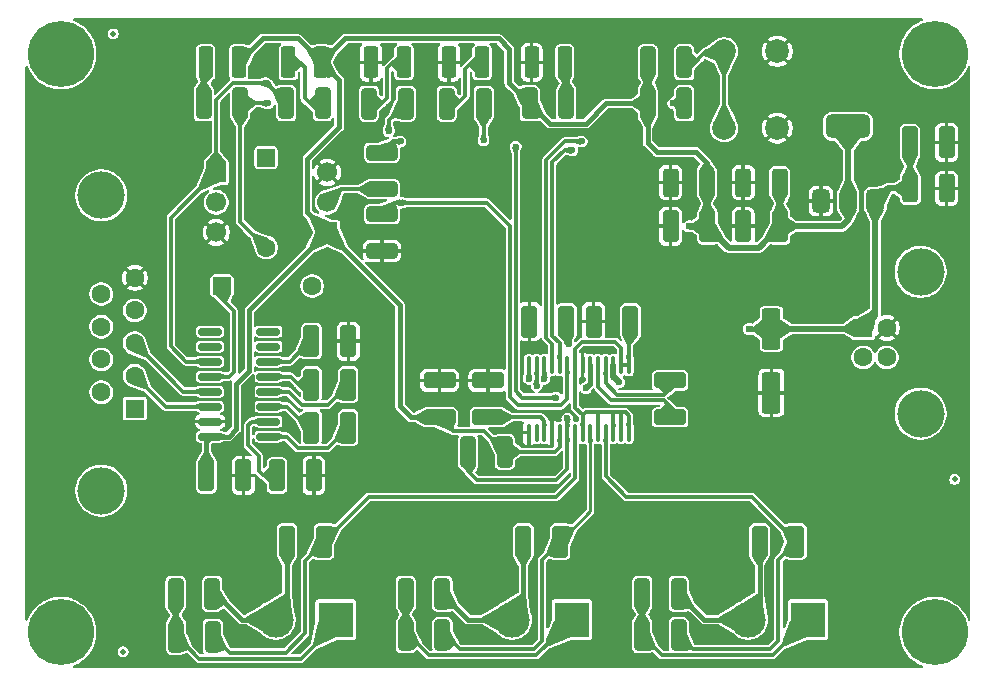
<source format=gbr>
%TF.GenerationSoftware,KiCad,Pcbnew,9.0.2*%
%TF.CreationDate,2025-05-28T16:38:07+08:00*%
%TF.ProjectId,Explorer,4578706c-6f72-4657-922e-6b696361645f,rev?*%
%TF.SameCoordinates,Original*%
%TF.FileFunction,Copper,L1,Top*%
%TF.FilePolarity,Positive*%
%FSLAX46Y46*%
G04 Gerber Fmt 4.6, Leading zero omitted, Abs format (unit mm)*
G04 Created by KiCad (PCBNEW 9.0.2) date 2025-05-28 16:38:07*
%MOMM*%
%LPD*%
G01*
G04 APERTURE LIST*
G04 Aperture macros list*
%AMRoundRect*
0 Rectangle with rounded corners*
0 $1 Rounding radius*
0 $2 $3 $4 $5 $6 $7 $8 $9 X,Y pos of 4 corners*
0 Add a 4 corners polygon primitive as box body*
4,1,4,$2,$3,$4,$5,$6,$7,$8,$9,$2,$3,0*
0 Add four circle primitives for the rounded corners*
1,1,$1+$1,$2,$3*
1,1,$1+$1,$4,$5*
1,1,$1+$1,$6,$7*
1,1,$1+$1,$8,$9*
0 Add four rect primitives between the rounded corners*
20,1,$1+$1,$2,$3,$4,$5,0*
20,1,$1+$1,$4,$5,$6,$7,0*
20,1,$1+$1,$6,$7,$8,$9,0*
20,1,$1+$1,$8,$9,$2,$3,0*%
G04 Aperture macros list end*
%TA.AperFunction,ComponentPad*%
%ADD10C,5.600000*%
%TD*%
%TA.AperFunction,SMDPad,CuDef*%
%ADD11RoundRect,0.250000X0.400000X1.075000X-0.400000X1.075000X-0.400000X-1.075000X0.400000X-1.075000X0*%
%TD*%
%TA.AperFunction,ComponentPad*%
%ADD12R,1.600000X1.600000*%
%TD*%
%TA.AperFunction,ComponentPad*%
%ADD13C,1.600000*%
%TD*%
%TA.AperFunction,ComponentPad*%
%ADD14C,4.000000*%
%TD*%
%TA.AperFunction,SMDPad,CuDef*%
%ADD15RoundRect,0.250000X-0.375000X-1.075000X0.375000X-1.075000X0.375000X1.075000X-0.375000X1.075000X0*%
%TD*%
%TA.AperFunction,SMDPad,CuDef*%
%ADD16RoundRect,0.250000X1.100000X-0.412500X1.100000X0.412500X-1.100000X0.412500X-1.100000X-0.412500X0*%
%TD*%
%TA.AperFunction,ComponentPad*%
%ADD17RoundRect,0.250000X-0.550000X0.550000X-0.550000X-0.550000X0.550000X-0.550000X0.550000X0.550000X0*%
%TD*%
%TA.AperFunction,ComponentPad*%
%ADD18R,3.000000X3.000000*%
%TD*%
%TA.AperFunction,ComponentPad*%
%ADD19C,3.000000*%
%TD*%
%TA.AperFunction,SMDPad,CuDef*%
%ADD20RoundRect,0.250000X-0.412500X-1.100000X0.412500X-1.100000X0.412500X1.100000X-0.412500X1.100000X0*%
%TD*%
%TA.AperFunction,SMDPad,CuDef*%
%ADD21RoundRect,0.250000X0.412500X1.100000X-0.412500X1.100000X-0.412500X-1.100000X0.412500X-1.100000X0*%
%TD*%
%TA.AperFunction,SMDPad,CuDef*%
%ADD22RoundRect,0.250000X0.420000X0.945000X-0.420000X0.945000X-0.420000X-0.945000X0.420000X-0.945000X0*%
%TD*%
%TA.AperFunction,ComponentPad*%
%ADD23R,1.700000X1.700000*%
%TD*%
%TA.AperFunction,ComponentPad*%
%ADD24C,1.700000*%
%TD*%
%TA.AperFunction,SMDPad,CuDef*%
%ADD25RoundRect,0.250000X-0.550000X1.500000X-0.550000X-1.500000X0.550000X-1.500000X0.550000X1.500000X0*%
%TD*%
%TA.AperFunction,SMDPad,CuDef*%
%ADD26RoundRect,0.250000X-0.400000X-1.075000X0.400000X-1.075000X0.400000X1.075000X-0.400000X1.075000X0*%
%TD*%
%TA.AperFunction,SMDPad,CuDef*%
%ADD27C,0.500000*%
%TD*%
%TA.AperFunction,SMDPad,CuDef*%
%ADD28RoundRect,0.250000X1.075000X-0.400000X1.075000X0.400000X-1.075000X0.400000X-1.075000X-0.400000X0*%
%TD*%
%TA.AperFunction,ComponentPad*%
%ADD29RoundRect,0.250000X-0.550000X-0.550000X0.550000X-0.550000X0.550000X0.550000X-0.550000X0.550000X0*%
%TD*%
%TA.AperFunction,SMDPad,CuDef*%
%ADD30RoundRect,0.375000X0.375000X-0.625000X0.375000X0.625000X-0.375000X0.625000X-0.375000X-0.625000X0*%
%TD*%
%TA.AperFunction,SMDPad,CuDef*%
%ADD31RoundRect,0.500000X1.400000X-0.500000X1.400000X0.500000X-1.400000X0.500000X-1.400000X-0.500000X0*%
%TD*%
%TA.AperFunction,ComponentPad*%
%ADD32C,2.000000*%
%TD*%
%TA.AperFunction,SMDPad,CuDef*%
%ADD33RoundRect,0.150000X0.825000X0.150000X-0.825000X0.150000X-0.825000X-0.150000X0.825000X-0.150000X0*%
%TD*%
%TA.AperFunction,SMDPad,CuDef*%
%ADD34RoundRect,0.100000X-0.100000X0.637500X-0.100000X-0.637500X0.100000X-0.637500X0.100000X0.637500X0*%
%TD*%
%TA.AperFunction,SMDPad,CuDef*%
%ADD35RoundRect,0.250000X-0.420000X-0.945000X0.420000X-0.945000X0.420000X0.945000X-0.420000X0.945000X0*%
%TD*%
%TA.AperFunction,ViaPad*%
%ADD36C,0.600000*%
%TD*%
%TA.AperFunction,Conductor*%
%ADD37C,0.300000*%
%TD*%
%TA.AperFunction,Conductor*%
%ADD38C,0.400000*%
%TD*%
%TA.AperFunction,Conductor*%
%ADD39C,0.500000*%
%TD*%
%TA.AperFunction,Conductor*%
%ADD40C,0.250000*%
%TD*%
G04 APERTURE END LIST*
D10*
%TO.P,H2,1*%
%TO.N,N/C*%
X186745000Y-122092500D03*
%TD*%
D11*
%TO.P,R8,1*%
%TO.N,/MCU_STATE*%
X141930000Y-77310000D03*
%TO.P,R8,2*%
%TO.N,Net-(D6-A)*%
X138830000Y-77310000D03*
%TD*%
D12*
%TO.P,J1,1,VBUS*%
%TO.N,/+5v*%
X180664500Y-96311400D03*
D13*
%TO.P,J1,2,D-*%
%TO.N,unconnected-(J1-D--Pad2)*%
X180664500Y-98811400D03*
%TO.P,J1,3,D+*%
%TO.N,unconnected-(J1-D+-Pad3)*%
X182664500Y-98811400D03*
%TO.P,J1,4,GND*%
%TO.N,GND*%
X182664500Y-96311400D03*
D14*
%TO.P,J1,5,Shield*%
%TO.N,unconnected-(J1-Shield-Pad5)_1*%
X185524500Y-91561400D03*
%TO.N,unconnected-(J1-Shield-Pad5)*%
X185524500Y-103561400D03*
%TD*%
D11*
%TO.P,R10,1*%
%TO.N,/EHZ*%
X125600000Y-122440000D03*
%TO.P,R10,2*%
%TO.N,Net-(J5-Pin_1)*%
X122500000Y-122440000D03*
%TD*%
D15*
%TO.P,D2,1,K*%
%TO.N,Net-(D2-K)*%
X132000000Y-73820000D03*
%TO.P,D2,2,A*%
%TO.N,/+3.3v*%
X134800000Y-73820000D03*
%TD*%
D16*
%TO.P,C17,1*%
%TO.N,Net-(U4-CAPN)*%
X164325000Y-103875000D03*
%TO.P,C17,2*%
%TO.N,Net-(U4-CAPP)*%
X164325000Y-100750000D03*
%TD*%
D17*
%TO.P,D1,1,K*%
%TO.N,Net-(D1-K)*%
X130120000Y-81890000D03*
D13*
%TO.P,D1,2,A*%
%TO.N,/MCU_RXD*%
X130120000Y-89510000D03*
%TD*%
D18*
%TO.P,J5,1,Pin_1*%
%TO.N,Net-(J5-Pin_1)*%
X136000000Y-121000000D03*
D19*
%TO.P,J5,2,Pin_2*%
%TO.N,/AINCOM*%
X130920000Y-121000000D03*
%TD*%
D11*
%TO.P,R12,1*%
%TO.N,/AINCOM*%
X125550000Y-118825000D03*
%TO.P,R12,2*%
%TO.N,Net-(J5-Pin_1)*%
X122450000Y-118825000D03*
%TD*%
D20*
%TO.P,C15,1*%
%TO.N,GND*%
X152417500Y-95775000D03*
%TO.P,C15,2*%
%TO.N,/+5v*%
X155542500Y-95775000D03*
%TD*%
D14*
%TO.P,J4,0*%
%TO.N,N/C*%
X116160000Y-85092500D03*
X116160000Y-110092500D03*
D12*
%TO.P,J4,1,1*%
%TO.N,unconnected-(J4-Pad1)*%
X119000000Y-103132500D03*
D13*
%TO.P,J4,2,2*%
%TO.N,/RS_RXD*%
X119000000Y-100362500D03*
%TO.P,J4,3,3*%
%TO.N,/RS_TXD*%
X119000000Y-97592500D03*
%TO.P,J4,4,4*%
%TO.N,unconnected-(J4-Pad4)*%
X119000000Y-94822500D03*
%TO.P,J4,5,5*%
%TO.N,GND*%
X119000000Y-92052500D03*
%TO.P,J4,6,6*%
%TO.N,unconnected-(J4-Pad6)*%
X116160000Y-101747500D03*
%TO.P,J4,7,7*%
%TO.N,unconnected-(J4-Pad7)*%
X116160000Y-98977500D03*
%TO.P,J4,8,8*%
%TO.N,unconnected-(J4-Pad8)*%
X116160000Y-96207500D03*
%TO.P,J4,9,9*%
%TO.N,unconnected-(J4-Pad9)*%
X116160000Y-93437500D03*
%TD*%
D10*
%TO.P,H4,1*%
%TO.N,N/C*%
X186745000Y-73092500D03*
%TD*%
D21*
%TO.P,C10,1*%
%TO.N,/+3.3v*%
X173640000Y-87700000D03*
%TO.P,C10,2*%
%TO.N,GND*%
X170515000Y-87700000D03*
%TD*%
D15*
%TO.P,D5,1,K*%
%TO.N,GND*%
X145600000Y-73820000D03*
%TO.P,D5,2,A*%
%TO.N,Net-(D5-A)*%
X148400000Y-73820000D03*
%TD*%
D22*
%TO.P,C8,1*%
%TO.N,/+3.3v*%
X173595000Y-84000000D03*
%TO.P,C8,2*%
%TO.N,GND*%
X170515000Y-84000000D03*
%TD*%
D23*
%TO.P,J2,1,Pin_1*%
%TO.N,/MCU_TXD*%
X125890000Y-83140000D03*
D24*
%TO.P,J2,2,Pin_2*%
%TO.N,Net-(D1-K)*%
X125890000Y-85680000D03*
%TO.P,J2,3,Pin_3*%
%TO.N,GND*%
X125890000Y-88220000D03*
%TD*%
D25*
%TO.P,C3,1*%
%TO.N,/+5v*%
X172900000Y-96400000D03*
%TO.P,C3,2*%
%TO.N,GND*%
X172900000Y-101800000D03*
%TD*%
D20*
%TO.P,C16,1*%
%TO.N,GND*%
X157837500Y-95775000D03*
%TO.P,C16,2*%
%TO.N,/ADC_REFOUT*%
X160962500Y-95775000D03*
%TD*%
D15*
%TO.P,D3,1,K*%
%TO.N,Net-(D3-K)*%
X125000000Y-73820000D03*
%TO.P,D3,2,A*%
%TO.N,/+3.3v*%
X127800000Y-73820000D03*
%TD*%
D21*
%TO.P,C9,1*%
%TO.N,Net-(U2-C2+)*%
X137075000Y-101100000D03*
%TO.P,C9,2*%
%TO.N,Net-(U2-C2-)*%
X133950000Y-101100000D03*
%TD*%
D26*
%TO.P,R2,1*%
%TO.N,/+3.3v*%
X162430000Y-77290000D03*
%TO.P,R2,2*%
%TO.N,Net-(U1-EN)*%
X165530000Y-77290000D03*
%TD*%
%TO.P,R9,1*%
%TO.N,/+3.3v*%
X152430000Y-77290000D03*
%TO.P,R9,2*%
%TO.N,Net-(D7-A)*%
X155530000Y-77290000D03*
%TD*%
D27*
%TO.P,FID1,*%
%TO.N,*%
X117190000Y-71400000D03*
%TD*%
D21*
%TO.P,C4,1*%
%TO.N,Net-(U2-C1+)*%
X137075000Y-104750000D03*
%TO.P,C4,2*%
%TO.N,Net-(U2-C1-)*%
X133950000Y-104750000D03*
%TD*%
D28*
%TO.P,R4,1*%
%TO.N,GND*%
X139930000Y-89800000D03*
%TO.P,R4,2*%
%TO.N,/ADC_START*%
X139930000Y-86700000D03*
%TD*%
D20*
%TO.P,C11,1*%
%TO.N,Net-(U2-VS+)*%
X131037500Y-108800000D03*
%TO.P,C11,2*%
%TO.N,GND*%
X134162500Y-108800000D03*
%TD*%
D10*
%TO.P,H3,1*%
%TO.N,N/C*%
X112745000Y-122092500D03*
%TD*%
D27*
%TO.P,FID3,*%
%TO.N,*%
X118020000Y-123710000D03*
%TD*%
D20*
%TO.P,C13,1*%
%TO.N,/AINCOM*%
X131897500Y-114400000D03*
%TO.P,C13,2*%
%TO.N,/EHZ*%
X135022500Y-114400000D03*
%TD*%
D27*
%TO.P,FID2,*%
%TO.N,*%
X188420000Y-109130000D03*
%TD*%
D21*
%TO.P,C2,1*%
%TO.N,/+3.3v*%
X167485000Y-87700000D03*
%TO.P,C2,2*%
%TO.N,GND*%
X164360000Y-87700000D03*
%TD*%
D16*
%TO.P,C19,1*%
%TO.N,Net-(U4-BYPASS)*%
X148900000Y-103875000D03*
%TO.P,C19,2*%
%TO.N,GND*%
X148900000Y-100750000D03*
%TD*%
D11*
%TO.P,R14,1*%
%TO.N,/EHN*%
X165050000Y-122325000D03*
%TO.P,R14,2*%
%TO.N,Net-(J7-Pin_1)*%
X161950000Y-122325000D03*
%TD*%
%TO.P,R11,1*%
%TO.N,/EHE*%
X145050000Y-122325000D03*
%TO.P,R11,2*%
%TO.N,Net-(J6-Pin_1)*%
X141950000Y-122325000D03*
%TD*%
D16*
%TO.P,C20,1*%
%TO.N,/+3.3v*%
X144800000Y-103875000D03*
%TO.P,C20,2*%
%TO.N,GND*%
X144800000Y-100750000D03*
%TD*%
D20*
%TO.P,C14,1*%
%TO.N,/AINCOM*%
X151897500Y-114400000D03*
%TO.P,C14,2*%
%TO.N,/EHE*%
X155022500Y-114400000D03*
%TD*%
D29*
%TO.P,D4,1,K*%
%TO.N,Net-(D4-K)*%
X126390000Y-92760000D03*
D13*
%TO.P,D4,2,A*%
%TO.N,/MCU_RXD*%
X134010000Y-92760000D03*
%TD*%
D10*
%TO.P,H1,1*%
%TO.N,N/C*%
X112745000Y-73092500D03*
%TD*%
D28*
%TO.P,R3,1*%
%TO.N,Net-(J3-Pin_2)*%
X139930000Y-84560000D03*
%TO.P,R3,2*%
%TO.N,/MCU_MODE*%
X139930000Y-81460000D03*
%TD*%
D20*
%TO.P,C12,1*%
%TO.N,Net-(U2-VS-)*%
X133950000Y-97430000D03*
%TO.P,C12,2*%
%TO.N,GND*%
X137075000Y-97430000D03*
%TD*%
D11*
%TO.P,R7,1*%
%TO.N,/ADC_DRDY*%
X148530000Y-77310000D03*
%TO.P,R7,2*%
%TO.N,Net-(D5-A)*%
X145430000Y-77310000D03*
%TD*%
%TO.P,R5,1*%
%TO.N,Net-(D2-K)*%
X134930000Y-77270000D03*
%TO.P,R5,2*%
%TO.N,/MCU_TXD*%
X131830000Y-77270000D03*
%TD*%
D30*
%TO.P,U3,1,GND*%
%TO.N,GND*%
X177100000Y-85550000D03*
%TO.P,U3,2,VO*%
%TO.N,/+3.3v*%
X179400000Y-85550000D03*
D31*
X179400000Y-79250000D03*
D30*
%TO.P,U3,3,VI*%
%TO.N,/+5v*%
X181700000Y-85550000D03*
%TD*%
D32*
%TO.P,SW1,1,1*%
%TO.N,GND*%
X173400000Y-72900000D03*
X173400000Y-79400000D03*
%TO.P,SW1,2,2*%
%TO.N,Net-(U1-RST)*%
X168900000Y-72900000D03*
X168900000Y-79400000D03*
%TD*%
D33*
%TO.P,U2,1,C1+*%
%TO.N,Net-(U2-C1+)*%
X130320000Y-105510000D03*
%TO.P,U2,2,VS+*%
%TO.N,Net-(U2-VS+)*%
X130320000Y-104240000D03*
%TO.P,U2,3,C1-*%
%TO.N,Net-(U2-C1-)*%
X130320000Y-102970000D03*
%TO.P,U2,4,C2+*%
%TO.N,Net-(U2-C2+)*%
X130320000Y-101700000D03*
%TO.P,U2,5,C2-*%
%TO.N,Net-(U2-C2-)*%
X130320000Y-100430000D03*
%TO.P,U2,6,VS-*%
%TO.N,Net-(U2-VS-)*%
X130320000Y-99160000D03*
%TO.P,U2,7,T2OUT*%
%TO.N,unconnected-(U2-T2OUT-Pad7)*%
X130320000Y-97890000D03*
%TO.P,U2,8,R2IN*%
%TO.N,unconnected-(U2-R2IN-Pad8)*%
X130320000Y-96620000D03*
%TO.P,U2,9,R2OUT*%
%TO.N,unconnected-(U2-R2OUT-Pad9)*%
X125370000Y-96620000D03*
%TO.P,U2,10,T2IN*%
%TO.N,unconnected-(U2-T2IN-Pad10)*%
X125370000Y-97890000D03*
%TO.P,U2,11,T1IN*%
%TO.N,/MCU_TXD*%
X125370000Y-99160000D03*
%TO.P,U2,12,R1OUT*%
%TO.N,Net-(D4-K)*%
X125370000Y-100430000D03*
%TO.P,U2,13,R1IN*%
%TO.N,/RS_TXD*%
X125370000Y-101700000D03*
%TO.P,U2,14,T1OUT*%
%TO.N,/RS_RXD*%
X125370000Y-102970000D03*
%TO.P,U2,15,GND*%
%TO.N,GND*%
X125370000Y-104240000D03*
%TO.P,U2,16,VCC*%
%TO.N,/+3.3v*%
X125370000Y-105510000D03*
%TD*%
D26*
%TO.P,R1,1*%
%TO.N,/+3.3v*%
X162430000Y-73820000D03*
%TO.P,R1,2*%
%TO.N,Net-(U1-RST)*%
X165530000Y-73820000D03*
%TD*%
D21*
%TO.P,C6,1*%
%TO.N,GND*%
X128187500Y-108800000D03*
%TO.P,C6,2*%
%TO.N,/+3.3v*%
X125062500Y-108800000D03*
%TD*%
D23*
%TO.P,J3,1,Pin_1*%
%TO.N,/+3.3v*%
X135300000Y-88220000D03*
D24*
%TO.P,J3,2,Pin_2*%
%TO.N,Net-(J3-Pin_2)*%
X135300000Y-85680000D03*
%TO.P,J3,3,Pin_3*%
%TO.N,GND*%
X135300000Y-83140000D03*
%TD*%
D18*
%TO.P,J7,1,Pin_1*%
%TO.N,Net-(J7-Pin_1)*%
X176000000Y-121000000D03*
D19*
%TO.P,J7,2,Pin_2*%
%TO.N,/AINCOM*%
X170920000Y-121000000D03*
%TD*%
D18*
%TO.P,J6,1,Pin_1*%
%TO.N,Net-(J6-Pin_1)*%
X156000000Y-121000000D03*
D19*
%TO.P,J6,2,Pin_2*%
%TO.N,/AINCOM*%
X150920000Y-121000000D03*
%TD*%
D34*
%TO.P,U4,1,AIN8*%
%TO.N,/ADC_REFOUT*%
X160825000Y-99450000D03*
%TO.P,U4,2,AIN9*%
X160175000Y-99450000D03*
%TO.P,U4,3,AINCOM*%
%TO.N,/AINCOM*%
X159525000Y-99450000D03*
%TO.P,U4,4,CAPP*%
%TO.N,Net-(U4-CAPP)*%
X158875000Y-99450000D03*
%TO.P,U4,5,CAPN*%
%TO.N,Net-(U4-CAPN)*%
X158225000Y-99450000D03*
%TO.P,U4,6,AVDD*%
%TO.N,/+5v*%
X157575000Y-99450000D03*
%TO.P,U4,7,AVSS*%
%TO.N,GND*%
X156925000Y-99450000D03*
%TO.P,U4,8,REFOUT*%
%TO.N,/ADC_REFOUT*%
X156275000Y-99450000D03*
%TO.P,U4,9,START*%
%TO.N,/ADC_START*%
X155625000Y-99450000D03*
%TO.P,U4,10,~{CS}*%
%TO.N,/SPI_CSEL*%
X154975000Y-99450000D03*
%TO.P,U4,11,SCLK*%
%TO.N,/SPI_SCLK*%
X154325000Y-99450000D03*
%TO.P,U4,12,DIN*%
%TO.N,/SPI_MOSI*%
X153675000Y-99450000D03*
%TO.P,U4,13,DOUT/~{DRDY}*%
%TO.N,/SPI_MISO*%
X153025000Y-99450000D03*
%TO.P,U4,14,~{DRDY}*%
%TO.N,/ADC_DRDY*%
X152375000Y-99450000D03*
%TO.P,U4,15,XTAL1/CLKIN*%
%TO.N,GND*%
X152375000Y-105175000D03*
%TO.P,U4,16,XTAL2*%
%TO.N,unconnected-(U4-XTAL2-Pad16)*%
X153025000Y-105175000D03*
%TO.P,U4,17,BYPASS*%
%TO.N,Net-(U4-BYPASS)*%
X153675000Y-105175000D03*
%TO.P,U4,18,DGND*%
%TO.N,GND*%
X154325000Y-105175000D03*
%TO.P,U4,19,DVDD*%
%TO.N,/+3.3v*%
X154975000Y-105175000D03*
%TO.P,U4,20,~{RESET}/~{PWDN}*%
%TO.N,/ADC_RESET*%
X155625000Y-105175000D03*
%TO.P,U4,21,AIN0*%
%TO.N,/EHZ*%
X156275000Y-105175000D03*
%TO.P,U4,22,AIN1*%
%TO.N,/ADC_REFOUT*%
X156925000Y-105175000D03*
%TO.P,U4,23,AIN2*%
%TO.N,/EHE*%
X157575000Y-105175000D03*
%TO.P,U4,24,AIN3*%
%TO.N,/ADC_REFOUT*%
X158225000Y-105175000D03*
%TO.P,U4,25,AIN4*%
%TO.N,/EHN*%
X158875000Y-105175000D03*
%TO.P,U4,26,AIN5*%
%TO.N,/ADC_REFOUT*%
X159525000Y-105175000D03*
%TO.P,U4,27,AIN6*%
X160175000Y-105175000D03*
%TO.P,U4,28,AIN7*%
X160825000Y-105175000D03*
%TD*%
D26*
%TO.P,R6,1*%
%TO.N,Net-(D3-K)*%
X124830000Y-77270000D03*
%TO.P,R6,2*%
%TO.N,/MCU_RXD*%
X127930000Y-77270000D03*
%TD*%
D20*
%TO.P,C18,1*%
%TO.N,/AINCOM*%
X171897500Y-114400000D03*
%TO.P,C18,2*%
%TO.N,/EHN*%
X175022500Y-114400000D03*
%TD*%
D11*
%TO.P,R13,1*%
%TO.N,/AINCOM*%
X145050000Y-118825000D03*
%TO.P,R13,2*%
%TO.N,Net-(J6-Pin_1)*%
X141950000Y-118825000D03*
%TD*%
D15*
%TO.P,D7,1,K*%
%TO.N,GND*%
X152600000Y-73820000D03*
%TO.P,D7,2,A*%
%TO.N,Net-(D7-A)*%
X155400000Y-73820000D03*
%TD*%
%TO.P,D6,1,K*%
%TO.N,GND*%
X139000000Y-73820000D03*
%TO.P,D6,2,A*%
%TO.N,Net-(D6-A)*%
X141800000Y-73820000D03*
%TD*%
D11*
%TO.P,R15,1*%
%TO.N,/AINCOM*%
X165050000Y-118825000D03*
%TO.P,R15,2*%
%TO.N,Net-(J7-Pin_1)*%
X161950000Y-118825000D03*
%TD*%
D20*
%TO.P,C5,1*%
%TO.N,/+5v*%
X184615000Y-80600000D03*
%TO.P,C5,2*%
%TO.N,GND*%
X187740000Y-80600000D03*
%TD*%
D26*
%TO.P,R16,1*%
%TO.N,/ADC_RESET*%
X147225000Y-106800000D03*
%TO.P,R16,2*%
%TO.N,/+3.3v*%
X150325000Y-106800000D03*
%TD*%
D35*
%TO.P,C7,1*%
%TO.N,/+5v*%
X184660000Y-84500000D03*
%TO.P,C7,2*%
%TO.N,GND*%
X187740000Y-84500000D03*
%TD*%
D22*
%TO.P,C1,1*%
%TO.N,/+3.3v*%
X167440000Y-84000000D03*
%TO.P,C1,2*%
%TO.N,GND*%
X164360000Y-84000000D03*
%TD*%
D36*
%TO.N,GND*%
X130240000Y-72950000D03*
X148700000Y-102390000D03*
X159670000Y-111800000D03*
X164200000Y-94650000D03*
X144000000Y-106220000D03*
X143820000Y-93510000D03*
X144000000Y-107220000D03*
X166590000Y-98980000D03*
X183000000Y-117000000D03*
X182000000Y-72000000D03*
X117000000Y-79000000D03*
X167200000Y-91650000D03*
X166200000Y-92650000D03*
X145820000Y-93510000D03*
X143000000Y-108220000D03*
X116000000Y-116000000D03*
X165200000Y-91650000D03*
X167590000Y-97980000D03*
X142910000Y-112510000D03*
X141910000Y-114510000D03*
X145670000Y-102360000D03*
X119000000Y-117000000D03*
X143820000Y-95510000D03*
X146820000Y-94510000D03*
X116000000Y-80000000D03*
X186230000Y-82580000D03*
X142910000Y-111510000D03*
X118000000Y-116000000D03*
X165200000Y-92650000D03*
X176860000Y-107060000D03*
X140910000Y-113510000D03*
X180000000Y-72000000D03*
X139910000Y-111510000D03*
X133580000Y-77970000D03*
X142910000Y-114510000D03*
X126790000Y-103550000D03*
X157620000Y-81520000D03*
X119000000Y-116000000D03*
X137360000Y-73460000D03*
X184000000Y-116000000D03*
X147130000Y-81750000D03*
X180000000Y-75000000D03*
X181000000Y-117000000D03*
X167200000Y-93650000D03*
X158670000Y-113800000D03*
X142000000Y-107220000D03*
X183000000Y-114000000D03*
X174270000Y-91470000D03*
X176860000Y-105060000D03*
X157950000Y-73980000D03*
X166200000Y-93650000D03*
X145820000Y-92510000D03*
X118000000Y-78000000D03*
X181000000Y-75000000D03*
X166200000Y-94650000D03*
X157720000Y-98130000D03*
X164200000Y-92650000D03*
X145820000Y-95510000D03*
X150480000Y-77970000D03*
X142910000Y-113510000D03*
X173060000Y-98960000D03*
X183000000Y-116000000D03*
X140910000Y-112510000D03*
X160670000Y-112800000D03*
X139910000Y-113510000D03*
X116000000Y-77000000D03*
X167590000Y-98980000D03*
X150140000Y-76490000D03*
X161670000Y-111800000D03*
X158670000Y-114800000D03*
X128810000Y-102250000D03*
X117000000Y-117000000D03*
X158670000Y-112800000D03*
X177860000Y-106060000D03*
X160670000Y-113800000D03*
X161670000Y-113800000D03*
X177860000Y-107060000D03*
X146960000Y-102280000D03*
X176270000Y-91470000D03*
X174270000Y-93470000D03*
X182000000Y-116000000D03*
X162030000Y-99470000D03*
X184000000Y-115000000D03*
X147040000Y-121960000D03*
X153390000Y-80850000D03*
X144820000Y-94510000D03*
X181000000Y-74000000D03*
X177860000Y-105060000D03*
X142000000Y-106220000D03*
X159250000Y-95320000D03*
X182000000Y-74000000D03*
X118000000Y-117000000D03*
X179000000Y-75000000D03*
X182000000Y-114000000D03*
X152390000Y-80850000D03*
X116000000Y-79000000D03*
X158670000Y-111800000D03*
X161670000Y-112800000D03*
X146820000Y-92510000D03*
X116000000Y-78000000D03*
X141910000Y-111510000D03*
X159670000Y-113800000D03*
X175860000Y-105060000D03*
X137490000Y-76830000D03*
X165310000Y-102320000D03*
X166590000Y-97980000D03*
X177860000Y-104060000D03*
X119000000Y-78000000D03*
X183000000Y-115000000D03*
X139910000Y-112510000D03*
X165200000Y-94650000D03*
X164200000Y-91650000D03*
X177270000Y-92470000D03*
X121020000Y-101040000D03*
X167120000Y-75630000D03*
X144820000Y-92510000D03*
X143000000Y-109220000D03*
X118000000Y-77000000D03*
X181000000Y-116000000D03*
X154440000Y-103630000D03*
X144000000Y-108220000D03*
X147130000Y-82750000D03*
X158950000Y-74980000D03*
X137460000Y-83090000D03*
X174860000Y-104060000D03*
X139910000Y-114510000D03*
X175270000Y-93470000D03*
X181000000Y-114000000D03*
X123340000Y-100440000D03*
X123730000Y-97040000D03*
X117000000Y-77000000D03*
X174860000Y-105060000D03*
X174270000Y-92470000D03*
X176270000Y-93470000D03*
X141910000Y-112510000D03*
X127270000Y-121990000D03*
X153390000Y-79850000D03*
X157800000Y-102480000D03*
X167200000Y-92650000D03*
X148130000Y-82750000D03*
X175270000Y-92470000D03*
X158267792Y-79482893D03*
X116000000Y-118000000D03*
X127160000Y-106710000D03*
X143000000Y-107220000D03*
X177270000Y-91470000D03*
X145000000Y-107220000D03*
X153740000Y-107850000D03*
X176860000Y-106060000D03*
X176860000Y-104060000D03*
X144000000Y-109220000D03*
X119000000Y-115000000D03*
X179000000Y-73000000D03*
X160670000Y-114800000D03*
X184000000Y-114000000D03*
X157950000Y-74980000D03*
X162140000Y-104160000D03*
X140910000Y-114510000D03*
X182000000Y-73000000D03*
X143000000Y-106220000D03*
X152390000Y-79850000D03*
X182000000Y-115000000D03*
X140910000Y-111510000D03*
X159670000Y-112800000D03*
X118000000Y-115000000D03*
X117000000Y-80000000D03*
X137530000Y-87160000D03*
X174270000Y-90470000D03*
X145820000Y-94510000D03*
X177270000Y-90470000D03*
X181000000Y-73000000D03*
X142000000Y-108220000D03*
X154630000Y-100990000D03*
X117000000Y-116000000D03*
X145000000Y-108220000D03*
X161670000Y-114800000D03*
X146820000Y-95510000D03*
X156940000Y-83560000D03*
X117000000Y-78000000D03*
X117000000Y-115000000D03*
X180000000Y-73000000D03*
X167200000Y-94650000D03*
X118000000Y-118000000D03*
X174860000Y-107060000D03*
X144820000Y-93510000D03*
X174860000Y-106060000D03*
X175860000Y-106060000D03*
X119000000Y-77000000D03*
X181000000Y-72000000D03*
X145000000Y-106220000D03*
X181000000Y-115000000D03*
X180000000Y-74000000D03*
X146820000Y-93510000D03*
X175270000Y-91470000D03*
X141910000Y-113510000D03*
X132080000Y-81750000D03*
X152290000Y-108190000D03*
X166200000Y-91650000D03*
X179000000Y-74000000D03*
X149860000Y-74390000D03*
X165200000Y-93650000D03*
X182000000Y-117000000D03*
X184000000Y-117000000D03*
X116000000Y-115000000D03*
X116000000Y-117000000D03*
X182000000Y-75000000D03*
X176270000Y-92470000D03*
X160670000Y-111800000D03*
X119000000Y-80000000D03*
X118000000Y-80000000D03*
X177270000Y-93470000D03*
X164200000Y-93650000D03*
X176270000Y-90470000D03*
X119000000Y-118000000D03*
X145000000Y-109220000D03*
X158950000Y-73980000D03*
X118000000Y-79000000D03*
X159670000Y-114800000D03*
X142000000Y-109220000D03*
X179000000Y-72000000D03*
X128010000Y-94090000D03*
X175860000Y-104060000D03*
X175270000Y-90470000D03*
X143820000Y-94510000D03*
X143820000Y-92510000D03*
X117000000Y-118000000D03*
X144820000Y-95510000D03*
X148130000Y-81750000D03*
X181820000Y-82200000D03*
X119000000Y-79000000D03*
X175860000Y-107060000D03*
X166650000Y-122220000D03*
%TO.N,/+5v*%
X157200000Y-101400000D03*
X155750000Y-97680760D03*
X171000000Y-96400000D03*
%TO.N,/+3.3v*%
X165900000Y-87700000D03*
%TO.N,/MCU_RXD*%
X130280000Y-77270000D03*
%TO.N,/ADC_RESET*%
X154700000Y-102200000D03*
X151251000Y-80951000D03*
X155625000Y-103975000D03*
%TO.N,/MCU_TXD*%
X130154000Y-75594000D03*
%TO.N,/SPI_CSEL*%
X156040000Y-81250000D03*
%TO.N,/SPI_SCLK*%
X156840000Y-80517000D03*
%TO.N,/SPI_MOSI*%
X153675000Y-100600000D03*
%TO.N,/SPI_MISO*%
X153025000Y-101200000D03*
%TO.N,/ADC_DRDY*%
X152375000Y-100600000D03*
X148530000Y-80430000D03*
%TO.N,/AINCOM*%
X160000000Y-100900000D03*
%TO.N,/MCU_STATE*%
X140500000Y-79650000D03*
%TO.N,Net-(U1-EN)*%
X164600000Y-77290000D03*
%TO.N,/ADC_START*%
X141550000Y-85700000D03*
%TO.N,/MCU_MODE*%
X141500000Y-80517000D03*
%TD*%
D37*
%TO.N,/ADC_REFOUT*%
X160175000Y-99450000D02*
X160825000Y-99450000D01*
X156275000Y-99450000D02*
X156275000Y-98075000D01*
X158225000Y-103450000D02*
X158225000Y-105175000D01*
X156275000Y-99450000D02*
X156275000Y-103050000D01*
X156925000Y-103700000D02*
X157175000Y-103450000D01*
X156275000Y-98075000D02*
X156870000Y-97480000D01*
X159525000Y-103450000D02*
X160175000Y-103450000D01*
X159655000Y-97480000D02*
X160175000Y-98000000D01*
X158225000Y-103450000D02*
X159525000Y-103450000D01*
X156925000Y-105175000D02*
X156925000Y-103700000D01*
X159525000Y-105175000D02*
X159525000Y-103450000D01*
X160825000Y-99450000D02*
X160825000Y-95912500D01*
X157175000Y-103450000D02*
X158225000Y-103450000D01*
X160175000Y-98000000D02*
X160175000Y-99450000D01*
X160550000Y-103450000D02*
X160825000Y-103725000D01*
X160825000Y-103725000D02*
X160825000Y-105175000D01*
X160175000Y-103450000D02*
X160550000Y-103450000D01*
X156870000Y-97480000D02*
X159655000Y-97480000D01*
X160175000Y-105175000D02*
X160175000Y-103450000D01*
X156275000Y-103050000D02*
X156925000Y-103700000D01*
%TO.N,Net-(U2-C1+)*%
X130320000Y-105510000D02*
X131860000Y-105510000D01*
X131860000Y-105510000D02*
X132801000Y-106451000D01*
X132801000Y-106451000D02*
X135374000Y-106451000D01*
X135374000Y-106451000D02*
X137075000Y-104750000D01*
%TO.N,Net-(U2-C1-)*%
X133700000Y-104750000D02*
X131920000Y-102970000D01*
X131920000Y-102970000D02*
X130320000Y-102970000D01*
D38*
%TO.N,/+5v*%
X172900000Y-96400000D02*
X171000000Y-96400000D01*
D39*
X181700000Y-85550000D02*
X181700000Y-95275900D01*
X184660000Y-84500000D02*
X182750000Y-84500000D01*
D38*
X157200000Y-101400000D02*
X157575000Y-101025000D01*
D39*
X184615000Y-80600000D02*
X184615000Y-84455000D01*
X182750000Y-84500000D02*
X181700000Y-85550000D01*
D38*
X155750000Y-97680760D02*
X155542500Y-97473260D01*
D39*
X181700000Y-95275900D02*
X180664500Y-96311400D01*
D38*
X155542500Y-97473260D02*
X155542500Y-95775000D01*
D39*
X180575900Y-96400000D02*
X172900000Y-96400000D01*
D38*
X157575000Y-101025000D02*
X157575000Y-99450000D01*
D37*
%TO.N,/+3.3v*%
X154975000Y-106375000D02*
X154550000Y-106800000D01*
D38*
X127600000Y-101025000D02*
X127600000Y-104850000D01*
X149800000Y-71800000D02*
X136820000Y-71800000D01*
X128700000Y-94820000D02*
X128700000Y-99925000D01*
X136300000Y-75320000D02*
X136300000Y-79285409D01*
X158910000Y-77290000D02*
X157184000Y-79016000D01*
X142395000Y-103875000D02*
X144800000Y-103875000D01*
D37*
X154975000Y-105175000D02*
X154975000Y-106375000D01*
D38*
X162430000Y-77290000D02*
X158910000Y-77290000D01*
X125062500Y-105817500D02*
X125370000Y-105510000D01*
X166500000Y-81400000D02*
X167440000Y-82340000D01*
X133600000Y-86520000D02*
X135300000Y-88220000D01*
X165900000Y-87700000D02*
X167485000Y-87700000D01*
X150700000Y-72700000D02*
X149800000Y-71800000D01*
X162430000Y-73820000D02*
X162430000Y-77290000D01*
X134800000Y-73820000D02*
X136300000Y-75320000D01*
X167440000Y-82340000D02*
X167440000Y-84000000D01*
X152430000Y-77290000D02*
X150700000Y-75560000D01*
D39*
X179400000Y-79250000D02*
X179400000Y-85550000D01*
X171839000Y-89501000D02*
X169286000Y-89501000D01*
X173640000Y-87700000D02*
X171839000Y-89501000D01*
X173640000Y-87700000D02*
X178900000Y-87700000D01*
D38*
X162430000Y-77290000D02*
X162430000Y-80630000D01*
D37*
X154550000Y-106800000D02*
X150325000Y-106800000D01*
D38*
X150700000Y-75560000D02*
X150700000Y-72700000D01*
X127600000Y-104850000D02*
X126940000Y-105510000D01*
X128700000Y-99925000D02*
X127600000Y-101025000D01*
D37*
X145935000Y-105010000D02*
X148535000Y-105010000D01*
D39*
X173640000Y-87700000D02*
X173640000Y-84045000D01*
D37*
X148535000Y-105010000D02*
X150325000Y-106800000D01*
D38*
X135300000Y-88220000D02*
X141450000Y-94370000D01*
X141450000Y-94370000D02*
X141450000Y-102930000D01*
X136820000Y-71800000D02*
X134800000Y-73820000D01*
X162430000Y-80630000D02*
X163200000Y-81400000D01*
D39*
X179400000Y-87200000D02*
X179400000Y-85550000D01*
D38*
X129820000Y-71800000D02*
X132780000Y-71800000D01*
X127800000Y-73820000D02*
X129820000Y-71800000D01*
X125062500Y-108800000D02*
X125062500Y-105817500D01*
X136300000Y-79285409D02*
X133600000Y-81985409D01*
D39*
X178900000Y-87700000D02*
X179400000Y-87200000D01*
D38*
X135300000Y-88220000D02*
X128700000Y-94820000D01*
X141450000Y-102930000D02*
X142395000Y-103875000D01*
D39*
X169286000Y-89501000D02*
X167485000Y-87700000D01*
D38*
X132780000Y-71800000D02*
X134800000Y-73820000D01*
X133600000Y-81985409D02*
X133600000Y-86520000D01*
X163200000Y-81400000D02*
X166500000Y-81400000D01*
D37*
X144800000Y-103875000D02*
X145935000Y-105010000D01*
D38*
X154156000Y-79016000D02*
X152430000Y-77290000D01*
X126940000Y-105510000D02*
X125370000Y-105510000D01*
X157184000Y-79016000D02*
X154156000Y-79016000D01*
D39*
X167440000Y-84000000D02*
X167440000Y-87655000D01*
D37*
%TO.N,Net-(U2-C2+)*%
X130320000Y-101700000D02*
X132025000Y-101700000D01*
X133126000Y-102801000D02*
X135374000Y-102801000D01*
X132025000Y-101700000D02*
X133126000Y-102801000D01*
X135374000Y-102801000D02*
X137075000Y-101100000D01*
%TO.N,Net-(U2-C2-)*%
X132875000Y-101100000D02*
X133950000Y-101100000D01*
X130320000Y-100430000D02*
X132205000Y-100430000D01*
X132205000Y-100430000D02*
X132875000Y-101100000D01*
%TO.N,Net-(U2-VS+)*%
X128910000Y-104240000D02*
X130320000Y-104240000D01*
X131037500Y-108800000D02*
X129875000Y-108800000D01*
X128600000Y-104550000D02*
X128910000Y-104240000D01*
X129475000Y-108400000D02*
X129475000Y-107126339D01*
X129475000Y-107126339D02*
X128600000Y-106251339D01*
X129875000Y-108800000D02*
X129475000Y-108400000D01*
X128600000Y-106251339D02*
X128600000Y-104550000D01*
%TO.N,Net-(U2-VS-)*%
X133845000Y-97430000D02*
X132115000Y-99160000D01*
X132115000Y-99160000D02*
X130320000Y-99160000D01*
%TO.N,Net-(J6-Pin_1)*%
X141950000Y-118825000D02*
X141950000Y-122325000D01*
X152999000Y-124001000D02*
X143901000Y-124001000D01*
X156000000Y-121000000D02*
X152999000Y-124001000D01*
X143901000Y-124001000D02*
X142225000Y-122325000D01*
%TO.N,Net-(J3-Pin_2)*%
X139930000Y-84560000D02*
X136420000Y-84560000D01*
X136420000Y-84560000D02*
X135300000Y-85680000D01*
%TO.N,Net-(D2-K)*%
X134930000Y-77270000D02*
X133795000Y-77270000D01*
X133795000Y-77270000D02*
X133375000Y-76850000D01*
X133375000Y-76850000D02*
X133375000Y-74250000D01*
X132945000Y-73820000D02*
X132000000Y-73820000D01*
X133375000Y-74250000D02*
X132945000Y-73820000D01*
%TO.N,Net-(U4-CAPN)*%
X164325000Y-103875000D02*
X164325000Y-103000000D01*
X159351000Y-102451000D02*
X158225000Y-101325000D01*
X163776000Y-102451000D02*
X159351000Y-102451000D01*
X158225000Y-101325000D02*
X158225000Y-99450000D01*
X164325000Y-103000000D02*
X163776000Y-102451000D01*
%TO.N,Net-(U4-CAPP)*%
X164325000Y-100750000D02*
X164325000Y-101425000D01*
X159850000Y-101950000D02*
X158875000Y-100975000D01*
X164325000Y-101425000D02*
X163800000Y-101950000D01*
X158875000Y-100975000D02*
X158875000Y-99450000D01*
X163800000Y-101950000D02*
X159850000Y-101950000D01*
%TO.N,Net-(D5-A)*%
X146990000Y-76630000D02*
X146990000Y-74360000D01*
X146310000Y-77310000D02*
X146990000Y-76630000D01*
X146990000Y-74360000D02*
X147530000Y-73820000D01*
X147530000Y-73820000D02*
X148400000Y-73820000D01*
X145430000Y-77310000D02*
X146310000Y-77310000D01*
%TO.N,/MCU_RXD*%
X127930000Y-87320000D02*
X130120000Y-89510000D01*
X127930000Y-77270000D02*
X127930000Y-87320000D01*
X130280000Y-77270000D02*
X127930000Y-77270000D01*
%TO.N,Net-(U4-BYPASS)*%
X153375000Y-103875000D02*
X148900000Y-103875000D01*
X153675000Y-105175000D02*
X153675000Y-104175000D01*
X153675000Y-104175000D02*
X153375000Y-103875000D01*
%TO.N,Net-(D3-K)*%
X124830000Y-77270000D02*
X124830000Y-73990000D01*
%TO.N,/RS_RXD*%
X119000000Y-100362500D02*
X121607500Y-102970000D01*
X121607500Y-102970000D02*
X125370000Y-102970000D01*
%TO.N,/RS_TXD*%
X119000000Y-97592500D02*
X123107500Y-101700000D01*
X123107500Y-101700000D02*
X125370000Y-101700000D01*
%TO.N,Net-(D4-K)*%
X126390000Y-93890000D02*
X126390000Y-92760000D01*
X126970000Y-100430000D02*
X127400000Y-100000000D01*
X125370000Y-100430000D02*
X126970000Y-100430000D01*
X127400000Y-94900000D02*
X126390000Y-93890000D01*
X127400000Y-100000000D02*
X127400000Y-94900000D01*
%TO.N,Net-(D6-A)*%
X138830000Y-77310000D02*
X139880000Y-77310000D01*
X140900000Y-73820000D02*
X141800000Y-73820000D01*
X140380000Y-76810000D02*
X140380000Y-74340000D01*
X140380000Y-74340000D02*
X140900000Y-73820000D01*
X139880000Y-77310000D02*
X140380000Y-76810000D01*
%TO.N,Net-(D7-A)*%
X155530000Y-77290000D02*
X155530000Y-73950000D01*
%TO.N,/ADC_RESET*%
X151800000Y-102200000D02*
X151251000Y-101651000D01*
X155625000Y-105175000D02*
X155625000Y-108245000D01*
X147225000Y-108425000D02*
X147225000Y-106800000D01*
X155625000Y-103975000D02*
X155625000Y-105175000D01*
X155625000Y-108245000D02*
X154670000Y-109200000D01*
X154670000Y-109200000D02*
X148000000Y-109200000D01*
X151251000Y-101651000D02*
X151251000Y-80951000D01*
X148000000Y-109200000D02*
X147225000Y-108425000D01*
X154700000Y-102200000D02*
X151800000Y-102200000D01*
%TO.N,/MCU_TXD*%
X125890000Y-76978130D02*
X125890000Y-83140000D01*
X123340000Y-99160000D02*
X122040000Y-97860000D01*
X125370000Y-99160000D02*
X123340000Y-99160000D01*
X127274130Y-75594000D02*
X125890000Y-76978130D01*
X130154000Y-75594000D02*
X131830000Y-77270000D01*
X122040000Y-97860000D02*
X122040000Y-86990000D01*
X130154000Y-75594000D02*
X127274130Y-75594000D01*
X122040000Y-86990000D02*
X125890000Y-83140000D01*
%TO.N,/SPI_CSEL*%
X155387866Y-81250000D02*
X154350000Y-82287866D01*
X154350000Y-96951870D02*
X154975000Y-97576870D01*
X154350000Y-82287866D02*
X154350000Y-96951870D01*
X156040000Y-81250000D02*
X155387866Y-81250000D01*
X154975000Y-97576870D02*
X154975000Y-99450000D01*
%TO.N,/SPI_SCLK*%
X156840000Y-80517000D02*
X155412346Y-80517000D01*
X154325000Y-97635390D02*
X154325000Y-99450000D01*
X153849000Y-82080346D02*
X153849000Y-97159390D01*
X155412346Y-80517000D02*
X153849000Y-82080346D01*
X153849000Y-97159390D02*
X154325000Y-97635390D01*
%TO.N,/SPI_MOSI*%
X153675000Y-100600000D02*
X153675000Y-99450000D01*
%TO.N,/SPI_MISO*%
X153025000Y-101200000D02*
X153025000Y-99450000D01*
%TO.N,/ADC_DRDY*%
X148530000Y-80430000D02*
X148530000Y-77310000D01*
X152375000Y-100600000D02*
X152375000Y-99450000D01*
%TO.N,Net-(J5-Pin_1)*%
X122450000Y-122325000D02*
X122450000Y-118825000D01*
X136000000Y-121390000D02*
X133090000Y-124300000D01*
X124425000Y-124300000D02*
X122450000Y-122325000D01*
X133090000Y-124300000D02*
X124425000Y-124300000D01*
D38*
%TO.N,/AINCOM*%
X151897500Y-114400000D02*
X151897500Y-120022500D01*
D39*
X159525000Y-99450000D02*
X159525000Y-100425000D01*
D38*
X131897500Y-120022500D02*
X130920000Y-121000000D01*
X145050000Y-118825000D02*
X147225000Y-121000000D01*
X151897500Y-120022500D02*
X150920000Y-121000000D01*
X171897500Y-120022500D02*
X170920000Y-121000000D01*
D39*
X159525000Y-100425000D02*
X160000000Y-100900000D01*
D38*
X165050000Y-118825000D02*
X167225000Y-121000000D01*
X128040000Y-121000000D02*
X130920000Y-121000000D01*
X147225000Y-121000000D02*
X150920000Y-121000000D01*
X167225000Y-121000000D02*
X170920000Y-121000000D01*
X131897500Y-114400000D02*
X131897500Y-120022500D01*
X125550000Y-118510000D02*
X128040000Y-121000000D01*
X171897500Y-114400000D02*
X171897500Y-120022500D01*
D37*
%TO.N,/MCU_STATE*%
X140500000Y-79650000D02*
X140500000Y-78740000D01*
X140500000Y-78740000D02*
X141930000Y-77310000D01*
%TO.N,Net-(J7-Pin_1)*%
X172999000Y-124001000D02*
X176000000Y-121000000D01*
X163626000Y-124001000D02*
X172999000Y-124001000D01*
X161950000Y-118825000D02*
X161950000Y-122325000D01*
X162050000Y-122425000D02*
X163626000Y-124001000D01*
%TO.N,/EHZ*%
X125550000Y-122325000D02*
X127024000Y-123799000D01*
X133400000Y-116022500D02*
X135022500Y-114400000D01*
X154700000Y-110600000D02*
X138822500Y-110600000D01*
X133400000Y-122170000D02*
X133400000Y-116022500D01*
X156275000Y-109025000D02*
X154700000Y-110600000D01*
X127024000Y-123799000D02*
X131771000Y-123799000D01*
X138822500Y-110600000D02*
X135022500Y-114400000D01*
X156275000Y-105175000D02*
X156275000Y-109025000D01*
X131771000Y-123799000D02*
X133400000Y-122170000D01*
D40*
%TO.N,/EHE*%
X155022500Y-114400000D02*
X157575000Y-111847500D01*
D37*
X145325000Y-122325000D02*
X146500000Y-123500000D01*
D40*
X157575000Y-111847500D02*
X157575000Y-105175000D01*
D37*
X152791480Y-123500000D02*
X153500000Y-122791480D01*
X153500000Y-115922500D02*
X155022500Y-114400000D01*
X146500000Y-123500000D02*
X152791480Y-123500000D01*
X153500000Y-122791480D02*
X153500000Y-115922500D01*
%TO.N,/EHN*%
X172791480Y-123500000D02*
X173500000Y-122791480D01*
X165150000Y-122425000D02*
X166225000Y-123500000D01*
X173500000Y-115922500D02*
X175022500Y-114400000D01*
X158875000Y-105175000D02*
X158875000Y-108875000D01*
X160600000Y-110600000D02*
X171222500Y-110600000D01*
X166225000Y-123500000D02*
X172791480Y-123500000D01*
X173500000Y-122791480D02*
X173500000Y-115922500D01*
X171222500Y-110600000D02*
X175022500Y-114400000D01*
X158875000Y-108875000D02*
X160600000Y-110600000D01*
%TO.N,Net-(U1-RST)*%
X167360000Y-72900000D02*
X168900000Y-72900000D01*
X168900000Y-79400000D02*
X168900000Y-72900000D01*
X166440000Y-73820000D02*
X167360000Y-72900000D01*
X165530000Y-73820000D02*
X166440000Y-73820000D01*
%TO.N,Net-(U1-EN)*%
X164600000Y-77290000D02*
X165530000Y-77290000D01*
%TO.N,/ADC_START*%
X140930000Y-85700000D02*
X139930000Y-86700000D01*
X151470000Y-102870000D02*
X155080000Y-102870000D01*
X150750000Y-87650000D02*
X150750000Y-102150000D01*
X141550000Y-85700000D02*
X148800000Y-85700000D01*
X150750000Y-102150000D02*
X151470000Y-102870000D01*
X155080000Y-102870000D02*
X155626000Y-102324000D01*
X148800000Y-85700000D02*
X150750000Y-87650000D01*
X141550000Y-85700000D02*
X140930000Y-85700000D01*
X155626000Y-102324000D02*
X155626000Y-99451000D01*
%TO.N,/MCU_MODE*%
X141500000Y-80517000D02*
X140873000Y-80517000D01*
X140873000Y-80517000D02*
X139930000Y-81460000D01*
%TD*%
%TA.AperFunction,Conductor*%
%TO.N,GND*%
G36*
X148407001Y-105379407D02*
G01*
X148418814Y-105389496D01*
X148918369Y-105889051D01*
X148938832Y-105918847D01*
X149136452Y-106363490D01*
X149455110Y-107080470D01*
X149465967Y-107104897D01*
X149474500Y-107145105D01*
X149474500Y-107929274D01*
X149477353Y-107959694D01*
X149477355Y-107959703D01*
X149522207Y-108087883D01*
X149602845Y-108197144D01*
X149602847Y-108197146D01*
X149602850Y-108197150D01*
X149602853Y-108197152D01*
X149602855Y-108197154D01*
X149712116Y-108277792D01*
X149712117Y-108277792D01*
X149712118Y-108277793D01*
X149840301Y-108322646D01*
X149870725Y-108325499D01*
X149870727Y-108325500D01*
X149870734Y-108325500D01*
X150779273Y-108325500D01*
X150779273Y-108325499D01*
X150809699Y-108322646D01*
X150937882Y-108277793D01*
X151047150Y-108197150D01*
X151127793Y-108087882D01*
X151172646Y-107959699D01*
X151175499Y-107929273D01*
X151175500Y-107929273D01*
X151175500Y-107603779D01*
X151194407Y-107545588D01*
X151214135Y-107525312D01*
X151674705Y-107171030D01*
X151732356Y-107150537D01*
X151735066Y-107150500D01*
X154596142Y-107150500D01*
X154596144Y-107150500D01*
X154685288Y-107126614D01*
X154702983Y-107116397D01*
X154702985Y-107116397D01*
X154722903Y-107104897D01*
X154765212Y-107080470D01*
X155105498Y-106740183D01*
X155160013Y-106712408D01*
X155220445Y-106721979D01*
X155263710Y-106765244D01*
X155274500Y-106810189D01*
X155274500Y-108058810D01*
X155255593Y-108117001D01*
X155245504Y-108128814D01*
X154553814Y-108820504D01*
X154499297Y-108848281D01*
X154483810Y-108849500D01*
X148186190Y-108849500D01*
X148127999Y-108830593D01*
X148116186Y-108820504D01*
X147872295Y-108576613D01*
X147844518Y-108522096D01*
X147852551Y-108464819D01*
X148039783Y-108062743D01*
X148045545Y-108049106D01*
X148046148Y-108047522D01*
X148047353Y-108044274D01*
X148048387Y-108035866D01*
X148053200Y-108015269D01*
X148072646Y-107959699D01*
X148075499Y-107929273D01*
X148075500Y-107929273D01*
X148075500Y-105670727D01*
X148075499Y-105670725D01*
X148072646Y-105640301D01*
X148027793Y-105512118D01*
X148027791Y-105512115D01*
X148024432Y-105505758D01*
X148013958Y-105445475D01*
X148040919Y-105390550D01*
X148095014Y-105361961D01*
X148111960Y-105360500D01*
X148348810Y-105360500D01*
X148407001Y-105379407D01*
G37*
%TD.AperFunction*%
%TA.AperFunction,Conductor*%
G36*
X137913349Y-84924531D02*
G01*
X137953052Y-84948273D01*
X138619510Y-85346799D01*
X138619525Y-85346807D01*
X138624449Y-85349752D01*
X138642118Y-85362793D01*
X138654007Y-85366953D01*
X138670767Y-85375614D01*
X138673411Y-85376779D01*
X138673426Y-85376785D01*
X138686300Y-85381946D01*
X138692088Y-85382662D01*
X138712640Y-85387469D01*
X138770301Y-85407646D01*
X138800725Y-85410499D01*
X138800727Y-85410500D01*
X138800734Y-85410500D01*
X140293991Y-85410500D01*
X140352182Y-85429407D01*
X140388146Y-85478907D01*
X140388146Y-85540093D01*
X140352182Y-85589593D01*
X140327327Y-85602718D01*
X139653419Y-85843718D01*
X139620083Y-85849500D01*
X138800725Y-85849500D01*
X138770305Y-85852353D01*
X138770296Y-85852355D01*
X138642116Y-85897207D01*
X138532855Y-85977845D01*
X138532845Y-85977855D01*
X138452207Y-86087116D01*
X138407355Y-86215296D01*
X138407353Y-86215305D01*
X138404500Y-86245725D01*
X138404500Y-87154274D01*
X138407353Y-87184694D01*
X138407355Y-87184703D01*
X138452207Y-87312883D01*
X138532845Y-87422144D01*
X138532847Y-87422146D01*
X138532850Y-87422150D01*
X138532853Y-87422152D01*
X138532855Y-87422154D01*
X138642116Y-87502792D01*
X138642117Y-87502792D01*
X138642118Y-87502793D01*
X138770301Y-87547646D01*
X138800725Y-87550499D01*
X138800727Y-87550500D01*
X138800734Y-87550500D01*
X141059273Y-87550500D01*
X141059273Y-87550499D01*
X141089699Y-87547646D01*
X141217882Y-87502793D01*
X141327150Y-87422150D01*
X141407793Y-87312882D01*
X141452646Y-87184699D01*
X141455499Y-87154273D01*
X141455500Y-87154273D01*
X141455500Y-86299500D01*
X141458964Y-86288837D01*
X141457936Y-86277673D01*
X141468200Y-86260411D01*
X141474407Y-86241309D01*
X141483478Y-86234718D01*
X141489208Y-86225083D01*
X141504841Y-86219196D01*
X141523907Y-86205345D01*
X141545419Y-86200917D01*
X141549946Y-86200500D01*
X141615892Y-86200500D01*
X141650436Y-86191243D01*
X141658829Y-86190470D01*
X141659380Y-86190594D01*
X141661317Y-86190273D01*
X141673990Y-86189428D01*
X142125563Y-86067846D01*
X142177346Y-86053904D01*
X142203084Y-86050500D01*
X148613810Y-86050500D01*
X148672001Y-86069407D01*
X148683814Y-86079496D01*
X150370504Y-87766186D01*
X150398281Y-87820703D01*
X150399500Y-87836190D01*
X150399500Y-99758361D01*
X150380593Y-99816552D01*
X150331093Y-99852516D01*
X150269907Y-99852516D01*
X150264181Y-99850459D01*
X150131443Y-99798113D01*
X150043064Y-99787500D01*
X149050001Y-99787500D01*
X149050000Y-99787501D01*
X149050000Y-101712499D01*
X149050001Y-101712500D01*
X150043058Y-101712500D01*
X150043064Y-101712499D01*
X150131446Y-101701885D01*
X150264181Y-101649541D01*
X150325251Y-101645782D01*
X150376867Y-101678637D01*
X150399313Y-101735556D01*
X150399500Y-101741638D01*
X150399500Y-102196144D01*
X150403883Y-102212500D01*
X150418188Y-102265890D01*
X150423227Y-102284694D01*
X150423386Y-102285288D01*
X150469530Y-102365212D01*
X151254788Y-103150470D01*
X151334712Y-103196614D01*
X151423856Y-103220500D01*
X151423858Y-103220500D01*
X155126142Y-103220500D01*
X155126144Y-103220500D01*
X155215288Y-103196614D01*
X155234902Y-103185289D01*
X155234904Y-103185289D01*
X155251152Y-103175908D01*
X155295212Y-103150470D01*
X155755498Y-102690183D01*
X155810013Y-102662408D01*
X155870445Y-102671979D01*
X155913710Y-102715244D01*
X155924500Y-102760189D01*
X155924500Y-103096144D01*
X155936595Y-103141281D01*
X155941519Y-103159659D01*
X155941518Y-103159659D01*
X155948384Y-103185282D01*
X155948384Y-103185284D01*
X155948385Y-103185287D01*
X155948386Y-103185288D01*
X155994530Y-103265212D01*
X156545505Y-103816187D01*
X156573281Y-103870702D01*
X156574500Y-103886189D01*
X156574500Y-104145617D01*
X156555593Y-104203808D01*
X156506093Y-104239772D01*
X156449510Y-104241145D01*
X156444993Y-104239915D01*
X156444991Y-104239915D01*
X156444988Y-104239914D01*
X156444986Y-104239914D01*
X156419869Y-104237000D01*
X156206450Y-104237000D01*
X156183551Y-104229559D01*
X156159849Y-104225346D01*
X156154961Y-104220270D01*
X156148259Y-104218093D01*
X156134107Y-104198615D01*
X156117408Y-104181274D01*
X156116791Y-104174781D01*
X156112295Y-104168593D01*
X156108978Y-104120672D01*
X156109731Y-104116432D01*
X156114428Y-104098990D01*
X156116024Y-104092662D01*
X156116194Y-104091940D01*
X156116446Y-104078661D01*
X156117808Y-104071003D01*
X156118723Y-104069286D01*
X156119652Y-104062713D01*
X156125500Y-104040892D01*
X156125500Y-103909108D01*
X156091392Y-103781814D01*
X156091390Y-103781811D01*
X156091390Y-103781809D01*
X156025503Y-103667690D01*
X156025501Y-103667688D01*
X156025500Y-103667686D01*
X155932314Y-103574500D01*
X155932311Y-103574498D01*
X155932309Y-103574496D01*
X155818189Y-103508609D01*
X155818191Y-103508609D01*
X155766183Y-103494674D01*
X155690892Y-103474500D01*
X155559108Y-103474500D01*
X155483817Y-103494674D01*
X155431809Y-103508609D01*
X155317690Y-103574496D01*
X155224496Y-103667690D01*
X155158609Y-103781809D01*
X155141629Y-103845181D01*
X155124500Y-103909108D01*
X155124500Y-104040892D01*
X155128747Y-104056743D01*
X155131572Y-104067286D01*
X155133565Y-104076442D01*
X155134393Y-104081356D01*
X155135572Y-104098991D01*
X155140378Y-104116843D01*
X155141170Y-104121536D01*
X155137349Y-104147321D01*
X155136016Y-104173368D01*
X155132923Y-104177195D01*
X155132203Y-104182061D01*
X155113951Y-104200681D01*
X155097567Y-104220964D01*
X155092636Y-104222427D01*
X155089374Y-104225756D01*
X155070969Y-104228859D01*
X155043549Y-104237000D01*
X154830140Y-104237000D01*
X154830135Y-104237001D01*
X154805005Y-104239915D01*
X154789412Y-104246800D01*
X154728542Y-104253006D01*
X154679426Y-104226239D01*
X154663047Y-104209861D01*
X154663044Y-104209859D01*
X154550151Y-104152336D01*
X154550147Y-104152335D01*
X154475000Y-104140432D01*
X154475000Y-106209565D01*
X154485118Y-106218207D01*
X154517087Y-106270376D01*
X154512286Y-106331373D01*
X154490826Y-106363490D01*
X154433814Y-106420503D01*
X154379298Y-106448281D01*
X154363810Y-106449500D01*
X151735067Y-106449500D01*
X151676876Y-106430593D01*
X151674706Y-106428970D01*
X151214139Y-106074687D01*
X151179543Y-106024221D01*
X151175500Y-105996217D01*
X151175500Y-105670727D01*
X151175499Y-105670725D01*
X151172646Y-105640301D01*
X151127793Y-105512118D01*
X151123099Y-105505758D01*
X151047154Y-105402855D01*
X151047152Y-105402853D01*
X151047150Y-105402850D01*
X151047146Y-105402847D01*
X151047144Y-105402845D01*
X150994034Y-105363648D01*
X150941669Y-105325001D01*
X151875001Y-105325001D01*
X151875001Y-105843985D01*
X151889833Y-105937641D01*
X151889836Y-105937651D01*
X151947358Y-106050543D01*
X152036955Y-106140140D01*
X152149854Y-106197665D01*
X152149857Y-106197666D01*
X152224999Y-106209566D01*
X152225000Y-106209565D01*
X152225000Y-105325001D01*
X152224999Y-105325000D01*
X151875002Y-105325000D01*
X151875001Y-105325001D01*
X150941669Y-105325001D01*
X150937883Y-105322207D01*
X150809703Y-105277355D01*
X150809694Y-105277353D01*
X150779274Y-105274500D01*
X150779266Y-105274500D01*
X149870734Y-105274500D01*
X149870725Y-105274500D01*
X149840306Y-105277353D01*
X149840305Y-105277353D01*
X149840302Y-105277353D01*
X149840301Y-105277354D01*
X149822684Y-105283518D01*
X149807622Y-105287488D01*
X149435700Y-105354798D01*
X149375073Y-105346556D01*
X149348066Y-105327384D01*
X148927686Y-104907003D01*
X148899909Y-104852487D01*
X148909480Y-104792055D01*
X148952745Y-104748790D01*
X148997690Y-104738000D01*
X150054273Y-104738000D01*
X150054273Y-104737999D01*
X150084699Y-104735146D01*
X150212882Y-104690293D01*
X150228205Y-104678982D01*
X150235798Y-104673903D01*
X150248571Y-104666187D01*
X150797128Y-104334789D01*
X150954423Y-104239763D01*
X151005615Y-104225500D01*
X151823488Y-104225500D01*
X151881679Y-104244407D01*
X151917643Y-104293907D01*
X151917643Y-104355093D01*
X151911697Y-104369446D01*
X151889836Y-104412348D01*
X151889835Y-104412352D01*
X151875000Y-104506015D01*
X151875000Y-105024999D01*
X151875001Y-105025000D01*
X152276000Y-105025000D01*
X152334191Y-105043907D01*
X152370155Y-105093407D01*
X152375000Y-105124000D01*
X152375000Y-105174999D01*
X152375001Y-105175000D01*
X152426000Y-105175000D01*
X152484191Y-105193907D01*
X152520155Y-105243407D01*
X152525000Y-105274000D01*
X152525000Y-106209566D01*
X152600142Y-106197666D01*
X152600145Y-106197665D01*
X152713046Y-106140139D01*
X152729421Y-106123764D01*
X152783937Y-106095984D01*
X152839415Y-106103199D01*
X152855009Y-106110085D01*
X152880135Y-106113000D01*
X153169864Y-106112999D01*
X153194991Y-106110085D01*
X153297765Y-106064706D01*
X153297766Y-106064704D01*
X153306157Y-106061000D01*
X153307205Y-106063375D01*
X153352739Y-106049962D01*
X153392948Y-106063026D01*
X153393843Y-106061000D01*
X153402233Y-106064704D01*
X153402235Y-106064706D01*
X153505009Y-106110085D01*
X153530135Y-106113000D01*
X153819864Y-106112999D01*
X153844991Y-106110085D01*
X153860580Y-106103201D01*
X153921446Y-106096990D01*
X153970575Y-106123760D01*
X153986955Y-106140140D01*
X154099854Y-106197665D01*
X154099857Y-106197666D01*
X154174999Y-106209566D01*
X154175000Y-106209565D01*
X154175000Y-104140432D01*
X154122604Y-104148731D01*
X154115994Y-104147684D01*
X154109684Y-104149917D01*
X154086275Y-104142976D01*
X154062172Y-104139159D01*
X154057440Y-104134427D01*
X154051023Y-104132525D01*
X154040153Y-104117141D01*
X154018907Y-104095895D01*
X154013787Y-104083974D01*
X154012497Y-104080329D01*
X154001614Y-104039712D01*
X153997161Y-104032000D01*
X153955470Y-103959788D01*
X153590212Y-103594530D01*
X153510288Y-103548386D01*
X153510287Y-103548385D01*
X153510286Y-103548385D01*
X153500241Y-103545693D01*
X153500241Y-103545694D01*
X153421144Y-103524500D01*
X153421142Y-103524500D01*
X151005614Y-103524500D01*
X150954422Y-103510237D01*
X150236714Y-103076647D01*
X150236707Y-103076643D01*
X150231877Y-103073725D01*
X150212882Y-103059707D01*
X150200576Y-103055401D01*
X150190915Y-103050364D01*
X150184738Y-103047143D01*
X150182063Y-103045956D01*
X150168824Y-103040624D01*
X150163047Y-103039905D01*
X150142580Y-103035107D01*
X150084703Y-103014855D01*
X150084694Y-103014853D01*
X150054274Y-103012000D01*
X150054266Y-103012000D01*
X147745734Y-103012000D01*
X147745725Y-103012000D01*
X147715305Y-103014853D01*
X147715296Y-103014855D01*
X147587116Y-103059707D01*
X147477855Y-103140345D01*
X147477845Y-103140355D01*
X147397207Y-103249616D01*
X147352355Y-103377796D01*
X147352353Y-103377805D01*
X147349500Y-103408225D01*
X147349500Y-104341774D01*
X147352353Y-104372194D01*
X147352355Y-104372203D01*
X147397206Y-104500381D01*
X147398188Y-104501711D01*
X147398664Y-104503139D01*
X147400675Y-104506945D01*
X147400043Y-104507278D01*
X147417530Y-104559759D01*
X147399059Y-104618089D01*
X147349830Y-104654423D01*
X147318533Y-104659500D01*
X146409269Y-104659500D01*
X146386080Y-104651965D01*
X146362104Y-104647543D01*
X146357472Y-104642670D01*
X146351078Y-104640593D01*
X146336744Y-104620865D01*
X146319949Y-104603196D01*
X146319065Y-104596532D01*
X146315114Y-104591093D01*
X146311911Y-104542541D01*
X146312980Y-104536746D01*
X146337144Y-104405757D01*
X146341049Y-104391050D01*
X146347646Y-104372199D01*
X146350499Y-104341773D01*
X146350500Y-104341773D01*
X146350500Y-104308453D01*
X146351112Y-104266936D01*
X146350500Y-104262965D01*
X146350500Y-103408234D01*
X146350500Y-103408227D01*
X146350499Y-103408225D01*
X146347646Y-103377805D01*
X146347646Y-103377801D01*
X146302793Y-103249618D01*
X146281962Y-103221393D01*
X146222154Y-103140355D01*
X146222152Y-103140353D01*
X146222150Y-103140350D01*
X146222146Y-103140347D01*
X146222144Y-103140345D01*
X146112883Y-103059707D01*
X145984703Y-103014855D01*
X145984694Y-103014853D01*
X145954274Y-103012000D01*
X145954266Y-103012000D01*
X143645734Y-103012000D01*
X143645725Y-103012000D01*
X143615302Y-103014853D01*
X143527740Y-103045490D01*
X143527741Y-103045491D01*
X143526069Y-103046075D01*
X143500723Y-103053945D01*
X143495535Y-103056760D01*
X143488006Y-103059396D01*
X143488004Y-103059396D01*
X143487123Y-103059704D01*
X143487115Y-103059708D01*
X143484304Y-103061783D01*
X143472762Y-103069124D01*
X142748196Y-103462504D01*
X142700960Y-103474500D01*
X142601901Y-103474500D01*
X142543710Y-103455593D01*
X142531897Y-103445504D01*
X141879496Y-102793103D01*
X141851719Y-102738586D01*
X141850500Y-102723099D01*
X141850500Y-100900001D01*
X143150000Y-100900001D01*
X143150000Y-101205564D01*
X143160613Y-101293943D01*
X143216080Y-101434595D01*
X143307435Y-101555064D01*
X143427904Y-101646419D01*
X143568556Y-101701886D01*
X143656935Y-101712499D01*
X143656942Y-101712500D01*
X144649999Y-101712500D01*
X144650000Y-101712499D01*
X144650000Y-100900001D01*
X144950000Y-100900001D01*
X144950000Y-101712499D01*
X144950001Y-101712500D01*
X145943058Y-101712500D01*
X145943064Y-101712499D01*
X146031443Y-101701886D01*
X146172095Y-101646419D01*
X146292564Y-101555064D01*
X146383919Y-101434595D01*
X146439386Y-101293943D01*
X146449999Y-101205564D01*
X146450000Y-101205558D01*
X146450000Y-100900001D01*
X147250000Y-100900001D01*
X147250000Y-101205564D01*
X147260613Y-101293943D01*
X147316080Y-101434595D01*
X147407435Y-101555064D01*
X147527904Y-101646419D01*
X147668556Y-101701886D01*
X147756935Y-101712499D01*
X147756942Y-101712500D01*
X148749999Y-101712500D01*
X148750000Y-101712499D01*
X148750000Y-100900001D01*
X148749999Y-100900000D01*
X147250001Y-100900000D01*
X147250000Y-100900001D01*
X146450000Y-100900001D01*
X146449999Y-100900000D01*
X144950001Y-100900000D01*
X144950000Y-100900001D01*
X144650000Y-100900001D01*
X144649999Y-100900000D01*
X143150001Y-100900000D01*
X143150000Y-100900001D01*
X141850500Y-100900001D01*
X141850500Y-100294435D01*
X143150000Y-100294435D01*
X143150000Y-100599999D01*
X143150001Y-100600000D01*
X144649999Y-100600000D01*
X144650000Y-100599999D01*
X144650000Y-99787501D01*
X144950000Y-99787501D01*
X144950000Y-100599999D01*
X144950001Y-100600000D01*
X146449999Y-100600000D01*
X146450000Y-100599999D01*
X146450000Y-100294441D01*
X146449999Y-100294435D01*
X147250000Y-100294435D01*
X147250000Y-100599999D01*
X147250001Y-100600000D01*
X148749999Y-100600000D01*
X148750000Y-100599999D01*
X148750000Y-99787501D01*
X148749999Y-99787500D01*
X147756935Y-99787500D01*
X147668556Y-99798113D01*
X147527904Y-99853580D01*
X147407435Y-99944935D01*
X147316080Y-100065404D01*
X147260613Y-100206056D01*
X147250000Y-100294435D01*
X146449999Y-100294435D01*
X146439386Y-100206056D01*
X146383919Y-100065404D01*
X146292564Y-99944935D01*
X146172095Y-99853580D01*
X146031443Y-99798113D01*
X145943064Y-99787500D01*
X144950001Y-99787500D01*
X144950000Y-99787501D01*
X144650000Y-99787501D01*
X144649999Y-99787500D01*
X143656935Y-99787500D01*
X143568556Y-99798113D01*
X143427904Y-99853580D01*
X143307435Y-99944935D01*
X143216080Y-100065404D01*
X143160613Y-100206056D01*
X143150000Y-100294435D01*
X141850500Y-100294435D01*
X141850500Y-94317274D01*
X141841165Y-94282435D01*
X141823207Y-94215413D01*
X141809158Y-94191080D01*
X141770480Y-94124087D01*
X141695913Y-94049519D01*
X141695913Y-94049520D01*
X138502724Y-90856331D01*
X138474947Y-90801814D01*
X138484518Y-90741382D01*
X138527783Y-90698117D01*
X138588215Y-90688546D01*
X138609047Y-90694230D01*
X138723553Y-90739385D01*
X138811935Y-90749999D01*
X138811942Y-90750000D01*
X139779999Y-90750000D01*
X139780000Y-90749999D01*
X139780000Y-89950001D01*
X140080000Y-89950001D01*
X140080000Y-90749999D01*
X140080001Y-90750000D01*
X141048058Y-90750000D01*
X141048064Y-90749999D01*
X141136443Y-90739386D01*
X141277095Y-90683919D01*
X141397564Y-90592564D01*
X141488919Y-90472095D01*
X141544386Y-90331443D01*
X141554999Y-90243064D01*
X141555000Y-90243058D01*
X141555000Y-89950001D01*
X141554999Y-89950000D01*
X140080001Y-89950000D01*
X140080000Y-89950001D01*
X139780000Y-89950001D01*
X139779999Y-89950000D01*
X138305001Y-89950000D01*
X138305000Y-89950001D01*
X138305000Y-90243064D01*
X138315614Y-90331444D01*
X138360770Y-90445953D01*
X138364528Y-90507022D01*
X138331673Y-90558638D01*
X138274753Y-90581084D01*
X138215511Y-90565787D01*
X138198668Y-90552275D01*
X137083241Y-89436848D01*
X137062857Y-89407230D01*
X137040385Y-89356935D01*
X138305000Y-89356935D01*
X138305000Y-89649999D01*
X138305001Y-89650000D01*
X139779999Y-89650000D01*
X139780000Y-89649999D01*
X139780000Y-88850001D01*
X140080000Y-88850001D01*
X140080000Y-89649999D01*
X140080001Y-89650000D01*
X141554999Y-89650000D01*
X141555000Y-89649999D01*
X141555000Y-89356941D01*
X141554999Y-89356935D01*
X141544386Y-89268556D01*
X141488919Y-89127904D01*
X141397564Y-89007435D01*
X141277095Y-88916080D01*
X141136443Y-88860613D01*
X141048064Y-88850000D01*
X140080001Y-88850000D01*
X140080000Y-88850001D01*
X139780000Y-88850001D01*
X139779999Y-88850000D01*
X138811935Y-88850000D01*
X138723556Y-88860613D01*
X138582904Y-88916080D01*
X138462435Y-89007435D01*
X138371080Y-89127904D01*
X138315613Y-89268556D01*
X138305000Y-89356935D01*
X137040385Y-89356935D01*
X136502981Y-88154174D01*
X136359112Y-87832181D01*
X136350500Y-87791795D01*
X136350500Y-87350253D01*
X136350498Y-87350241D01*
X136343067Y-87312883D01*
X136338867Y-87291769D01*
X136294552Y-87225448D01*
X136294548Y-87225445D01*
X136228233Y-87181134D01*
X136228231Y-87181133D01*
X136228228Y-87181132D01*
X136228227Y-87181132D01*
X136169758Y-87169501D01*
X136169748Y-87169500D01*
X136169747Y-87169500D01*
X135728206Y-87169500D01*
X135687820Y-87160888D01*
X135147634Y-86919528D01*
X135102218Y-86878527D01*
X135089576Y-86818662D01*
X135114536Y-86762799D01*
X135167564Y-86732276D01*
X135191671Y-86730951D01*
X135191671Y-86730500D01*
X135403464Y-86730500D01*
X135403465Y-86730500D01*
X135606420Y-86690130D01*
X135797598Y-86610941D01*
X135969655Y-86495977D01*
X136115977Y-86349655D01*
X136230941Y-86177598D01*
X136310130Y-85986420D01*
X136321231Y-85930605D01*
X136330141Y-85906960D01*
X136329525Y-85906681D01*
X136331534Y-85902252D01*
X136333830Y-85895499D01*
X136523479Y-85337564D01*
X136645822Y-84977639D01*
X136682451Y-84928629D01*
X136739555Y-84910500D01*
X137862541Y-84910500D01*
X137913349Y-84924531D01*
G37*
%TD.AperFunction*%
%TA.AperFunction,Conductor*%
G36*
X154692948Y-100338026D02*
G01*
X154693843Y-100336000D01*
X154702233Y-100339704D01*
X154702235Y-100339706D01*
X154805009Y-100385085D01*
X154830135Y-100388000D01*
X155119864Y-100387999D01*
X155144991Y-100385085D01*
X155144993Y-100385083D01*
X155150509Y-100383584D01*
X155211623Y-100386551D01*
X155259320Y-100424873D01*
X155275500Y-100479111D01*
X155275500Y-101829105D01*
X155256593Y-101887296D01*
X155207093Y-101923260D01*
X155145907Y-101923260D01*
X155106761Y-101895601D01*
X155105088Y-101897275D01*
X155100501Y-101892688D01*
X155100500Y-101892686D01*
X155007314Y-101799500D01*
X155007311Y-101799498D01*
X155007309Y-101799496D01*
X154893189Y-101733609D01*
X154893191Y-101733609D01*
X154842053Y-101719907D01*
X154765892Y-101699500D01*
X154634108Y-101699500D01*
X154634107Y-101699500D01*
X154607711Y-101706572D01*
X154588695Y-101709724D01*
X154576008Y-101710571D01*
X154195005Y-101813154D01*
X154072653Y-101846096D01*
X154046917Y-101849500D01*
X153270507Y-101849500D01*
X153212316Y-101830593D01*
X153176352Y-101781093D01*
X153176352Y-101719907D01*
X153212316Y-101670407D01*
X153221007Y-101664764D01*
X153332309Y-101600503D01*
X153332309Y-101600502D01*
X153332314Y-101600500D01*
X153425500Y-101507314D01*
X153459395Y-101448607D01*
X153491390Y-101393190D01*
X153491390Y-101393188D01*
X153491392Y-101393186D01*
X153525500Y-101265892D01*
X153525500Y-101199500D01*
X153544407Y-101141309D01*
X153593907Y-101105345D01*
X153624500Y-101100500D01*
X153740890Y-101100500D01*
X153740892Y-101100500D01*
X153868186Y-101066392D01*
X153868188Y-101066390D01*
X153868190Y-101066390D01*
X153982309Y-101000503D01*
X153982309Y-101000502D01*
X153982314Y-101000500D01*
X154075500Y-100907314D01*
X154092214Y-100878365D01*
X154141390Y-100793190D01*
X154141390Y-100793188D01*
X154141392Y-100793186D01*
X154175500Y-100665892D01*
X154175500Y-100534108D01*
X154175434Y-100533863D01*
X154169743Y-100512625D01*
X154172943Y-100451523D01*
X154211447Y-100403972D01*
X154265366Y-100387999D01*
X154469864Y-100387999D01*
X154494991Y-100385085D01*
X154597765Y-100339706D01*
X154597766Y-100339704D01*
X154606157Y-100336000D01*
X154607205Y-100338375D01*
X154620891Y-100334344D01*
X154647261Y-100324962D01*
X154650000Y-100325768D01*
X154652739Y-100324962D01*
X154692948Y-100338026D01*
G37*
%TD.AperFunction*%
%TA.AperFunction,Conductor*%
G36*
X159527001Y-97849407D02*
G01*
X159538814Y-97859496D01*
X159795504Y-98116186D01*
X159823281Y-98170703D01*
X159824500Y-98186190D01*
X159824500Y-98420617D01*
X159805593Y-98478808D01*
X159756093Y-98514772D01*
X159699510Y-98516145D01*
X159694993Y-98514915D01*
X159694991Y-98514915D01*
X159694988Y-98514914D01*
X159694986Y-98514914D01*
X159669868Y-98512000D01*
X159380140Y-98512000D01*
X159380135Y-98512001D01*
X159355009Y-98514914D01*
X159284766Y-98545930D01*
X159252235Y-98560294D01*
X159252234Y-98560294D01*
X159243843Y-98564000D01*
X159242794Y-98561626D01*
X159197243Y-98575037D01*
X159157050Y-98561977D01*
X159156157Y-98564000D01*
X159147766Y-98560295D01*
X159147765Y-98560294D01*
X159044991Y-98514915D01*
X159044990Y-98514914D01*
X159044988Y-98514914D01*
X159019868Y-98512000D01*
X158730140Y-98512000D01*
X158730135Y-98512001D01*
X158705009Y-98514914D01*
X158634766Y-98545930D01*
X158602235Y-98560294D01*
X158602234Y-98560294D01*
X158593843Y-98564000D01*
X158592794Y-98561626D01*
X158547243Y-98575037D01*
X158507050Y-98561977D01*
X158506157Y-98564000D01*
X158497766Y-98560295D01*
X158497765Y-98560294D01*
X158394991Y-98514915D01*
X158394990Y-98514914D01*
X158394988Y-98514914D01*
X158369868Y-98512000D01*
X158080140Y-98512000D01*
X158080135Y-98512001D01*
X158055009Y-98514914D01*
X157984766Y-98545930D01*
X157952235Y-98560294D01*
X157952234Y-98560294D01*
X157943843Y-98564000D01*
X157942794Y-98561626D01*
X157897243Y-98575037D01*
X157857050Y-98561977D01*
X157856157Y-98564000D01*
X157847766Y-98560295D01*
X157847765Y-98560294D01*
X157744991Y-98514915D01*
X157744990Y-98514914D01*
X157744988Y-98514914D01*
X157719868Y-98512000D01*
X157430140Y-98512000D01*
X157430135Y-98512001D01*
X157405005Y-98514915D01*
X157389412Y-98521800D01*
X157328542Y-98528006D01*
X157279426Y-98501239D01*
X157263047Y-98484861D01*
X157263044Y-98484859D01*
X157150151Y-98427336D01*
X157150147Y-98427335D01*
X157075000Y-98415432D01*
X157075000Y-100484565D01*
X157081823Y-100490393D01*
X157082905Y-100490565D01*
X157106093Y-100490565D01*
X157112557Y-100495261D01*
X157120445Y-100496511D01*
X157136834Y-100512900D01*
X157155593Y-100526529D01*
X157158061Y-100534126D01*
X157163710Y-100539775D01*
X157174500Y-100584720D01*
X157174500Y-100778991D01*
X157155593Y-100837182D01*
X157123512Y-100865568D01*
X157012173Y-100927308D01*
X156944716Y-100964715D01*
X156937402Y-100968971D01*
X156936608Y-100969456D01*
X156932908Y-100972999D01*
X156930776Y-100974981D01*
X156923007Y-100981993D01*
X156892686Y-100999500D01*
X156799500Y-101092686D01*
X156798554Y-101094323D01*
X156790833Y-101101293D01*
X156770718Y-101110277D01*
X156752556Y-101122743D01*
X156743363Y-101122496D01*
X156734967Y-101126247D01*
X156713413Y-101121692D01*
X156691392Y-101121102D01*
X156684099Y-101115498D01*
X156675104Y-101113598D01*
X156660345Y-101097246D01*
X156642875Y-101083823D01*
X156640072Y-101074785D01*
X156634108Y-101068178D01*
X156632065Y-101048972D01*
X156625500Y-101027802D01*
X156625500Y-100576802D01*
X156644407Y-100518611D01*
X156693907Y-100482647D01*
X156739985Y-100479021D01*
X156774999Y-100484566D01*
X156775000Y-100484565D01*
X156775000Y-98415432D01*
X156739987Y-98420978D01*
X156717092Y-98417352D01*
X156693907Y-98417352D01*
X156687444Y-98412656D01*
X156679555Y-98411407D01*
X156663163Y-98395015D01*
X156644407Y-98381388D01*
X156641938Y-98373790D01*
X156636290Y-98368142D01*
X156625500Y-98323197D01*
X156625500Y-98261190D01*
X156644407Y-98202999D01*
X156654496Y-98191186D01*
X156986186Y-97859496D01*
X157040703Y-97831719D01*
X157056190Y-97830500D01*
X159468810Y-97830500D01*
X159527001Y-97849407D01*
G37*
%TD.AperFunction*%
%TA.AperFunction,Conductor*%
G36*
X185663545Y-70097510D02*
G01*
X185678135Y-70097183D01*
X185691911Y-70106726D01*
X185707854Y-70111907D01*
X185716433Y-70123716D01*
X185728430Y-70132027D01*
X185733965Y-70147845D01*
X185743818Y-70161407D01*
X185743818Y-70176004D01*
X185748638Y-70189779D01*
X185743818Y-70205830D01*
X185743818Y-70222593D01*
X185735238Y-70234402D01*
X185731041Y-70248379D01*
X185717707Y-70258531D01*
X185707854Y-70272093D01*
X185682361Y-70285444D01*
X185594950Y-70316030D01*
X185594948Y-70316031D01*
X185291328Y-70462246D01*
X185291316Y-70462252D01*
X185005957Y-70641556D01*
X185005954Y-70641558D01*
X184742487Y-70851665D01*
X184504165Y-71089987D01*
X184294058Y-71353454D01*
X184294056Y-71353457D01*
X184114752Y-71638816D01*
X184114746Y-71638828D01*
X183968531Y-71942448D01*
X183968530Y-71942450D01*
X183857224Y-72260542D01*
X183782232Y-72589107D01*
X183744500Y-72923994D01*
X183744500Y-73261005D01*
X183782232Y-73595892D01*
X183857224Y-73924457D01*
X183968530Y-74242549D01*
X183968531Y-74242551D01*
X184114746Y-74546171D01*
X184114752Y-74546183D01*
X184294056Y-74831542D01*
X184294058Y-74831545D01*
X184504165Y-75095012D01*
X184504171Y-75095018D01*
X184504175Y-75095023D01*
X184742477Y-75333325D01*
X184742481Y-75333328D01*
X184742487Y-75333334D01*
X185005954Y-75543441D01*
X185005958Y-75543443D01*
X185005961Y-75543446D01*
X185161938Y-75641453D01*
X185291316Y-75722747D01*
X185291328Y-75722753D01*
X185360568Y-75756097D01*
X185594949Y-75868969D01*
X185720354Y-75912850D01*
X185913042Y-75980275D01*
X185913045Y-75980275D01*
X185913046Y-75980276D01*
X186241606Y-76055267D01*
X186576496Y-76093000D01*
X186576497Y-76093000D01*
X186913503Y-76093000D01*
X186913504Y-76093000D01*
X187248394Y-76055267D01*
X187576954Y-75980276D01*
X187895051Y-75868969D01*
X188198686Y-75722746D01*
X188484039Y-75543446D01*
X188732256Y-75345500D01*
X188747512Y-75333334D01*
X188747513Y-75333332D01*
X188747523Y-75333325D01*
X188985825Y-75095023D01*
X189001767Y-75075033D01*
X189195941Y-74831545D01*
X189195946Y-74831539D01*
X189375246Y-74546186D01*
X189521469Y-74242551D01*
X189550577Y-74159365D01*
X189552056Y-74155139D01*
X189589121Y-74106459D01*
X189647721Y-74088862D01*
X189705473Y-74109070D01*
X189740317Y-74159365D01*
X189744500Y-74187837D01*
X189744500Y-120997162D01*
X189725593Y-121055353D01*
X189676093Y-121091317D01*
X189614907Y-121091317D01*
X189565407Y-121055353D01*
X189552056Y-121029860D01*
X189533287Y-120976224D01*
X189521469Y-120942449D01*
X189423832Y-120739705D01*
X189375253Y-120638828D01*
X189375247Y-120638816D01*
X189375246Y-120638814D01*
X189195946Y-120353461D01*
X189195943Y-120353457D01*
X189195941Y-120353454D01*
X188985834Y-120089987D01*
X188985828Y-120089981D01*
X188985825Y-120089977D01*
X188747523Y-119851675D01*
X188747518Y-119851671D01*
X188747512Y-119851665D01*
X188484045Y-119641558D01*
X188484042Y-119641556D01*
X188198683Y-119462252D01*
X188198671Y-119462246D01*
X187895051Y-119316031D01*
X187895049Y-119316030D01*
X187576957Y-119204724D01*
X187248392Y-119129732D01*
X186913505Y-119092000D01*
X186913504Y-119092000D01*
X186576496Y-119092000D01*
X186576494Y-119092000D01*
X186241607Y-119129732D01*
X185913042Y-119204724D01*
X185594950Y-119316030D01*
X185594948Y-119316031D01*
X185291328Y-119462246D01*
X185291316Y-119462252D01*
X185005957Y-119641556D01*
X185005954Y-119641558D01*
X184742487Y-119851665D01*
X184504165Y-120089987D01*
X184294058Y-120353454D01*
X184294056Y-120353457D01*
X184114752Y-120638816D01*
X184114746Y-120638828D01*
X183968531Y-120942448D01*
X183968530Y-120942450D01*
X183857224Y-121260542D01*
X183782232Y-121589107D01*
X183744500Y-121923994D01*
X183744500Y-122261005D01*
X183782232Y-122595892D01*
X183857224Y-122924457D01*
X183968530Y-123242549D01*
X183968531Y-123242551D01*
X184114746Y-123546171D01*
X184114752Y-123546183D01*
X184156662Y-123612882D01*
X184258160Y-123774415D01*
X184294056Y-123831542D01*
X184294058Y-123831545D01*
X184504165Y-124095012D01*
X184504171Y-124095018D01*
X184504175Y-124095023D01*
X184742477Y-124333325D01*
X184742481Y-124333328D01*
X184742487Y-124333334D01*
X185005954Y-124543441D01*
X185005958Y-124543443D01*
X185005961Y-124543446D01*
X185291314Y-124722746D01*
X185291316Y-124722747D01*
X185291328Y-124722753D01*
X185341983Y-124747147D01*
X185594949Y-124868969D01*
X185649992Y-124888229D01*
X185682361Y-124899556D01*
X185731041Y-124936621D01*
X185748638Y-124995221D01*
X185728430Y-125052973D01*
X185678135Y-125087817D01*
X185649663Y-125092000D01*
X113840337Y-125092000D01*
X113782146Y-125073093D01*
X113746182Y-125023593D01*
X113746182Y-124962407D01*
X113782146Y-124912907D01*
X113807639Y-124899556D01*
X113827500Y-124892606D01*
X113895051Y-124868969D01*
X114198686Y-124722746D01*
X114484039Y-124543446D01*
X114747523Y-124333325D01*
X114985825Y-124095023D01*
X115034894Y-124033493D01*
X115146544Y-123893487D01*
X115195946Y-123831539D01*
X115309581Y-123650691D01*
X117569500Y-123650691D01*
X117569500Y-123769309D01*
X117590491Y-123847647D01*
X117600202Y-123883890D01*
X117659507Y-123986608D01*
X117659509Y-123986610D01*
X117659511Y-123986613D01*
X117743387Y-124070489D01*
X117743389Y-124070490D01*
X117743391Y-124070492D01*
X117846110Y-124129797D01*
X117846111Y-124129797D01*
X117846114Y-124129799D01*
X117960691Y-124160500D01*
X117960693Y-124160500D01*
X118079307Y-124160500D01*
X118079309Y-124160500D01*
X118193886Y-124129799D01*
X118193888Y-124129797D01*
X118193890Y-124129797D01*
X118296608Y-124070492D01*
X118296608Y-124070491D01*
X118296613Y-124070489D01*
X118380489Y-123986613D01*
X118392679Y-123965499D01*
X118439797Y-123883890D01*
X118439797Y-123883888D01*
X118439799Y-123883886D01*
X118470500Y-123769309D01*
X118470500Y-123650691D01*
X118439799Y-123536114D01*
X118439797Y-123536111D01*
X118439797Y-123536109D01*
X118380492Y-123433391D01*
X118380490Y-123433389D01*
X118380489Y-123433387D01*
X118296613Y-123349511D01*
X118296610Y-123349509D01*
X118296608Y-123349507D01*
X118193889Y-123290202D01*
X118193890Y-123290202D01*
X118173031Y-123284613D01*
X118079309Y-123259500D01*
X117960691Y-123259500D01*
X117890567Y-123278289D01*
X117846109Y-123290202D01*
X117743391Y-123349507D01*
X117659507Y-123433391D01*
X117600202Y-123536109D01*
X117600201Y-123536114D01*
X117569500Y-123650691D01*
X115309581Y-123650691D01*
X115375246Y-123546186D01*
X115521469Y-123242551D01*
X115632776Y-122924454D01*
X115707767Y-122595894D01*
X115745500Y-122261004D01*
X115745500Y-121923996D01*
X115707767Y-121589106D01*
X115632776Y-121260546D01*
X115627655Y-121245912D01*
X115558754Y-121049004D01*
X115521469Y-120942449D01*
X115423832Y-120739705D01*
X115375253Y-120638828D01*
X115375247Y-120638816D01*
X115375246Y-120638814D01*
X115195946Y-120353461D01*
X115195943Y-120353457D01*
X115195941Y-120353454D01*
X114985834Y-120089987D01*
X114985828Y-120089981D01*
X114985825Y-120089977D01*
X114747523Y-119851675D01*
X114747518Y-119851671D01*
X114747512Y-119851665D01*
X114484045Y-119641558D01*
X114484042Y-119641556D01*
X114198683Y-119462252D01*
X114198671Y-119462246D01*
X113895051Y-119316031D01*
X113895049Y-119316030D01*
X113576957Y-119204724D01*
X113248392Y-119129732D01*
X112913505Y-119092000D01*
X112913504Y-119092000D01*
X112576496Y-119092000D01*
X112576494Y-119092000D01*
X112241607Y-119129732D01*
X111913042Y-119204724D01*
X111594950Y-119316030D01*
X111594948Y-119316031D01*
X111291328Y-119462246D01*
X111291316Y-119462252D01*
X111005957Y-119641556D01*
X111005954Y-119641558D01*
X110742487Y-119851665D01*
X110504165Y-120089987D01*
X110294058Y-120353454D01*
X110294056Y-120353457D01*
X110114752Y-120638816D01*
X110114746Y-120638828D01*
X109968531Y-120942448D01*
X109968530Y-120942450D01*
X109937944Y-121029860D01*
X109900879Y-121078540D01*
X109842278Y-121096137D01*
X109784526Y-121075929D01*
X109749683Y-121025634D01*
X109745500Y-120997162D01*
X109745500Y-117695725D01*
X121599500Y-117695725D01*
X121599500Y-119954274D01*
X121602353Y-119984694D01*
X121602355Y-119984703D01*
X121647206Y-120112881D01*
X121657390Y-120126679D01*
X121662703Y-120134659D01*
X121940431Y-120599105D01*
X121954068Y-120658752D01*
X121942726Y-120696671D01*
X121705995Y-121138486D01*
X121705994Y-121138485D01*
X121702619Y-121144783D01*
X121697207Y-121152118D01*
X121694411Y-121160103D01*
X121690885Y-121166686D01*
X121690854Y-121166747D01*
X121682055Y-121185353D01*
X121681160Y-121187523D01*
X121677883Y-121195982D01*
X121677881Y-121195991D01*
X121677012Y-121203019D01*
X121672206Y-121223564D01*
X121652353Y-121280302D01*
X121649500Y-121310725D01*
X121649500Y-123569274D01*
X121652353Y-123599694D01*
X121652355Y-123599703D01*
X121697207Y-123727883D01*
X121777845Y-123837144D01*
X121777847Y-123837146D01*
X121777850Y-123837150D01*
X121777853Y-123837152D01*
X121777855Y-123837154D01*
X121887116Y-123917792D01*
X121887117Y-123917792D01*
X121887118Y-123917793D01*
X122015301Y-123962646D01*
X122045725Y-123965499D01*
X122045727Y-123965500D01*
X122045734Y-123965500D01*
X122954273Y-123965500D01*
X122954273Y-123965499D01*
X122984699Y-123962646D01*
X123034393Y-123945256D01*
X123057171Y-123940200D01*
X123059464Y-123939968D01*
X123066226Y-123939288D01*
X123394083Y-123839045D01*
X123455258Y-123840112D01*
X123493033Y-123863715D01*
X124209788Y-124580470D01*
X124234161Y-124594541D01*
X124265064Y-124612384D01*
X124265067Y-124612385D01*
X124273282Y-124617128D01*
X124289708Y-124626612D01*
X124289709Y-124626612D01*
X124289712Y-124626614D01*
X124378856Y-124650500D01*
X124378858Y-124650500D01*
X133136142Y-124650500D01*
X133136144Y-124650500D01*
X133225288Y-124626614D01*
X133249930Y-124612386D01*
X133249932Y-124612386D01*
X133264743Y-124603833D01*
X133305212Y-124580470D01*
X134382573Y-123503107D01*
X134411269Y-123483143D01*
X136096576Y-122709527D01*
X136137877Y-122700500D01*
X137519747Y-122700500D01*
X137519748Y-122700500D01*
X137578231Y-122688867D01*
X137644552Y-122644552D01*
X137688867Y-122578231D01*
X137700500Y-122519748D01*
X137700500Y-119480252D01*
X137688867Y-119421769D01*
X137644552Y-119355448D01*
X137644548Y-119355445D01*
X137578233Y-119311134D01*
X137578231Y-119311133D01*
X137578228Y-119311132D01*
X137578227Y-119311132D01*
X137519758Y-119299501D01*
X137519748Y-119299500D01*
X134480252Y-119299500D01*
X134480251Y-119299500D01*
X134480241Y-119299501D01*
X134421772Y-119311132D01*
X134421766Y-119311134D01*
X134355451Y-119355445D01*
X134355445Y-119355451D01*
X134311134Y-119421766D01*
X134311132Y-119421772D01*
X134299501Y-119480241D01*
X134299500Y-119480253D01*
X134299500Y-121192486D01*
X134297013Y-121214535D01*
X133893925Y-122978945D01*
X133867416Y-123026899D01*
X132973814Y-123920503D01*
X132919297Y-123948281D01*
X132903810Y-123949500D01*
X132355190Y-123949500D01*
X132296999Y-123930593D01*
X132261035Y-123881093D01*
X132261035Y-123819907D01*
X132285186Y-123780496D01*
X132632295Y-123433387D01*
X133680470Y-122385212D01*
X133726614Y-122305288D01*
X133729540Y-122294369D01*
X133750500Y-122216144D01*
X133750500Y-116208688D01*
X133769407Y-116150497D01*
X133779490Y-116138691D01*
X134023783Y-115894397D01*
X134078298Y-115866621D01*
X134111742Y-115867044D01*
X134499246Y-115938529D01*
X134525301Y-115947646D01*
X134555734Y-115950500D01*
X134589044Y-115950500D01*
X134630562Y-115951112D01*
X134630572Y-115951110D01*
X134634711Y-115950825D01*
X134634727Y-115951066D01*
X134642118Y-115950500D01*
X135489273Y-115950500D01*
X135489273Y-115950499D01*
X135519699Y-115947646D01*
X135647882Y-115902793D01*
X135757150Y-115822150D01*
X135837793Y-115712882D01*
X135882646Y-115584699D01*
X135885499Y-115554273D01*
X135885500Y-115554273D01*
X135885500Y-114750038D01*
X135893957Y-114710002D01*
X136430089Y-113497518D01*
X136450623Y-113467557D01*
X138938686Y-110979496D01*
X138993203Y-110951719D01*
X139008690Y-110950500D01*
X154746142Y-110950500D01*
X154746144Y-110950500D01*
X154835288Y-110926614D01*
X154850226Y-110917989D01*
X154859366Y-110912713D01*
X154874329Y-110904073D01*
X154915212Y-110880470D01*
X156555469Y-109240212D01*
X156601614Y-109160288D01*
X156613171Y-109117155D01*
X156625500Y-109071144D01*
X156625500Y-106204382D01*
X156644407Y-106146191D01*
X156693907Y-106110227D01*
X156750498Y-106108856D01*
X156755000Y-106110081D01*
X156755009Y-106110085D01*
X156780135Y-106113000D01*
X157069864Y-106112999D01*
X157094991Y-106110085D01*
X157110512Y-106103231D01*
X157171379Y-106097023D01*
X157224274Y-106127777D01*
X157248989Y-106183749D01*
X157249500Y-106193796D01*
X157249500Y-111671664D01*
X157230593Y-111729855D01*
X157220504Y-111741668D01*
X156042023Y-112920148D01*
X155987506Y-112947925D01*
X155951777Y-112947053D01*
X155753313Y-112905599D01*
X155582447Y-112869909D01*
X155582442Y-112869908D01*
X155582438Y-112869908D01*
X155582084Y-112869891D01*
X155581668Y-112869809D01*
X155578600Y-112869416D01*
X155578625Y-112869214D01*
X155554291Y-112864457D01*
X155519698Y-112852353D01*
X155489274Y-112849500D01*
X155489266Y-112849500D01*
X154555734Y-112849500D01*
X154555725Y-112849500D01*
X154525305Y-112852353D01*
X154525296Y-112852355D01*
X154397116Y-112897207D01*
X154287855Y-112977845D01*
X154287845Y-112977855D01*
X154207207Y-113087116D01*
X154162355Y-113215296D01*
X154162353Y-113215305D01*
X154159500Y-113245725D01*
X154159500Y-114049957D01*
X154151043Y-114089993D01*
X153614908Y-115302480D01*
X153594369Y-115332447D01*
X153219530Y-115707287D01*
X153211488Y-115721217D01*
X153177688Y-115779760D01*
X153177687Y-115779761D01*
X153173384Y-115787214D01*
X153149500Y-115876356D01*
X153149500Y-122605290D01*
X153130593Y-122663481D01*
X153120504Y-122675294D01*
X152675294Y-123120504D01*
X152620777Y-123148281D01*
X152605290Y-123149500D01*
X146686190Y-123149500D01*
X146627999Y-123130593D01*
X146616186Y-123120504D01*
X146450912Y-122955230D01*
X146433702Y-122932073D01*
X146429609Y-122924454D01*
X146084112Y-122281247D01*
X145912286Y-121961362D01*
X145900500Y-121914515D01*
X145900500Y-121195727D01*
X145900499Y-121195725D01*
X145899730Y-121187523D01*
X145897646Y-121165301D01*
X145852793Y-121037118D01*
X145847436Y-121029860D01*
X145772154Y-120927855D01*
X145772152Y-120927853D01*
X145772150Y-120927850D01*
X145772146Y-120927847D01*
X145772144Y-120927845D01*
X145662883Y-120847207D01*
X145534703Y-120802355D01*
X145534694Y-120802353D01*
X145504274Y-120799500D01*
X145504266Y-120799500D01*
X144595734Y-120799500D01*
X144595725Y-120799500D01*
X144565305Y-120802353D01*
X144565296Y-120802355D01*
X144437116Y-120847207D01*
X144327855Y-120927845D01*
X144327845Y-120927855D01*
X144247207Y-121037116D01*
X144202355Y-121165296D01*
X144202353Y-121165305D01*
X144199500Y-121195725D01*
X144199500Y-123454274D01*
X144202353Y-123484694D01*
X144202355Y-123484702D01*
X144214287Y-123518802D01*
X144214313Y-123519964D01*
X144214998Y-123520907D01*
X144214998Y-123550478D01*
X144215660Y-123579972D01*
X144214998Y-123580927D01*
X144214998Y-123582093D01*
X144197629Y-123605998D01*
X144180817Y-123630267D01*
X144179718Y-123630651D01*
X144179034Y-123631593D01*
X144150946Y-123640719D01*
X144123065Y-123650475D01*
X144120843Y-123650500D01*
X144087190Y-123650500D01*
X144028999Y-123631593D01*
X144017186Y-123621504D01*
X143350912Y-122955230D01*
X143333702Y-122932073D01*
X143329609Y-122924454D01*
X142984112Y-122281247D01*
X142812286Y-121961362D01*
X142800500Y-121914515D01*
X142800500Y-121195727D01*
X142800499Y-121195725D01*
X142799730Y-121187523D01*
X142797646Y-121165301D01*
X142752793Y-121037118D01*
X142742604Y-121023313D01*
X142737291Y-121015333D01*
X142609935Y-120802355D01*
X142504363Y-120625806D01*
X142490727Y-120566161D01*
X142504363Y-120524192D01*
X142739749Y-120130555D01*
X142752793Y-120112882D01*
X142756954Y-120100989D01*
X142765614Y-120084232D01*
X142766779Y-120081588D01*
X142771946Y-120068699D01*
X142772662Y-120062911D01*
X142777468Y-120042362D01*
X142797646Y-119984699D01*
X142800499Y-119954273D01*
X142800500Y-119954273D01*
X142800500Y-117695727D01*
X142800499Y-117695725D01*
X144199500Y-117695725D01*
X144199500Y-119954274D01*
X144202353Y-119984694D01*
X144202355Y-119984703D01*
X144247207Y-120112883D01*
X144327845Y-120222144D01*
X144327846Y-120222145D01*
X144327850Y-120222150D01*
X144327853Y-120222152D01*
X144327855Y-120222154D01*
X144437116Y-120302792D01*
X144437117Y-120302792D01*
X144437118Y-120302793D01*
X144565301Y-120347646D01*
X144595725Y-120350499D01*
X144595727Y-120350500D01*
X144595734Y-120350500D01*
X145475177Y-120350500D01*
X145491013Y-120351570D01*
X145499270Y-120350500D01*
X145504266Y-120350500D01*
X145504273Y-120350500D01*
X145504275Y-120350499D01*
X145534699Y-120347646D01*
X145534702Y-120347644D01*
X145540587Y-120346360D01*
X145540608Y-120346456D01*
X145552813Y-120343561D01*
X145902329Y-120298270D01*
X145962464Y-120309543D01*
X145985052Y-120326445D01*
X146904520Y-121245913D01*
X146904519Y-121245913D01*
X146969332Y-121310725D01*
X146979087Y-121320480D01*
X147070413Y-121373207D01*
X147172273Y-121400500D01*
X148342510Y-121400500D01*
X148392054Y-121413789D01*
X149653091Y-122142715D01*
X149673550Y-122158422D01*
X149776132Y-122261003D01*
X149796376Y-122281247D01*
X149973226Y-122416948D01*
X149973228Y-122416949D01*
X150166272Y-122528404D01*
X150166277Y-122528407D01*
X150329202Y-122595892D01*
X150372219Y-122613710D01*
X150587537Y-122671404D01*
X150808543Y-122700500D01*
X150808544Y-122700500D01*
X151031456Y-122700500D01*
X151031457Y-122700500D01*
X151252463Y-122671404D01*
X151467781Y-122613710D01*
X151597647Y-122559917D01*
X151673722Y-122528407D01*
X151673723Y-122528405D01*
X151673726Y-122528405D01*
X151866774Y-122416948D01*
X152043624Y-122281247D01*
X152201247Y-122123624D01*
X152336948Y-121946774D01*
X152448405Y-121753726D01*
X152533710Y-121547781D01*
X152591404Y-121332463D01*
X152620500Y-121111457D01*
X152620500Y-120888543D01*
X152591404Y-120667537D01*
X152533710Y-120452219D01*
X152500497Y-120372035D01*
X152493767Y-120346759D01*
X152302637Y-118858364D01*
X152302195Y-118856893D01*
X152301908Y-118854948D01*
X152301788Y-118854381D01*
X152301824Y-118854373D01*
X152298000Y-118828381D01*
X152298000Y-116499036D01*
X152309996Y-116451800D01*
X152706641Y-115721217D01*
X152712793Y-115712882D01*
X152715741Y-115704455D01*
X152718553Y-115699277D01*
X152727630Y-115680302D01*
X152728553Y-115678088D01*
X152732049Y-115669115D01*
X152732915Y-115662141D01*
X152737712Y-115641662D01*
X152757646Y-115584699D01*
X152760499Y-115554273D01*
X152760500Y-115554273D01*
X152760500Y-113245727D01*
X152760499Y-113245725D01*
X152757646Y-113215305D01*
X152757646Y-113215301D01*
X152712793Y-113087118D01*
X152632150Y-112977850D01*
X152632146Y-112977847D01*
X152632144Y-112977845D01*
X152522883Y-112897207D01*
X152394703Y-112852355D01*
X152394694Y-112852353D01*
X152364274Y-112849500D01*
X152364266Y-112849500D01*
X151430734Y-112849500D01*
X151430725Y-112849500D01*
X151400305Y-112852353D01*
X151400296Y-112852355D01*
X151272116Y-112897207D01*
X151162855Y-112977845D01*
X151162845Y-112977855D01*
X151082207Y-113087116D01*
X151037355Y-113215296D01*
X151037353Y-113215305D01*
X151034500Y-113245725D01*
X151034500Y-115554274D01*
X151037353Y-115584696D01*
X151066891Y-115669115D01*
X151068563Y-115673892D01*
X151076446Y-115699278D01*
X151079261Y-115704463D01*
X151081894Y-115711987D01*
X151081894Y-115711989D01*
X151081895Y-115711992D01*
X151082204Y-115712876D01*
X151082207Y-115712882D01*
X151084277Y-115715686D01*
X151091627Y-115727239D01*
X151213015Y-115950825D01*
X151485004Y-116451801D01*
X151497000Y-116499037D01*
X151497000Y-118695477D01*
X151478093Y-118753668D01*
X151447430Y-118781254D01*
X150430746Y-119367136D01*
X150406941Y-119376985D01*
X150372221Y-119386288D01*
X150372219Y-119386289D01*
X150166277Y-119471592D01*
X150166272Y-119471595D01*
X149973228Y-119583050D01*
X149796377Y-119718752D01*
X149796372Y-119718756D01*
X149673554Y-119841573D01*
X149653095Y-119857280D01*
X148623860Y-120452217D01*
X148427974Y-120565447D01*
X148392052Y-120586211D01*
X148342508Y-120599500D01*
X147431901Y-120599500D01*
X147373710Y-120580593D01*
X147361897Y-120570504D01*
X146489237Y-119697844D01*
X146470191Y-119671095D01*
X145910449Y-118518684D01*
X145900500Y-118475431D01*
X145900500Y-117695727D01*
X145900499Y-117695725D01*
X145897646Y-117665305D01*
X145897646Y-117665301D01*
X145852793Y-117537118D01*
X145772150Y-117427850D01*
X145772146Y-117427847D01*
X145772144Y-117427845D01*
X145662883Y-117347207D01*
X145534703Y-117302355D01*
X145534694Y-117302353D01*
X145504274Y-117299500D01*
X145504266Y-117299500D01*
X144595734Y-117299500D01*
X144595725Y-117299500D01*
X144565305Y-117302353D01*
X144565296Y-117302355D01*
X144437116Y-117347207D01*
X144327855Y-117427845D01*
X144327845Y-117427855D01*
X144247207Y-117537116D01*
X144202355Y-117665296D01*
X144202353Y-117665305D01*
X144199500Y-117695725D01*
X142800499Y-117695725D01*
X142797646Y-117665305D01*
X142797646Y-117665301D01*
X142752793Y-117537118D01*
X142672150Y-117427850D01*
X142672146Y-117427847D01*
X142672144Y-117427845D01*
X142562883Y-117347207D01*
X142434703Y-117302355D01*
X142434694Y-117302353D01*
X142404274Y-117299500D01*
X142404266Y-117299500D01*
X141495734Y-117299500D01*
X141495725Y-117299500D01*
X141465305Y-117302353D01*
X141465296Y-117302355D01*
X141337116Y-117347207D01*
X141227855Y-117427845D01*
X141227845Y-117427855D01*
X141147207Y-117537116D01*
X141102355Y-117665296D01*
X141102353Y-117665305D01*
X141099500Y-117695725D01*
X141099500Y-119954274D01*
X141102353Y-119984694D01*
X141102355Y-119984703D01*
X141147206Y-120112881D01*
X141157395Y-120126686D01*
X141162702Y-120134658D01*
X141395634Y-120524189D01*
X141409271Y-120583836D01*
X141395634Y-120625807D01*
X141163183Y-121014535D01*
X141163143Y-121014604D01*
X141160244Y-121019453D01*
X141147207Y-121037118D01*
X141143047Y-121049004D01*
X141138923Y-121056985D01*
X141138895Y-121057035D01*
X141134382Y-121065773D01*
X141133211Y-121068432D01*
X141128054Y-121081294D01*
X141128052Y-121081303D01*
X141127334Y-121087107D01*
X141122529Y-121107638D01*
X141102353Y-121165301D01*
X141099500Y-121195725D01*
X141099500Y-123454274D01*
X141102353Y-123484694D01*
X141102355Y-123484703D01*
X141147207Y-123612883D01*
X141227845Y-123722144D01*
X141227847Y-123722146D01*
X141227850Y-123722150D01*
X141227853Y-123722152D01*
X141227855Y-123722154D01*
X141337116Y-123802792D01*
X141337117Y-123802792D01*
X141337118Y-123802793D01*
X141465301Y-123847646D01*
X141495725Y-123850499D01*
X141495727Y-123850500D01*
X141495734Y-123850500D01*
X142404273Y-123850500D01*
X142404273Y-123850499D01*
X142434699Y-123847646D01*
X142562882Y-123802793D01*
X142648094Y-123739902D01*
X142656904Y-123734100D01*
X142660968Y-123731722D01*
X142660980Y-123731717D01*
X142867951Y-123581615D01*
X142926155Y-123562760D01*
X142984329Y-123581717D01*
X142996074Y-123591756D01*
X143685788Y-124281470D01*
X143765712Y-124327614D01*
X143854856Y-124351500D01*
X143854858Y-124351500D01*
X153045142Y-124351500D01*
X153045144Y-124351500D01*
X153134288Y-124327614D01*
X153214212Y-124281470D01*
X153988564Y-123507117D01*
X154021516Y-123485317D01*
X155948678Y-122707691D01*
X155985723Y-122700500D01*
X157519747Y-122700500D01*
X157519748Y-122700500D01*
X157578231Y-122688867D01*
X157644552Y-122644552D01*
X157688867Y-122578231D01*
X157700500Y-122519748D01*
X157700500Y-119480252D01*
X157688867Y-119421769D01*
X157644552Y-119355448D01*
X157644548Y-119355445D01*
X157578233Y-119311134D01*
X157578231Y-119311133D01*
X157578228Y-119311132D01*
X157578227Y-119311132D01*
X157519758Y-119299501D01*
X157519748Y-119299500D01*
X154480252Y-119299500D01*
X154480251Y-119299500D01*
X154480241Y-119299501D01*
X154421772Y-119311132D01*
X154421766Y-119311134D01*
X154355451Y-119355445D01*
X154355445Y-119355451D01*
X154311134Y-119421766D01*
X154311132Y-119421772D01*
X154299501Y-119480241D01*
X154299500Y-119480253D01*
X154299500Y-121014271D01*
X154292308Y-121051316D01*
X154041308Y-121673361D01*
X154001999Y-121720249D01*
X153942638Y-121735078D01*
X153885898Y-121712183D01*
X153853451Y-121660309D01*
X153850500Y-121636316D01*
X153850500Y-116108688D01*
X153869407Y-116050497D01*
X153879490Y-116038690D01*
X154023783Y-115894397D01*
X154078298Y-115866621D01*
X154111742Y-115867044D01*
X154499246Y-115938529D01*
X154525301Y-115947646D01*
X154555734Y-115950500D01*
X154589044Y-115950500D01*
X154630562Y-115951112D01*
X154630572Y-115951110D01*
X154634711Y-115950825D01*
X154634727Y-115951066D01*
X154642118Y-115950500D01*
X155489273Y-115950500D01*
X155489273Y-115950499D01*
X155519699Y-115947646D01*
X155647882Y-115902793D01*
X155757150Y-115822150D01*
X155837793Y-115712882D01*
X155882646Y-115584699D01*
X155885499Y-115554273D01*
X155885500Y-115554273D01*
X155885500Y-114747967D01*
X155893316Y-114709413D01*
X156007214Y-114440035D01*
X156413164Y-113479929D01*
X156434339Y-113448486D01*
X157835465Y-112047362D01*
X157878318Y-111973139D01*
X157900500Y-111890353D01*
X157900500Y-111804647D01*
X157900500Y-106193796D01*
X157919407Y-106135605D01*
X157968907Y-106099641D01*
X158030093Y-106099641D01*
X158039473Y-106103225D01*
X158055009Y-106110085D01*
X158080135Y-106113000D01*
X158369864Y-106112999D01*
X158394991Y-106110085D01*
X158394995Y-106110083D01*
X158399509Y-106108856D01*
X158460622Y-106111823D01*
X158508320Y-106150144D01*
X158524500Y-106204383D01*
X158524500Y-108921143D01*
X158543475Y-108991959D01*
X158543475Y-108991960D01*
X158548383Y-109010281D01*
X158548385Y-109010284D01*
X158548386Y-109010288D01*
X158594530Y-109090212D01*
X160319531Y-110815212D01*
X160319530Y-110815212D01*
X160384787Y-110880468D01*
X160384789Y-110880470D01*
X160433702Y-110908710D01*
X160464712Y-110926614D01*
X160553856Y-110950500D01*
X171036310Y-110950500D01*
X171094501Y-110969407D01*
X171106314Y-110979496D01*
X173594370Y-113467552D01*
X173614909Y-113497520D01*
X173996261Y-114359963D01*
X174002502Y-114420829D01*
X173996261Y-114440035D01*
X173614908Y-115302480D01*
X173594369Y-115332447D01*
X173219530Y-115707287D01*
X173211488Y-115721217D01*
X173177688Y-115779760D01*
X173177687Y-115779761D01*
X173173384Y-115787214D01*
X173149500Y-115876356D01*
X173149500Y-122605290D01*
X173130593Y-122663481D01*
X173120504Y-122675294D01*
X172675294Y-123120504D01*
X172620777Y-123148281D01*
X172605290Y-123149500D01*
X166475325Y-123149500D01*
X166417134Y-123130593D01*
X166384858Y-123090708D01*
X166356498Y-123026899D01*
X165909033Y-122020102D01*
X165900500Y-121979894D01*
X165900500Y-121195727D01*
X165900499Y-121195725D01*
X165899730Y-121187523D01*
X165897646Y-121165301D01*
X165852793Y-121037118D01*
X165847436Y-121029860D01*
X165772154Y-120927855D01*
X165772152Y-120927853D01*
X165772150Y-120927850D01*
X165772146Y-120927847D01*
X165772144Y-120927845D01*
X165662883Y-120847207D01*
X165534703Y-120802355D01*
X165534694Y-120802353D01*
X165504274Y-120799500D01*
X165504266Y-120799500D01*
X164595734Y-120799500D01*
X164595725Y-120799500D01*
X164565305Y-120802353D01*
X164565296Y-120802355D01*
X164437116Y-120847207D01*
X164327855Y-120927845D01*
X164327845Y-120927855D01*
X164247207Y-121037116D01*
X164202355Y-121165296D01*
X164202353Y-121165305D01*
X164199500Y-121195725D01*
X164199500Y-123454274D01*
X164202353Y-123484694D01*
X164202355Y-123484702D01*
X164214287Y-123518802D01*
X164215660Y-123579972D01*
X164180817Y-123630267D01*
X164123065Y-123650475D01*
X164120843Y-123650500D01*
X163812190Y-123650500D01*
X163753999Y-123631593D01*
X163742186Y-123621504D01*
X163356628Y-123235946D01*
X163336165Y-123206150D01*
X163310987Y-123149500D01*
X162896162Y-122216142D01*
X162809033Y-122020102D01*
X162800500Y-121979894D01*
X162800500Y-121195727D01*
X162800499Y-121195725D01*
X162799730Y-121187523D01*
X162797646Y-121165301D01*
X162752793Y-121037118D01*
X162742604Y-121023313D01*
X162737291Y-121015333D01*
X162609935Y-120802355D01*
X162504363Y-120625806D01*
X162490727Y-120566161D01*
X162504363Y-120524192D01*
X162739749Y-120130555D01*
X162752793Y-120112882D01*
X162756954Y-120100989D01*
X162765614Y-120084232D01*
X162766779Y-120081588D01*
X162771946Y-120068699D01*
X162772662Y-120062911D01*
X162777468Y-120042362D01*
X162797646Y-119984699D01*
X162800499Y-119954273D01*
X162800500Y-119954273D01*
X162800500Y-117695727D01*
X162800499Y-117695725D01*
X164199500Y-117695725D01*
X164199500Y-119954274D01*
X164202353Y-119984694D01*
X164202355Y-119984703D01*
X164247207Y-120112883D01*
X164327845Y-120222144D01*
X164327846Y-120222145D01*
X164327850Y-120222150D01*
X164327853Y-120222152D01*
X164327855Y-120222154D01*
X164437116Y-120302792D01*
X164437117Y-120302792D01*
X164437118Y-120302793D01*
X164565301Y-120347646D01*
X164595725Y-120350499D01*
X164595727Y-120350500D01*
X164595734Y-120350500D01*
X165475177Y-120350500D01*
X165491013Y-120351570D01*
X165499270Y-120350500D01*
X165504266Y-120350500D01*
X165504273Y-120350500D01*
X165504275Y-120350499D01*
X165534699Y-120347646D01*
X165534702Y-120347644D01*
X165540587Y-120346360D01*
X165540608Y-120346456D01*
X165552813Y-120343561D01*
X165902329Y-120298270D01*
X165962464Y-120309543D01*
X165985052Y-120326445D01*
X166904520Y-121245913D01*
X166904519Y-121245913D01*
X166969332Y-121310725D01*
X166979087Y-121320480D01*
X167070413Y-121373207D01*
X167172273Y-121400500D01*
X168342510Y-121400500D01*
X168392054Y-121413789D01*
X169653091Y-122142715D01*
X169673550Y-122158422D01*
X169776132Y-122261003D01*
X169796376Y-122281247D01*
X169973226Y-122416948D01*
X169973228Y-122416949D01*
X170166272Y-122528404D01*
X170166277Y-122528407D01*
X170329202Y-122595892D01*
X170372219Y-122613710D01*
X170587537Y-122671404D01*
X170808543Y-122700500D01*
X170808544Y-122700500D01*
X171031456Y-122700500D01*
X171031457Y-122700500D01*
X171252463Y-122671404D01*
X171467781Y-122613710D01*
X171597647Y-122559917D01*
X171673722Y-122528407D01*
X171673723Y-122528405D01*
X171673726Y-122528405D01*
X171866774Y-122416948D01*
X172043624Y-122281247D01*
X172201247Y-122123624D01*
X172336948Y-121946774D01*
X172448405Y-121753726D01*
X172533710Y-121547781D01*
X172591404Y-121332463D01*
X172620500Y-121111457D01*
X172620500Y-120888543D01*
X172591404Y-120667537D01*
X172533710Y-120452219D01*
X172500497Y-120372035D01*
X172493767Y-120346759D01*
X172302637Y-118858364D01*
X172302195Y-118856893D01*
X172301908Y-118854948D01*
X172301788Y-118854381D01*
X172301824Y-118854373D01*
X172298000Y-118828381D01*
X172298000Y-116499036D01*
X172309996Y-116451800D01*
X172706641Y-115721217D01*
X172712793Y-115712882D01*
X172715741Y-115704455D01*
X172718553Y-115699277D01*
X172727630Y-115680302D01*
X172728553Y-115678088D01*
X172732049Y-115669115D01*
X172732915Y-115662141D01*
X172737712Y-115641662D01*
X172757646Y-115584699D01*
X172760499Y-115554273D01*
X172760500Y-115554273D01*
X172760500Y-113245727D01*
X172760499Y-113245725D01*
X172757646Y-113215305D01*
X172757646Y-113215301D01*
X172712793Y-113087118D01*
X172632150Y-112977850D01*
X172632146Y-112977847D01*
X172632144Y-112977845D01*
X172522883Y-112897207D01*
X172394703Y-112852355D01*
X172394694Y-112852353D01*
X172364274Y-112849500D01*
X172364266Y-112849500D01*
X171430734Y-112849500D01*
X171430725Y-112849500D01*
X171400305Y-112852353D01*
X171400296Y-112852355D01*
X171272116Y-112897207D01*
X171162855Y-112977845D01*
X171162845Y-112977855D01*
X171082207Y-113087116D01*
X171037355Y-113215296D01*
X171037353Y-113215305D01*
X171034500Y-113245725D01*
X171034500Y-115554274D01*
X171037353Y-115584696D01*
X171066891Y-115669115D01*
X171068563Y-115673892D01*
X171076446Y-115699278D01*
X171079261Y-115704463D01*
X171081894Y-115711987D01*
X171081894Y-115711989D01*
X171081895Y-115711992D01*
X171082204Y-115712876D01*
X171082207Y-115712882D01*
X171084277Y-115715686D01*
X171091627Y-115727239D01*
X171213015Y-115950825D01*
X171485004Y-116451801D01*
X171497000Y-116499037D01*
X171497000Y-118695477D01*
X171478093Y-118753668D01*
X171447430Y-118781254D01*
X170430746Y-119367136D01*
X170406941Y-119376985D01*
X170372221Y-119386288D01*
X170372219Y-119386289D01*
X170166277Y-119471592D01*
X170166272Y-119471595D01*
X169973228Y-119583050D01*
X169796377Y-119718752D01*
X169796372Y-119718756D01*
X169673554Y-119841573D01*
X169653095Y-119857280D01*
X168623860Y-120452217D01*
X168427974Y-120565447D01*
X168392052Y-120586211D01*
X168342508Y-120599500D01*
X167431901Y-120599500D01*
X167373710Y-120580593D01*
X167361897Y-120570504D01*
X166489237Y-119697844D01*
X166470191Y-119671095D01*
X165910449Y-118518684D01*
X165900500Y-118475431D01*
X165900500Y-117695727D01*
X165900499Y-117695725D01*
X165897646Y-117665305D01*
X165897646Y-117665301D01*
X165852793Y-117537118D01*
X165772150Y-117427850D01*
X165772146Y-117427847D01*
X165772144Y-117427845D01*
X165662883Y-117347207D01*
X165534703Y-117302355D01*
X165534694Y-117302353D01*
X165504274Y-117299500D01*
X165504266Y-117299500D01*
X164595734Y-117299500D01*
X164595725Y-117299500D01*
X164565305Y-117302353D01*
X164565296Y-117302355D01*
X164437116Y-117347207D01*
X164327855Y-117427845D01*
X164327845Y-117427855D01*
X164247207Y-117537116D01*
X164202355Y-117665296D01*
X164202353Y-117665305D01*
X164199500Y-117695725D01*
X162800499Y-117695725D01*
X162797646Y-117665305D01*
X162797646Y-117665301D01*
X162752793Y-117537118D01*
X162672150Y-117427850D01*
X162672146Y-117427847D01*
X162672144Y-117427845D01*
X162562883Y-117347207D01*
X162434703Y-117302355D01*
X162434694Y-117302353D01*
X162404274Y-117299500D01*
X162404266Y-117299500D01*
X161495734Y-117299500D01*
X161495725Y-117299500D01*
X161465305Y-117302353D01*
X161465296Y-117302355D01*
X161337116Y-117347207D01*
X161227855Y-117427845D01*
X161227845Y-117427855D01*
X161147207Y-117537116D01*
X161102355Y-117665296D01*
X161102353Y-117665305D01*
X161099500Y-117695725D01*
X161099500Y-119954274D01*
X161102353Y-119984694D01*
X161102355Y-119984703D01*
X161147206Y-120112881D01*
X161157395Y-120126686D01*
X161162702Y-120134658D01*
X161395634Y-120524189D01*
X161409271Y-120583836D01*
X161395634Y-120625807D01*
X161163183Y-121014535D01*
X161163143Y-121014604D01*
X161160244Y-121019453D01*
X161147207Y-121037118D01*
X161143047Y-121049004D01*
X161138923Y-121056985D01*
X161138895Y-121057035D01*
X161134382Y-121065773D01*
X161133211Y-121068432D01*
X161128054Y-121081294D01*
X161128052Y-121081303D01*
X161127334Y-121087107D01*
X161122529Y-121107638D01*
X161102353Y-121165301D01*
X161099500Y-121195725D01*
X161099500Y-123454274D01*
X161102353Y-123484694D01*
X161102355Y-123484703D01*
X161147207Y-123612883D01*
X161227845Y-123722144D01*
X161227847Y-123722146D01*
X161227850Y-123722150D01*
X161227853Y-123722152D01*
X161227855Y-123722154D01*
X161337116Y-123802792D01*
X161337117Y-123802792D01*
X161337118Y-123802793D01*
X161465301Y-123847646D01*
X161495725Y-123850499D01*
X161495727Y-123850500D01*
X161495734Y-123850500D01*
X162404273Y-123850500D01*
X162404273Y-123850499D01*
X162417079Y-123849298D01*
X162434692Y-123847647D01*
X162434693Y-123847646D01*
X162434699Y-123847646D01*
X162452325Y-123841477D01*
X162467378Y-123837507D01*
X162839297Y-123770199D01*
X162899925Y-123778442D01*
X162926930Y-123797613D01*
X163199807Y-124070489D01*
X163410788Y-124281470D01*
X163490712Y-124327614D01*
X163579856Y-124351500D01*
X163579857Y-124351500D01*
X163579858Y-124351500D01*
X173045142Y-124351500D01*
X173045144Y-124351500D01*
X173134288Y-124327614D01*
X173214212Y-124281470D01*
X173988564Y-123507117D01*
X174021516Y-123485317D01*
X175948678Y-122707691D01*
X175985723Y-122700500D01*
X177519747Y-122700500D01*
X177519748Y-122700500D01*
X177578231Y-122688867D01*
X177644552Y-122644552D01*
X177688867Y-122578231D01*
X177700500Y-122519748D01*
X177700500Y-119480252D01*
X177688867Y-119421769D01*
X177644552Y-119355448D01*
X177644548Y-119355445D01*
X177578233Y-119311134D01*
X177578231Y-119311133D01*
X177578228Y-119311132D01*
X177578227Y-119311132D01*
X177519758Y-119299501D01*
X177519748Y-119299500D01*
X174480252Y-119299500D01*
X174480251Y-119299500D01*
X174480241Y-119299501D01*
X174421772Y-119311132D01*
X174421766Y-119311134D01*
X174355451Y-119355445D01*
X174355445Y-119355451D01*
X174311134Y-119421766D01*
X174311132Y-119421772D01*
X174299501Y-119480241D01*
X174299500Y-119480253D01*
X174299500Y-121014271D01*
X174292308Y-121051316D01*
X174041308Y-121673361D01*
X174001999Y-121720249D01*
X173942638Y-121735078D01*
X173885898Y-121712183D01*
X173853451Y-121660309D01*
X173850500Y-121636316D01*
X173850500Y-116108688D01*
X173869407Y-116050497D01*
X173879490Y-116038690D01*
X174023783Y-115894397D01*
X174078298Y-115866621D01*
X174111742Y-115867044D01*
X174499246Y-115938529D01*
X174525301Y-115947646D01*
X174555734Y-115950500D01*
X174589044Y-115950500D01*
X174630562Y-115951112D01*
X174630572Y-115951110D01*
X174634711Y-115950825D01*
X174634727Y-115951066D01*
X174642118Y-115950500D01*
X175489273Y-115950500D01*
X175489273Y-115950499D01*
X175519699Y-115947646D01*
X175647882Y-115902793D01*
X175757150Y-115822150D01*
X175837793Y-115712882D01*
X175882646Y-115584699D01*
X175885499Y-115554273D01*
X175885500Y-115554273D01*
X175885500Y-113245727D01*
X175885499Y-113245725D01*
X175882646Y-113215305D01*
X175882646Y-113215301D01*
X175837793Y-113087118D01*
X175757150Y-112977850D01*
X175757146Y-112977847D01*
X175757144Y-112977845D01*
X175647883Y-112897207D01*
X175519703Y-112852355D01*
X175519694Y-112852353D01*
X175489274Y-112849500D01*
X175489266Y-112849500D01*
X174555734Y-112849500D01*
X174555725Y-112849500D01*
X174525304Y-112852353D01*
X174525297Y-112852354D01*
X174506471Y-112858942D01*
X174491735Y-112862854D01*
X174111745Y-112932952D01*
X174051090Y-112924915D01*
X174023781Y-112905599D01*
X172789846Y-111671664D01*
X171437712Y-110319530D01*
X171357788Y-110273386D01*
X171268644Y-110249500D01*
X171268642Y-110249500D01*
X160786189Y-110249500D01*
X160727998Y-110230593D01*
X160716185Y-110220504D01*
X159629888Y-109134206D01*
X159566373Y-109070691D01*
X187969500Y-109070691D01*
X187969500Y-109189309D01*
X187983139Y-109240209D01*
X188000202Y-109303890D01*
X188059507Y-109406608D01*
X188059509Y-109406610D01*
X188059511Y-109406613D01*
X188143387Y-109490489D01*
X188143389Y-109490490D01*
X188143391Y-109490492D01*
X188246110Y-109549797D01*
X188246111Y-109549797D01*
X188246114Y-109549799D01*
X188360691Y-109580500D01*
X188360693Y-109580500D01*
X188479307Y-109580500D01*
X188479309Y-109580500D01*
X188593886Y-109549799D01*
X188593888Y-109549797D01*
X188593890Y-109549797D01*
X188696608Y-109490492D01*
X188696608Y-109490491D01*
X188696613Y-109490489D01*
X188780489Y-109406613D01*
X188839799Y-109303886D01*
X188870500Y-109189309D01*
X188870500Y-109070691D01*
X188839799Y-108956114D01*
X188839797Y-108956111D01*
X188839797Y-108956109D01*
X188780492Y-108853391D01*
X188780490Y-108853389D01*
X188780489Y-108853387D01*
X188696613Y-108769511D01*
X188696610Y-108769509D01*
X188696608Y-108769507D01*
X188593889Y-108710202D01*
X188593890Y-108710202D01*
X188571852Y-108704297D01*
X188479309Y-108679500D01*
X188360691Y-108679500D01*
X188290567Y-108698289D01*
X188246109Y-108710202D01*
X188143391Y-108769507D01*
X188059507Y-108853391D01*
X188000202Y-108956109D01*
X187990596Y-108991959D01*
X187969500Y-109070691D01*
X159566373Y-109070691D01*
X159254496Y-108758814D01*
X159226719Y-108704297D01*
X159225500Y-108688810D01*
X159225500Y-106204382D01*
X159244407Y-106146191D01*
X159293907Y-106110227D01*
X159350498Y-106108856D01*
X159355000Y-106110081D01*
X159355009Y-106110085D01*
X159380135Y-106113000D01*
X159669864Y-106112999D01*
X159694991Y-106110085D01*
X159797765Y-106064706D01*
X159797766Y-106064704D01*
X159806157Y-106061000D01*
X159807205Y-106063375D01*
X159852739Y-106049962D01*
X159892948Y-106063026D01*
X159893843Y-106061000D01*
X159902233Y-106064704D01*
X159902235Y-106064706D01*
X160005009Y-106110085D01*
X160030135Y-106113000D01*
X160319864Y-106112999D01*
X160344991Y-106110085D01*
X160447765Y-106064706D01*
X160447766Y-106064704D01*
X160456157Y-106061000D01*
X160457205Y-106063375D01*
X160502739Y-106049962D01*
X160542948Y-106063026D01*
X160543843Y-106061000D01*
X160552233Y-106064704D01*
X160552235Y-106064706D01*
X160655009Y-106110085D01*
X160680135Y-106113000D01*
X160969864Y-106112999D01*
X160994991Y-106110085D01*
X161097765Y-106064706D01*
X161177206Y-105985265D01*
X161222585Y-105882491D01*
X161225500Y-105857365D01*
X161225499Y-104573857D01*
X161229171Y-104554387D01*
X161229547Y-104548967D01*
X161227244Y-104500962D01*
X161224681Y-104485586D01*
X161222585Y-104467509D01*
X161222582Y-104467503D01*
X161221524Y-104463610D01*
X161219402Y-104453910D01*
X161179334Y-104213494D01*
X161179332Y-104213488D01*
X161178411Y-104209764D01*
X161179225Y-104209562D01*
X161175500Y-104185944D01*
X161175500Y-103678857D01*
X161172507Y-103667686D01*
X161151614Y-103589712D01*
X161126200Y-103545694D01*
X161105470Y-103509788D01*
X160765212Y-103169530D01*
X160765209Y-103169528D01*
X160685291Y-103123387D01*
X160685284Y-103123384D01*
X160683898Y-103123013D01*
X160683896Y-103123013D01*
X160596144Y-103099500D01*
X160221144Y-103099500D01*
X159571144Y-103099500D01*
X158271144Y-103099500D01*
X157128856Y-103099500D01*
X157097468Y-103107910D01*
X157051764Y-103120156D01*
X157051760Y-103120157D01*
X157041097Y-103123015D01*
X157039712Y-103123386D01*
X156979785Y-103157985D01*
X156978024Y-103158911D01*
X156949730Y-103163759D01*
X156921619Y-103169735D01*
X156919741Y-103168899D01*
X156917717Y-103169246D01*
X156891959Y-103156529D01*
X156865723Y-103144848D01*
X156862928Y-103142196D01*
X156862854Y-103142160D01*
X156862818Y-103142092D01*
X156861963Y-103141281D01*
X156654496Y-102933814D01*
X156626719Y-102879297D01*
X156625500Y-102863810D01*
X156625500Y-101772197D01*
X156644407Y-101714006D01*
X156693907Y-101678042D01*
X156755093Y-101678042D01*
X156792881Y-101704755D01*
X156794912Y-101702725D01*
X156799498Y-101707311D01*
X156799500Y-101707314D01*
X156892686Y-101800500D01*
X156892688Y-101800501D01*
X156892690Y-101800503D01*
X157006810Y-101866390D01*
X157006808Y-101866390D01*
X157006812Y-101866391D01*
X157006814Y-101866392D01*
X157134108Y-101900500D01*
X157134110Y-101900500D01*
X157265890Y-101900500D01*
X157265892Y-101900500D01*
X157393186Y-101866392D01*
X157393188Y-101866390D01*
X157393190Y-101866390D01*
X157507309Y-101800503D01*
X157507309Y-101800502D01*
X157507314Y-101800500D01*
X157600500Y-101707314D01*
X157617493Y-101677878D01*
X157626854Y-101664389D01*
X157636523Y-101652667D01*
X157732227Y-101474645D01*
X157776434Y-101432345D01*
X157837063Y-101424108D01*
X157890954Y-101453080D01*
X157905161Y-101472024D01*
X157925536Y-101507314D01*
X157944530Y-101540212D01*
X159135787Y-102731469D01*
X159191330Y-102763537D01*
X159199457Y-102768229D01*
X159215708Y-102777612D01*
X159215709Y-102777612D01*
X159215712Y-102777614D01*
X159304856Y-102801500D01*
X163347173Y-102801500D01*
X163369916Y-102808889D01*
X163393471Y-102812993D01*
X163398496Y-102818175D01*
X163405364Y-102820407D01*
X163419420Y-102839753D01*
X163436064Y-102856918D01*
X163437083Y-102864064D01*
X163441328Y-102869907D01*
X163441328Y-102893822D01*
X163444704Y-102917491D01*
X163441328Y-102923871D01*
X163441328Y-102931093D01*
X163416090Y-102971573D01*
X163403199Y-102984073D01*
X163348262Y-103011008D01*
X163334282Y-103012000D01*
X163170725Y-103012000D01*
X163140305Y-103014853D01*
X163140296Y-103014855D01*
X163012116Y-103059707D01*
X162902855Y-103140345D01*
X162902845Y-103140355D01*
X162822207Y-103249616D01*
X162777355Y-103377796D01*
X162777353Y-103377805D01*
X162774500Y-103408225D01*
X162774500Y-104341774D01*
X162777353Y-104372194D01*
X162777355Y-104372203D01*
X162822207Y-104500383D01*
X162902845Y-104609644D01*
X162902847Y-104609646D01*
X162902850Y-104609650D01*
X162902853Y-104609652D01*
X162902855Y-104609654D01*
X163012116Y-104690292D01*
X163012117Y-104690292D01*
X163012118Y-104690293D01*
X163140301Y-104735146D01*
X163170725Y-104737999D01*
X163170727Y-104738000D01*
X163170734Y-104738000D01*
X165479273Y-104738000D01*
X165479273Y-104737999D01*
X165509699Y-104735146D01*
X165637882Y-104690293D01*
X165747150Y-104609650D01*
X165827793Y-104500382D01*
X165872646Y-104372199D01*
X165875499Y-104341773D01*
X165875500Y-104341773D01*
X165875500Y-103408227D01*
X165875499Y-103408225D01*
X165872646Y-103377805D01*
X165872646Y-103377801D01*
X165827793Y-103249618D01*
X165806962Y-103221393D01*
X165747154Y-103140355D01*
X165747152Y-103140353D01*
X165747150Y-103140350D01*
X165747146Y-103140347D01*
X165747144Y-103140345D01*
X165637883Y-103059707D01*
X165509703Y-103014855D01*
X165509694Y-103014853D01*
X165479274Y-103012000D01*
X165479266Y-103012000D01*
X164955111Y-103012000D01*
X164896920Y-102993093D01*
X164889598Y-102987223D01*
X164884502Y-102982725D01*
X164257099Y-102428942D01*
X164257096Y-102428940D01*
X164257094Y-102428938D01*
X164248638Y-102423842D01*
X164229737Y-102409055D01*
X164185893Y-102365211D01*
X164107878Y-102287197D01*
X164080101Y-102232681D01*
X164089672Y-102172249D01*
X164119901Y-102136950D01*
X164378650Y-101950001D01*
X171800000Y-101950001D01*
X171800000Y-103343064D01*
X171810613Y-103431443D01*
X171866080Y-103572095D01*
X171957435Y-103692564D01*
X172077904Y-103783919D01*
X172218556Y-103839386D01*
X172306935Y-103849999D01*
X172306942Y-103850000D01*
X172749999Y-103850000D01*
X172750000Y-103849999D01*
X172750000Y-101950001D01*
X173050000Y-101950001D01*
X173050000Y-103849999D01*
X173050001Y-103850000D01*
X173493058Y-103850000D01*
X173493064Y-103849999D01*
X173581443Y-103839386D01*
X173722095Y-103783919D01*
X173842564Y-103692564D01*
X173933919Y-103572095D01*
X173989385Y-103431443D01*
X173991100Y-103417170D01*
X183324000Y-103417170D01*
X183324000Y-103705629D01*
X183361650Y-103991609D01*
X183361650Y-103991614D01*
X183436309Y-104270246D01*
X183546694Y-104536741D01*
X183546696Y-104536746D01*
X183690923Y-104786553D01*
X183690925Y-104786556D01*
X183725724Y-104831907D01*
X183866520Y-105015397D01*
X183866522Y-105015399D01*
X183866526Y-105015404D01*
X184070496Y-105219374D01*
X184070500Y-105219377D01*
X184070502Y-105219379D01*
X184163149Y-105290469D01*
X184299344Y-105394975D01*
X184299346Y-105394976D01*
X184464092Y-105490093D01*
X184549155Y-105539204D01*
X184815655Y-105649591D01*
X185094283Y-105724249D01*
X185380272Y-105761900D01*
X185380273Y-105761900D01*
X185668727Y-105761900D01*
X185668728Y-105761900D01*
X185954717Y-105724249D01*
X186233345Y-105649591D01*
X186499845Y-105539204D01*
X186749656Y-105394975D01*
X186978504Y-105219374D01*
X187182474Y-105015404D01*
X187358075Y-104786556D01*
X187502304Y-104536745D01*
X187612691Y-104270245D01*
X187687349Y-103991617D01*
X187725000Y-103705628D01*
X187725000Y-103417172D01*
X187687349Y-103131183D01*
X187612691Y-102852555D01*
X187502304Y-102586055D01*
X187441327Y-102480441D01*
X187358076Y-102336246D01*
X187358075Y-102336244D01*
X187244933Y-102188794D01*
X187182479Y-102107402D01*
X187182477Y-102107400D01*
X187182474Y-102107396D01*
X186978504Y-101903426D01*
X186978499Y-101903422D01*
X186978497Y-101903420D01*
X186806031Y-101771083D01*
X186749656Y-101727825D01*
X186725721Y-101714006D01*
X186499846Y-101583596D01*
X186499841Y-101583594D01*
X186233346Y-101473209D01*
X186050097Y-101424108D01*
X185954717Y-101398551D01*
X185954714Y-101398550D01*
X185954712Y-101398550D01*
X185668729Y-101360900D01*
X185668728Y-101360900D01*
X185380272Y-101360900D01*
X185380270Y-101360900D01*
X185094290Y-101398550D01*
X185094285Y-101398550D01*
X184815653Y-101473209D01*
X184549158Y-101583594D01*
X184549153Y-101583596D01*
X184299346Y-101727823D01*
X184070502Y-101903420D01*
X183866520Y-102107402D01*
X183690923Y-102336246D01*
X183546696Y-102586053D01*
X183546694Y-102586058D01*
X183436309Y-102852553D01*
X183361650Y-103131185D01*
X183361650Y-103131190D01*
X183324000Y-103417170D01*
X173991100Y-103417170D01*
X173992907Y-103402126D01*
X173992907Y-103402125D01*
X173999999Y-103343064D01*
X174000000Y-103343058D01*
X174000000Y-101950001D01*
X173999999Y-101950000D01*
X173050001Y-101950000D01*
X173050000Y-101950001D01*
X172750000Y-101950001D01*
X172749999Y-101950000D01*
X171800001Y-101950000D01*
X171800000Y-101950001D01*
X164378650Y-101950001D01*
X164819124Y-101631753D01*
X164877103Y-101613000D01*
X165479273Y-101613000D01*
X165479273Y-101612999D01*
X165509699Y-101610146D01*
X165637882Y-101565293D01*
X165747150Y-101484650D01*
X165827793Y-101375382D01*
X165872646Y-101247199D01*
X165875499Y-101216773D01*
X165875500Y-101216773D01*
X165875500Y-100283227D01*
X165875499Y-100283226D01*
X165873624Y-100263226D01*
X165873624Y-100263225D01*
X165873034Y-100256935D01*
X171800000Y-100256935D01*
X171800000Y-101649999D01*
X171800001Y-101650000D01*
X172749999Y-101650000D01*
X172750000Y-101649999D01*
X172750000Y-99750001D01*
X173050000Y-99750001D01*
X173050000Y-101649999D01*
X173050001Y-101650000D01*
X173999999Y-101650000D01*
X174000000Y-101649999D01*
X174000000Y-100256941D01*
X173999999Y-100256935D01*
X173989386Y-100168556D01*
X173933919Y-100027904D01*
X173842564Y-99907435D01*
X173722095Y-99816080D01*
X173581443Y-99760613D01*
X173493064Y-99750000D01*
X173050001Y-99750000D01*
X173050000Y-99750001D01*
X172750000Y-99750001D01*
X172749999Y-99750000D01*
X172306935Y-99750000D01*
X172218556Y-99760613D01*
X172077904Y-99816080D01*
X171957435Y-99907435D01*
X171866080Y-100027904D01*
X171810613Y-100168556D01*
X171800000Y-100256935D01*
X165873034Y-100256935D01*
X165872646Y-100252805D01*
X165872646Y-100252801D01*
X165827793Y-100124618D01*
X165827364Y-100124037D01*
X165747154Y-100015355D01*
X165747152Y-100015353D01*
X165747150Y-100015350D01*
X165747146Y-100015347D01*
X165747144Y-100015345D01*
X165637883Y-99934707D01*
X165509703Y-99889855D01*
X165509694Y-99889853D01*
X165479274Y-99887000D01*
X165479266Y-99887000D01*
X163170734Y-99887000D01*
X163170725Y-99887000D01*
X163140305Y-99889853D01*
X163140296Y-99889855D01*
X163012116Y-99934707D01*
X162902855Y-100015345D01*
X162902845Y-100015355D01*
X162822207Y-100124616D01*
X162777355Y-100252796D01*
X162777353Y-100252805D01*
X162774500Y-100283225D01*
X162774500Y-101216774D01*
X162777353Y-101247194D01*
X162777355Y-101247203D01*
X162822207Y-101375383D01*
X162871160Y-101441712D01*
X162890502Y-101499760D01*
X162872031Y-101558090D01*
X162822801Y-101594423D01*
X162791505Y-101599500D01*
X160036190Y-101599500D01*
X160028592Y-101597031D01*
X160020703Y-101598281D01*
X160000047Y-101587756D01*
X159977999Y-101580593D01*
X159966186Y-101570504D01*
X159965186Y-101569504D01*
X159937409Y-101514987D01*
X159946980Y-101454555D01*
X159990245Y-101411290D01*
X160035190Y-101400500D01*
X160065890Y-101400500D01*
X160065892Y-101400500D01*
X160193186Y-101366392D01*
X160193188Y-101366390D01*
X160193190Y-101366390D01*
X160307309Y-101300503D01*
X160307309Y-101300502D01*
X160307314Y-101300500D01*
X160400500Y-101207314D01*
X160401514Y-101205558D01*
X160466390Y-101093190D01*
X160466390Y-101093188D01*
X160466392Y-101093186D01*
X160500500Y-100965892D01*
X160500500Y-100834108D01*
X160466392Y-100706814D01*
X160466390Y-100706811D01*
X160466390Y-100706809D01*
X160400503Y-100592690D01*
X160400501Y-100592688D01*
X160400500Y-100592686D01*
X160341674Y-100533860D01*
X160340582Y-100531716D01*
X160338492Y-100530526D01*
X160326795Y-100504657D01*
X160313899Y-100479346D01*
X160314275Y-100476968D01*
X160313284Y-100474775D01*
X160319027Y-100446966D01*
X160323470Y-100418914D01*
X160325172Y-100417211D01*
X160325659Y-100414855D01*
X160344904Y-100397479D01*
X160366735Y-100375649D01*
X160370892Y-100373652D01*
X160371209Y-100373508D01*
X160447765Y-100339706D01*
X160449249Y-100338221D01*
X160459212Y-100333717D01*
X160481362Y-100331259D01*
X160502739Y-100324962D01*
X160511745Y-100327888D01*
X160520024Y-100326970D01*
X160534765Y-100335368D01*
X160542948Y-100338026D01*
X160543843Y-100336000D01*
X160552233Y-100339704D01*
X160552235Y-100339706D01*
X160655009Y-100385085D01*
X160680135Y-100388000D01*
X160969864Y-100387999D01*
X160994991Y-100385085D01*
X161097765Y-100339706D01*
X161177206Y-100260265D01*
X161222585Y-100157491D01*
X161225500Y-100132365D01*
X161225499Y-98848857D01*
X161229171Y-98829387D01*
X161229547Y-98823967D01*
X161227244Y-98775962D01*
X161224681Y-98760586D01*
X161222585Y-98742509D01*
X161222582Y-98742503D01*
X161221524Y-98738610D01*
X161219403Y-98728920D01*
X161216726Y-98712856D01*
X179664000Y-98712856D01*
X179664000Y-98909943D01*
X179702449Y-99103234D01*
X179702449Y-99103236D01*
X179777867Y-99285313D01*
X179777868Y-99285314D01*
X179887361Y-99449182D01*
X180026718Y-99588539D01*
X180190586Y-99698032D01*
X180372665Y-99773451D01*
X180565959Y-99811900D01*
X180565960Y-99811900D01*
X180763040Y-99811900D01*
X180763041Y-99811900D01*
X180956335Y-99773451D01*
X181138414Y-99698032D01*
X181302282Y-99588539D01*
X181441639Y-99449182D01*
X181551132Y-99285314D01*
X181573036Y-99232433D01*
X181612772Y-99185907D01*
X181672267Y-99171623D01*
X181728795Y-99195037D01*
X181755964Y-99232433D01*
X181777867Y-99285313D01*
X181777868Y-99285314D01*
X181887361Y-99449182D01*
X182026718Y-99588539D01*
X182190586Y-99698032D01*
X182372665Y-99773451D01*
X182565959Y-99811900D01*
X182565960Y-99811900D01*
X182763040Y-99811900D01*
X182763041Y-99811900D01*
X182956335Y-99773451D01*
X183138414Y-99698032D01*
X183302282Y-99588539D01*
X183441639Y-99449182D01*
X183551132Y-99285314D01*
X183626551Y-99103235D01*
X183665000Y-98909941D01*
X183665000Y-98712859D01*
X183626551Y-98519565D01*
X183551132Y-98337486D01*
X183441639Y-98173618D01*
X183302282Y-98034261D01*
X183138414Y-97924768D01*
X183138415Y-97924768D01*
X183138413Y-97924767D01*
X182956335Y-97849349D01*
X182763043Y-97810900D01*
X182763041Y-97810900D01*
X182565959Y-97810900D01*
X182565956Y-97810900D01*
X182372665Y-97849349D01*
X182372663Y-97849349D01*
X182190586Y-97924767D01*
X182026718Y-98034261D01*
X182026714Y-98034264D01*
X181887364Y-98173614D01*
X181887361Y-98173618D01*
X181777868Y-98337485D01*
X181755964Y-98390367D01*
X181716227Y-98436892D01*
X181656733Y-98451176D01*
X181600205Y-98427761D01*
X181573036Y-98390367D01*
X181563830Y-98368142D01*
X181551132Y-98337486D01*
X181441639Y-98173618D01*
X181302282Y-98034261D01*
X181138414Y-97924768D01*
X181138415Y-97924768D01*
X181138413Y-97924767D01*
X180956335Y-97849349D01*
X180763043Y-97810900D01*
X180763041Y-97810900D01*
X180565959Y-97810900D01*
X180565956Y-97810900D01*
X180372665Y-97849349D01*
X180372663Y-97849349D01*
X180190586Y-97924767D01*
X180026718Y-98034261D01*
X180026714Y-98034264D01*
X179887364Y-98173614D01*
X179887361Y-98173618D01*
X179777867Y-98337486D01*
X179702449Y-98519563D01*
X179702449Y-98519565D01*
X179664000Y-98712856D01*
X161216726Y-98712856D01*
X161179334Y-98488494D01*
X161179332Y-98488488D01*
X161178411Y-98484764D01*
X161179225Y-98484562D01*
X161175500Y-98460944D01*
X161175500Y-97898169D01*
X161194407Y-97839978D01*
X161196263Y-97837506D01*
X161200750Y-97831719D01*
X161678538Y-97215522D01*
X161691940Y-97202437D01*
X161691901Y-97202398D01*
X161697142Y-97197155D01*
X161697150Y-97197150D01*
X161777793Y-97087882D01*
X161822646Y-96959699D01*
X161825499Y-96929273D01*
X161825500Y-96929273D01*
X161825500Y-96334108D01*
X170499500Y-96334108D01*
X170499500Y-96465892D01*
X170527122Y-96568979D01*
X170533609Y-96593190D01*
X170599496Y-96707309D01*
X170599498Y-96707311D01*
X170599500Y-96707314D01*
X170692686Y-96800500D01*
X170692688Y-96800501D01*
X170692690Y-96800503D01*
X170806810Y-96866390D01*
X170806808Y-96866390D01*
X170806812Y-96866391D01*
X170806814Y-96866392D01*
X170934108Y-96900500D01*
X170934110Y-96900500D01*
X171065893Y-96900500D01*
X171069905Y-96899424D01*
X171075397Y-96897952D01*
X171085129Y-96895862D01*
X171094115Y-96894400D01*
X171105362Y-96894651D01*
X171262261Y-96867050D01*
X171262837Y-96866957D01*
X171292481Y-96871525D01*
X171322165Y-96875710D01*
X171323019Y-96876232D01*
X171323308Y-96876277D01*
X171323654Y-96876621D01*
X171338129Y-96885472D01*
X171827101Y-97252200D01*
X171859900Y-97276799D01*
X171895108Y-97326839D01*
X171899500Y-97355999D01*
X171899500Y-97954274D01*
X171902353Y-97984694D01*
X171902355Y-97984703D01*
X171947207Y-98112883D01*
X172027845Y-98222144D01*
X172027847Y-98222146D01*
X172027850Y-98222150D01*
X172027853Y-98222152D01*
X172027855Y-98222154D01*
X172137116Y-98302792D01*
X172137117Y-98302792D01*
X172137118Y-98302793D01*
X172265301Y-98347646D01*
X172295725Y-98350499D01*
X172295727Y-98350500D01*
X172295734Y-98350500D01*
X173504273Y-98350500D01*
X173504273Y-98350499D01*
X173534699Y-98347646D01*
X173662882Y-98302793D01*
X173772150Y-98222150D01*
X173852793Y-98112882D01*
X173897646Y-97984699D01*
X173900499Y-97954273D01*
X173900500Y-97954273D01*
X173900500Y-97363613D01*
X173919407Y-97305422D01*
X173943411Y-97282035D01*
X174545762Y-96867920D01*
X174601848Y-96850500D01*
X178974316Y-96850500D01*
X179023776Y-96863740D01*
X179754062Y-97284933D01*
X179778402Y-97295010D01*
X179786269Y-97300267D01*
X179795562Y-97302115D01*
X179803522Y-97305411D01*
X179809360Y-97306976D01*
X179850929Y-97313654D01*
X179852683Y-97313357D01*
X179853086Y-97313289D01*
X179869611Y-97311900D01*
X181484247Y-97311900D01*
X181484248Y-97311900D01*
X181542731Y-97300267D01*
X181609052Y-97255952D01*
X181653367Y-97189631D01*
X181665000Y-97131148D01*
X181665000Y-97072259D01*
X181665030Y-97071044D01*
X181674811Y-97043288D01*
X181683907Y-97015295D01*
X181684941Y-97014543D01*
X181685367Y-97013337D01*
X181709593Y-96996632D01*
X181733407Y-96979331D01*
X181734951Y-96979148D01*
X181735739Y-96978605D01*
X181738885Y-96978682D01*
X181771769Y-96974791D01*
X181787720Y-96976046D01*
X182239129Y-96524637D01*
X182284405Y-96603057D01*
X182372843Y-96691495D01*
X182451261Y-96736769D01*
X181999852Y-97188178D01*
X182087977Y-97252205D01*
X182242251Y-97330811D01*
X182406920Y-97384315D01*
X182577925Y-97411400D01*
X182751075Y-97411400D01*
X182922079Y-97384315D01*
X183086748Y-97330811D01*
X183241024Y-97252204D01*
X183241030Y-97252200D01*
X183329146Y-97188179D01*
X183329146Y-97188178D01*
X182877737Y-96736770D01*
X182956157Y-96691495D01*
X183044595Y-96603057D01*
X183089870Y-96524637D01*
X183541278Y-96976046D01*
X183541279Y-96976046D01*
X183605300Y-96887930D01*
X183605304Y-96887924D01*
X183683911Y-96733648D01*
X183737415Y-96568979D01*
X183764500Y-96397975D01*
X183764500Y-96224824D01*
X183737415Y-96053820D01*
X183683911Y-95889151D01*
X183605305Y-95734877D01*
X183541278Y-95646752D01*
X183089869Y-96098161D01*
X183044595Y-96019743D01*
X182956157Y-95931305D01*
X182877737Y-95886029D01*
X183329147Y-95434620D01*
X183329146Y-95434619D01*
X183241028Y-95370597D01*
X183241024Y-95370595D01*
X183086748Y-95291988D01*
X182922079Y-95238484D01*
X182751075Y-95211400D01*
X182577925Y-95211400D01*
X182406918Y-95238485D01*
X182280092Y-95279693D01*
X182218907Y-95279692D01*
X182169407Y-95243728D01*
X182150500Y-95185538D01*
X182150500Y-94842534D01*
X182151495Y-94832165D01*
X182150500Y-94826309D01*
X182150500Y-91417170D01*
X183324000Y-91417170D01*
X183324000Y-91705629D01*
X183344258Y-91859507D01*
X183358268Y-91965924D01*
X183361650Y-91991609D01*
X183361650Y-91991614D01*
X183436309Y-92270246D01*
X183546694Y-92536741D01*
X183546696Y-92536746D01*
X183650851Y-92717146D01*
X183690925Y-92786556D01*
X183701025Y-92799718D01*
X183866520Y-93015397D01*
X183866522Y-93015399D01*
X183866526Y-93015404D01*
X184070496Y-93219374D01*
X184070500Y-93219377D01*
X184070502Y-93219379D01*
X184089445Y-93233914D01*
X184299344Y-93394975D01*
X184299346Y-93394976D01*
X184545576Y-93537138D01*
X184549155Y-93539204D01*
X184815655Y-93649591D01*
X185094283Y-93724249D01*
X185380272Y-93761900D01*
X185380273Y-93761900D01*
X185668727Y-93761900D01*
X185668728Y-93761900D01*
X185954717Y-93724249D01*
X186233345Y-93649591D01*
X186499845Y-93539204D01*
X186749656Y-93394975D01*
X186978504Y-93219374D01*
X187182474Y-93015404D01*
X187358075Y-92786556D01*
X187502304Y-92536745D01*
X187612691Y-92270245D01*
X187687349Y-91991617D01*
X187725000Y-91705628D01*
X187725000Y-91417172D01*
X187687349Y-91131183D01*
X187612691Y-90852555D01*
X187502304Y-90586055D01*
X187358075Y-90336244D01*
X187213463Y-90147782D01*
X187182479Y-90107402D01*
X187182477Y-90107400D01*
X187182474Y-90107396D01*
X186978504Y-89903426D01*
X186978499Y-89903422D01*
X186978497Y-89903420D01*
X186765564Y-89740032D01*
X186749656Y-89727825D01*
X186614860Y-89650000D01*
X186499846Y-89583596D01*
X186499841Y-89583594D01*
X186233346Y-89473209D01*
X186097644Y-89436848D01*
X185954717Y-89398551D01*
X185954714Y-89398550D01*
X185954712Y-89398550D01*
X185668729Y-89360900D01*
X185668728Y-89360900D01*
X185380272Y-89360900D01*
X185380270Y-89360900D01*
X185094290Y-89398550D01*
X185094285Y-89398550D01*
X184815653Y-89473209D01*
X184549158Y-89583594D01*
X184549153Y-89583596D01*
X184299346Y-89727823D01*
X184070502Y-89903420D01*
X183866520Y-90107402D01*
X183690923Y-90336246D01*
X183546696Y-90586053D01*
X183546694Y-90586058D01*
X183436309Y-90852553D01*
X183361650Y-91131185D01*
X183361650Y-91131190D01*
X183324000Y-91417170D01*
X182150500Y-91417170D01*
X182150500Y-87379749D01*
X182160261Y-87336884D01*
X182209421Y-87234541D01*
X182603223Y-86414706D01*
X182617590Y-86374597D01*
X182618738Y-86369908D01*
X182618739Y-86369901D01*
X182619183Y-86368088D01*
X182621189Y-86368578D01*
X182621189Y-86361031D01*
X182623873Y-86353754D01*
X182635687Y-86325236D01*
X182650500Y-86212720D01*
X182650500Y-85998747D01*
X182661367Y-85953652D01*
X182673158Y-85930609D01*
X183144468Y-85009495D01*
X183187805Y-84966306D01*
X183248254Y-84956837D01*
X183285182Y-84970711D01*
X183494102Y-85101676D01*
X183709540Y-85236727D01*
X183743082Y-85257753D01*
X183782344Y-85304680D01*
X183789500Y-85341634D01*
X183789500Y-85499274D01*
X183792353Y-85529694D01*
X183792355Y-85529703D01*
X183837207Y-85657883D01*
X183917845Y-85767144D01*
X183917847Y-85767146D01*
X183917850Y-85767150D01*
X183917853Y-85767152D01*
X183917855Y-85767154D01*
X184027116Y-85847792D01*
X184027117Y-85847792D01*
X184027118Y-85847793D01*
X184155301Y-85892646D01*
X184185725Y-85895499D01*
X184185727Y-85895500D01*
X184185734Y-85895500D01*
X185134273Y-85895500D01*
X185134273Y-85895499D01*
X185164699Y-85892646D01*
X185292882Y-85847793D01*
X185402150Y-85767150D01*
X185482793Y-85657882D01*
X185527646Y-85529699D01*
X185530499Y-85499273D01*
X185530500Y-85499273D01*
X185530500Y-84650001D01*
X186770000Y-84650001D01*
X186770000Y-85488064D01*
X186780613Y-85576443D01*
X186836080Y-85717095D01*
X186927435Y-85837564D01*
X187047904Y-85928919D01*
X187188556Y-85984386D01*
X187276935Y-85994999D01*
X187276942Y-85995000D01*
X187589999Y-85995000D01*
X187590000Y-85994999D01*
X187590000Y-84650001D01*
X187890000Y-84650001D01*
X187890000Y-85994999D01*
X187890001Y-85995000D01*
X188203058Y-85995000D01*
X188203064Y-85994999D01*
X188291443Y-85984386D01*
X188432095Y-85928919D01*
X188552564Y-85837564D01*
X188643919Y-85717095D01*
X188699386Y-85576443D01*
X188709999Y-85488064D01*
X188710000Y-85488058D01*
X188710000Y-84650001D01*
X188709999Y-84650000D01*
X187890001Y-84650000D01*
X187890000Y-84650001D01*
X187590000Y-84650001D01*
X187589999Y-84650000D01*
X186770001Y-84650000D01*
X186770000Y-84650001D01*
X185530500Y-84650001D01*
X185530500Y-83511935D01*
X186770000Y-83511935D01*
X186770000Y-84349999D01*
X186770001Y-84350000D01*
X187589999Y-84350000D01*
X187590000Y-84349999D01*
X187590000Y-83005001D01*
X187890000Y-83005001D01*
X187890000Y-84349999D01*
X187890001Y-84350000D01*
X188709999Y-84350000D01*
X188710000Y-84349999D01*
X188710000Y-83511941D01*
X188709999Y-83511935D01*
X188699386Y-83423556D01*
X188643919Y-83282904D01*
X188552564Y-83162435D01*
X188432095Y-83071080D01*
X188291443Y-83015613D01*
X188203064Y-83005000D01*
X187890001Y-83005000D01*
X187890000Y-83005001D01*
X187590000Y-83005001D01*
X187589999Y-83005000D01*
X187276935Y-83005000D01*
X187188556Y-83015613D01*
X187047904Y-83071080D01*
X186927435Y-83162435D01*
X186836080Y-83282904D01*
X186780613Y-83423556D01*
X186770000Y-83511935D01*
X185530500Y-83511935D01*
X185530500Y-83500727D01*
X185530499Y-83500725D01*
X185527646Y-83470305D01*
X185527646Y-83470303D01*
X185527646Y-83470301D01*
X185482793Y-83342118D01*
X185476751Y-83333932D01*
X185469284Y-83322159D01*
X185301893Y-83011935D01*
X185113911Y-82663551D01*
X185102919Y-82603363D01*
X185111845Y-82573583D01*
X185429759Y-81913605D01*
X185430293Y-81912882D01*
X185430785Y-81911475D01*
X185441023Y-81890222D01*
X185447448Y-81875425D01*
X185448112Y-81873715D01*
X185448192Y-81873504D01*
X185448455Y-81872801D01*
X185449720Y-81869432D01*
X185450743Y-81861201D01*
X185455541Y-81840724D01*
X185475146Y-81784699D01*
X185477999Y-81754273D01*
X185478000Y-81754273D01*
X185478000Y-80750001D01*
X186777500Y-80750001D01*
X186777500Y-81743064D01*
X186788113Y-81831443D01*
X186843580Y-81972095D01*
X186934935Y-82092564D01*
X187055404Y-82183919D01*
X187196056Y-82239386D01*
X187284435Y-82249999D01*
X187284442Y-82250000D01*
X187589999Y-82250000D01*
X187590000Y-82249999D01*
X187590000Y-80750001D01*
X187890000Y-80750001D01*
X187890000Y-82249999D01*
X187890001Y-82250000D01*
X188195558Y-82250000D01*
X188195564Y-82249999D01*
X188283943Y-82239386D01*
X188424595Y-82183919D01*
X188545064Y-82092564D01*
X188636419Y-81972095D01*
X188691886Y-81831443D01*
X188702499Y-81743064D01*
X188702500Y-81743058D01*
X188702500Y-80750001D01*
X188702499Y-80750000D01*
X187890001Y-80750000D01*
X187890000Y-80750001D01*
X187590000Y-80750001D01*
X187589999Y-80750000D01*
X186777501Y-80750000D01*
X186777500Y-80750001D01*
X185478000Y-80750001D01*
X185478000Y-79456935D01*
X186777500Y-79456935D01*
X186777500Y-80449999D01*
X186777501Y-80450000D01*
X187589999Y-80450000D01*
X187590000Y-80449999D01*
X187590000Y-78950001D01*
X187890000Y-78950001D01*
X187890000Y-80449999D01*
X187890001Y-80450000D01*
X188702499Y-80450000D01*
X188702500Y-80449999D01*
X188702500Y-79456941D01*
X188702499Y-79456935D01*
X188691886Y-79368556D01*
X188636419Y-79227904D01*
X188545064Y-79107435D01*
X188424595Y-79016080D01*
X188283943Y-78960613D01*
X188195564Y-78950000D01*
X187890001Y-78950000D01*
X187890000Y-78950001D01*
X187590000Y-78950001D01*
X187589999Y-78950000D01*
X187284435Y-78950000D01*
X187196056Y-78960613D01*
X187055404Y-79016080D01*
X186934935Y-79107435D01*
X186843580Y-79227904D01*
X186788113Y-79368556D01*
X186777500Y-79456935D01*
X185478000Y-79456935D01*
X185478000Y-79445727D01*
X185477999Y-79445725D01*
X185476980Y-79434856D01*
X185475146Y-79415301D01*
X185430293Y-79287118D01*
X185429945Y-79286647D01*
X185349654Y-79177855D01*
X185349652Y-79177853D01*
X185349650Y-79177850D01*
X185349646Y-79177847D01*
X185349644Y-79177845D01*
X185240383Y-79097207D01*
X185112203Y-79052355D01*
X185112194Y-79052353D01*
X185081774Y-79049500D01*
X185081766Y-79049500D01*
X184148234Y-79049500D01*
X184148225Y-79049500D01*
X184117805Y-79052353D01*
X184117796Y-79052355D01*
X183989616Y-79097207D01*
X183880355Y-79177845D01*
X183880345Y-79177855D01*
X183799707Y-79287116D01*
X183754855Y-79415296D01*
X183754853Y-79415305D01*
X183752000Y-79445725D01*
X183752000Y-81754274D01*
X183754853Y-81784696D01*
X183754853Y-81784698D01*
X183754854Y-81784699D01*
X183781102Y-81859713D01*
X183788976Y-81890223D01*
X183799218Y-81911486D01*
X183799707Y-81912882D01*
X183799708Y-81912884D01*
X183799710Y-81912888D01*
X183800920Y-81915177D01*
X183802585Y-81918476D01*
X184124653Y-82587076D01*
X184132873Y-82647707D01*
X184126350Y-82669288D01*
X183822802Y-83372225D01*
X183816223Y-83389572D01*
X183816219Y-83389583D01*
X183815565Y-83391575D01*
X183813477Y-83398323D01*
X183813475Y-83398331D01*
X183813468Y-83398463D01*
X183813297Y-83399314D01*
X183812410Y-83404209D01*
X183812320Y-83404192D01*
X183808085Y-83425340D01*
X183792353Y-83470303D01*
X183792353Y-83470306D01*
X183789500Y-83500725D01*
X183789500Y-83658363D01*
X183770593Y-83716554D01*
X183743083Y-83742244D01*
X183277057Y-84034381D01*
X183224474Y-84049500D01*
X182690691Y-84049500D01*
X182645508Y-84061606D01*
X182600325Y-84073713D01*
X182600324Y-84073712D01*
X182576112Y-84080201D01*
X182473384Y-84139512D01*
X182449900Y-84162995D01*
X182402418Y-84189394D01*
X181728107Y-84346905D01*
X181705588Y-84349500D01*
X181287279Y-84349500D01*
X181174767Y-84364312D01*
X181174761Y-84364314D01*
X181034768Y-84422301D01*
X180914551Y-84514547D01*
X180914547Y-84514551D01*
X180822301Y-84634768D01*
X180764314Y-84774761D01*
X180764312Y-84774767D01*
X180749500Y-84887279D01*
X180749500Y-86212721D01*
X180764312Y-86325235D01*
X180786585Y-86379005D01*
X180791006Y-86392253D01*
X180796774Y-86414701D01*
X180796775Y-86414704D01*
X180796776Y-86414706D01*
X181221780Y-87299496D01*
X181239739Y-87336884D01*
X181249500Y-87379749D01*
X181249500Y-94631063D01*
X181230593Y-94689254D01*
X181200352Y-94716595D01*
X180203807Y-95297432D01*
X180153955Y-95310900D01*
X179844752Y-95310900D01*
X179844751Y-95310900D01*
X179844741Y-95310901D01*
X179786272Y-95322532D01*
X179786266Y-95322534D01*
X179719951Y-95366845D01*
X179719946Y-95366850D01*
X179677497Y-95430377D01*
X179654297Y-95454787D01*
X179016008Y-95929914D01*
X178958040Y-95949493D01*
X178956894Y-95949500D01*
X174601848Y-95949500D01*
X174545762Y-95932080D01*
X173943414Y-95517965D01*
X173906174Y-95469418D01*
X173900500Y-95436385D01*
X173900500Y-94845727D01*
X173900499Y-94845725D01*
X173900200Y-94842534D01*
X173897646Y-94815301D01*
X173852793Y-94687118D01*
X173851073Y-94684788D01*
X173772154Y-94577855D01*
X173772152Y-94577853D01*
X173772150Y-94577850D01*
X173772146Y-94577847D01*
X173772144Y-94577845D01*
X173662883Y-94497207D01*
X173534703Y-94452355D01*
X173534694Y-94452353D01*
X173504274Y-94449500D01*
X173504266Y-94449500D01*
X172295734Y-94449500D01*
X172295725Y-94449500D01*
X172265305Y-94452353D01*
X172265296Y-94452355D01*
X172137116Y-94497207D01*
X172027855Y-94577845D01*
X172027845Y-94577855D01*
X171947207Y-94687116D01*
X171902355Y-94815296D01*
X171902353Y-94815305D01*
X171899500Y-94845725D01*
X171899500Y-95443998D01*
X171880593Y-95502189D01*
X171859900Y-95523198D01*
X171338131Y-95914524D01*
X171329661Y-95917418D01*
X171323306Y-95923721D01*
X171302048Y-95926857D01*
X171280234Y-95934313D01*
X171262835Y-95933039D01*
X171262128Y-95932924D01*
X171105362Y-95905348D01*
X171093747Y-95905532D01*
X171085068Y-95904120D01*
X171082803Y-95902954D01*
X171075343Y-95902032D01*
X171065894Y-95899500D01*
X171065892Y-95899500D01*
X170934108Y-95899500D01*
X170856200Y-95920375D01*
X170806809Y-95933609D01*
X170692690Y-95999496D01*
X170599496Y-96092690D01*
X170533609Y-96206809D01*
X170518415Y-96263517D01*
X170499500Y-96334108D01*
X161825500Y-96334108D01*
X161825500Y-94620727D01*
X161825499Y-94620725D01*
X161822646Y-94590305D01*
X161822646Y-94590301D01*
X161777793Y-94462118D01*
X161770586Y-94452353D01*
X161697154Y-94352855D01*
X161697152Y-94352853D01*
X161697150Y-94352850D01*
X161697146Y-94352847D01*
X161697144Y-94352845D01*
X161587883Y-94272207D01*
X161459703Y-94227355D01*
X161459694Y-94227353D01*
X161429274Y-94224500D01*
X161429266Y-94224500D01*
X160495734Y-94224500D01*
X160495725Y-94224500D01*
X160465305Y-94227353D01*
X160465296Y-94227355D01*
X160337116Y-94272207D01*
X160227855Y-94352845D01*
X160227845Y-94352855D01*
X160147207Y-94462116D01*
X160102355Y-94590296D01*
X160102353Y-94590305D01*
X160099500Y-94620725D01*
X160099500Y-96929274D01*
X160102353Y-96959697D01*
X160124589Y-97023247D01*
X160127874Y-97034863D01*
X160132796Y-97057452D01*
X160132911Y-97057976D01*
X160132913Y-97057985D01*
X160236364Y-97295367D01*
X160242279Y-97356266D01*
X160211269Y-97409010D01*
X160155178Y-97433454D01*
X160095432Y-97420261D01*
X160075605Y-97404922D01*
X159870214Y-97199532D01*
X159870212Y-97199530D01*
X159790288Y-97153386D01*
X159790285Y-97153385D01*
X159783071Y-97151452D01*
X159783071Y-97151451D01*
X159716136Y-97133517D01*
X159701144Y-97129500D01*
X158885419Y-97129500D01*
X158827228Y-97110593D01*
X158791264Y-97061093D01*
X158789659Y-97012870D01*
X158788629Y-97012747D01*
X158799999Y-96918064D01*
X158800000Y-96918058D01*
X158800000Y-95925001D01*
X158799999Y-95925000D01*
X156875001Y-95925000D01*
X156875000Y-95925001D01*
X156875000Y-96918064D01*
X156885614Y-97006447D01*
X156886909Y-97011569D01*
X156882839Y-97072619D01*
X156843662Y-97119616D01*
X156816551Y-97131457D01*
X156741926Y-97151453D01*
X156741925Y-97151452D01*
X156734714Y-97153385D01*
X156734712Y-97153385D01*
X156734712Y-97153386D01*
X156658911Y-97197150D01*
X156654785Y-97199532D01*
X156368140Y-97486176D01*
X156313624Y-97513953D01*
X156253192Y-97504381D01*
X156209927Y-97461117D01*
X156200356Y-97400685D01*
X156210227Y-97370644D01*
X156354088Y-97092901D01*
X156357793Y-97087882D01*
X156360093Y-97081308D01*
X156365602Y-97070673D01*
X156373589Y-97053324D01*
X156374407Y-97051305D01*
X156377157Y-97044134D01*
X156378073Y-97036727D01*
X156382876Y-97016193D01*
X156402646Y-96959699D01*
X156405499Y-96929273D01*
X156405500Y-96929273D01*
X156405500Y-94631935D01*
X156875000Y-94631935D01*
X156875000Y-95624999D01*
X156875001Y-95625000D01*
X157687499Y-95625000D01*
X157687500Y-95624999D01*
X157687500Y-94125001D01*
X157987500Y-94125001D01*
X157987500Y-95624999D01*
X157987501Y-95625000D01*
X158799999Y-95625000D01*
X158800000Y-95624999D01*
X158800000Y-94631941D01*
X158799999Y-94631935D01*
X158789386Y-94543556D01*
X158733919Y-94402904D01*
X158642564Y-94282435D01*
X158522095Y-94191080D01*
X158381443Y-94135613D01*
X158293064Y-94125000D01*
X157987501Y-94125000D01*
X157987500Y-94125001D01*
X157687500Y-94125001D01*
X157687499Y-94125000D01*
X157381935Y-94125000D01*
X157293556Y-94135613D01*
X157152904Y-94191080D01*
X157032435Y-94282435D01*
X156941080Y-94402904D01*
X156885613Y-94543556D01*
X156875000Y-94631935D01*
X156405500Y-94631935D01*
X156405500Y-94620727D01*
X156405499Y-94620725D01*
X156402646Y-94590305D01*
X156402646Y-94590301D01*
X156357793Y-94462118D01*
X156350586Y-94452353D01*
X156277154Y-94352855D01*
X156277152Y-94352853D01*
X156277150Y-94352850D01*
X156277146Y-94352847D01*
X156277144Y-94352845D01*
X156167883Y-94272207D01*
X156039703Y-94227355D01*
X156039694Y-94227353D01*
X156009274Y-94224500D01*
X156009266Y-94224500D01*
X155075734Y-94224500D01*
X155075725Y-94224500D01*
X155045305Y-94227353D01*
X155045296Y-94227355D01*
X154917118Y-94272206D01*
X154858288Y-94315625D01*
X154800240Y-94334966D01*
X154741909Y-94316494D01*
X154705577Y-94267264D01*
X154700500Y-94235969D01*
X154700500Y-87850001D01*
X163397500Y-87850001D01*
X163397500Y-88843064D01*
X163408113Y-88931443D01*
X163463580Y-89072095D01*
X163554935Y-89192564D01*
X163675404Y-89283919D01*
X163816056Y-89339386D01*
X163904435Y-89349999D01*
X163904442Y-89350000D01*
X164209999Y-89350000D01*
X164210000Y-89349999D01*
X164210000Y-87850001D01*
X164209999Y-87850000D01*
X163397501Y-87850000D01*
X163397500Y-87850001D01*
X154700500Y-87850001D01*
X154700500Y-86556935D01*
X163397500Y-86556935D01*
X163397500Y-87549999D01*
X163397501Y-87550000D01*
X164209999Y-87550000D01*
X164210000Y-87549999D01*
X164210000Y-86050001D01*
X164209999Y-86050000D01*
X163904435Y-86050000D01*
X163816056Y-86060613D01*
X163675404Y-86116080D01*
X163554935Y-86207435D01*
X163463580Y-86327904D01*
X163408113Y-86468556D01*
X163397500Y-86556935D01*
X154700500Y-86556935D01*
X154700500Y-84150001D01*
X163390000Y-84150001D01*
X163390000Y-84988064D01*
X163400613Y-85076443D01*
X163456080Y-85217095D01*
X163547435Y-85337564D01*
X163667904Y-85428919D01*
X163808556Y-85484386D01*
X163896935Y-85494999D01*
X163896942Y-85495000D01*
X164209999Y-85495000D01*
X164210000Y-85494999D01*
X164210000Y-84150001D01*
X164510000Y-84150001D01*
X164510000Y-85494999D01*
X164510001Y-85495000D01*
X164823058Y-85495000D01*
X164823064Y-85494999D01*
X164911443Y-85484386D01*
X165052095Y-85428919D01*
X165172564Y-85337564D01*
X165263919Y-85217095D01*
X165319386Y-85076443D01*
X165329999Y-84988064D01*
X165330000Y-84988058D01*
X165330000Y-84150001D01*
X165329999Y-84150000D01*
X164510001Y-84150000D01*
X164510000Y-84150001D01*
X164210000Y-84150001D01*
X164209999Y-84150000D01*
X163390001Y-84150000D01*
X163390000Y-84150001D01*
X154700500Y-84150001D01*
X154700500Y-83011935D01*
X163390000Y-83011935D01*
X163390000Y-83849999D01*
X163390001Y-83850000D01*
X164209999Y-83850000D01*
X164210000Y-83849999D01*
X164210000Y-82505001D01*
X164510000Y-82505001D01*
X164510000Y-83849999D01*
X164510001Y-83850000D01*
X165329999Y-83850000D01*
X165330000Y-83849999D01*
X165330000Y-83011941D01*
X165329999Y-83011935D01*
X165319386Y-82923556D01*
X165263919Y-82782904D01*
X165172564Y-82662435D01*
X165052095Y-82571080D01*
X164911443Y-82515613D01*
X164823064Y-82505000D01*
X164510001Y-82505000D01*
X164510000Y-82505001D01*
X164210000Y-82505001D01*
X164209999Y-82505000D01*
X163896935Y-82505000D01*
X163808556Y-82515613D01*
X163667904Y-82571080D01*
X163547435Y-82662435D01*
X163456080Y-82782904D01*
X163400613Y-82923556D01*
X163390000Y-83011935D01*
X154700500Y-83011935D01*
X154700500Y-82474055D01*
X154719407Y-82415864D01*
X154729490Y-82404057D01*
X155464356Y-81669190D01*
X155518871Y-81641415D01*
X155560092Y-81643599D01*
X155916008Y-81739427D01*
X155922337Y-81741024D01*
X155923059Y-81741194D01*
X155928548Y-81741298D01*
X155952290Y-81744653D01*
X155974108Y-81750500D01*
X156105890Y-81750500D01*
X156105892Y-81750500D01*
X156233186Y-81716392D01*
X156233188Y-81716390D01*
X156233190Y-81716390D01*
X156347309Y-81650503D01*
X156347309Y-81650502D01*
X156347314Y-81650500D01*
X156440500Y-81557314D01*
X156506392Y-81443186D01*
X156540500Y-81315892D01*
X156540500Y-81184108D01*
X156519984Y-81107541D01*
X156520441Y-81098818D01*
X156517009Y-81090786D01*
X156522009Y-81068883D01*
X156523186Y-81046443D01*
X156528684Y-81039653D01*
X156530629Y-81031136D01*
X156547553Y-81016352D01*
X156561692Y-80998893D01*
X156570129Y-80996632D01*
X156576710Y-80990884D01*
X156596894Y-80989460D01*
X156620792Y-80983057D01*
X156637650Y-80985405D01*
X156639490Y-80985825D01*
X156716008Y-81006427D01*
X156722337Y-81008024D01*
X156723059Y-81008194D01*
X156738758Y-81008492D01*
X156748706Y-81010764D01*
X156749545Y-81011265D01*
X156752289Y-81011653D01*
X156774108Y-81017500D01*
X156905890Y-81017500D01*
X156905892Y-81017500D01*
X157033186Y-80983392D01*
X157033188Y-80983390D01*
X157033190Y-80983390D01*
X157147309Y-80917503D01*
X157147309Y-80917502D01*
X157147314Y-80917500D01*
X157240500Y-80824314D01*
X157283405Y-80750001D01*
X157306390Y-80710190D01*
X157306390Y-80710188D01*
X157306392Y-80710186D01*
X157340500Y-80582892D01*
X157340500Y-80451108D01*
X157306392Y-80323814D01*
X157306390Y-80323811D01*
X157306390Y-80323809D01*
X157240503Y-80209690D01*
X157240501Y-80209688D01*
X157240500Y-80209686D01*
X157147314Y-80116500D01*
X157147311Y-80116498D01*
X157147309Y-80116496D01*
X157033189Y-80050609D01*
X157033191Y-80050609D01*
X156983799Y-80037375D01*
X156905892Y-80016500D01*
X156774108Y-80016500D01*
X156774107Y-80016500D01*
X156747711Y-80023572D01*
X156728695Y-80026724D01*
X156716008Y-80027571D01*
X156286105Y-80143319D01*
X156212653Y-80163096D01*
X156186917Y-80166500D01*
X155366202Y-80166500D01*
X155341511Y-80173115D01*
X155286395Y-80187883D01*
X155286396Y-80187884D01*
X155277058Y-80190386D01*
X155197134Y-80236530D01*
X153568529Y-81865135D01*
X153562588Y-81875425D01*
X153529531Y-81932682D01*
X153525958Y-81938870D01*
X153522386Y-81945057D01*
X153498500Y-82034203D01*
X153498500Y-94353112D01*
X153479593Y-94411303D01*
X153430093Y-94447267D01*
X153368907Y-94447267D01*
X153319407Y-94411303D01*
X153314576Y-94403771D01*
X153222564Y-94282435D01*
X153102095Y-94191080D01*
X152961443Y-94135613D01*
X152873064Y-94125000D01*
X152567501Y-94125000D01*
X152567500Y-94125001D01*
X152567500Y-97424999D01*
X152567501Y-97425000D01*
X152873058Y-97425000D01*
X152873064Y-97424999D01*
X152961443Y-97414386D01*
X153102095Y-97358919D01*
X153222564Y-97267564D01*
X153318012Y-97141699D01*
X153319346Y-97142710D01*
X153358200Y-97106913D01*
X153418973Y-97099821D01*
X153472308Y-97129805D01*
X153496320Y-97176224D01*
X153498500Y-97186438D01*
X153498500Y-97205534D01*
X153517862Y-97277793D01*
X153518522Y-97280255D01*
X153521474Y-97291277D01*
X153522386Y-97294678D01*
X153568530Y-97374602D01*
X153945505Y-97751577D01*
X153973281Y-97806092D01*
X153974500Y-97821579D01*
X153974500Y-98420617D01*
X153955593Y-98478808D01*
X153906093Y-98514772D01*
X153849510Y-98516145D01*
X153844993Y-98514915D01*
X153844991Y-98514915D01*
X153844988Y-98514914D01*
X153844986Y-98514914D01*
X153819868Y-98512000D01*
X153530140Y-98512000D01*
X153530135Y-98512001D01*
X153505009Y-98514914D01*
X153434766Y-98545930D01*
X153402235Y-98560294D01*
X153402234Y-98560294D01*
X153393843Y-98564000D01*
X153392794Y-98561626D01*
X153347243Y-98575037D01*
X153307050Y-98561977D01*
X153306157Y-98564000D01*
X153297766Y-98560295D01*
X153297765Y-98560294D01*
X153194991Y-98514915D01*
X153194990Y-98514914D01*
X153194988Y-98514914D01*
X153169868Y-98512000D01*
X152880140Y-98512000D01*
X152880135Y-98512001D01*
X152855009Y-98514914D01*
X152784766Y-98545930D01*
X152752235Y-98560294D01*
X152752234Y-98560294D01*
X152743843Y-98564000D01*
X152742794Y-98561626D01*
X152697243Y-98575037D01*
X152657050Y-98561977D01*
X152656157Y-98564000D01*
X152647766Y-98560295D01*
X152647765Y-98560294D01*
X152544991Y-98514915D01*
X152544990Y-98514914D01*
X152544988Y-98514914D01*
X152519868Y-98512000D01*
X152230140Y-98512000D01*
X152230135Y-98512001D01*
X152205009Y-98514914D01*
X152102235Y-98560294D01*
X152022794Y-98639735D01*
X151977414Y-98742511D01*
X151974500Y-98767630D01*
X151974500Y-100041885D01*
X151974494Y-100042929D01*
X151974401Y-100051654D01*
X151970828Y-100070612D01*
X151970452Y-100076032D01*
X151972755Y-100124038D01*
X151973585Y-100129025D01*
X151973498Y-100137364D01*
X151971592Y-100143025D01*
X151970100Y-100162058D01*
X151885575Y-100475997D01*
X151883970Y-100482356D01*
X151883804Y-100483060D01*
X151883700Y-100488557D01*
X151880346Y-100512287D01*
X151874500Y-100534108D01*
X151874500Y-100665892D01*
X151878654Y-100681395D01*
X151908609Y-100793190D01*
X151974496Y-100907309D01*
X151974498Y-100907311D01*
X151974500Y-100907314D01*
X152067686Y-101000500D01*
X152067688Y-101000501D01*
X152067690Y-101000503D01*
X152181810Y-101066390D01*
X152181808Y-101066390D01*
X152181812Y-101066391D01*
X152181814Y-101066392D01*
X152309108Y-101100500D01*
X152309110Y-101100500D01*
X152425500Y-101100500D01*
X152483691Y-101119407D01*
X152519655Y-101168907D01*
X152524500Y-101199500D01*
X152524500Y-101265892D01*
X152549957Y-101360900D01*
X152558609Y-101393190D01*
X152624496Y-101507309D01*
X152624498Y-101507311D01*
X152624500Y-101507314D01*
X152717686Y-101600500D01*
X152717688Y-101600501D01*
X152717690Y-101600503D01*
X152828993Y-101664764D01*
X152869934Y-101710233D01*
X152876330Y-101771083D01*
X152845737Y-101824071D01*
X152789841Y-101848958D01*
X152779493Y-101849500D01*
X151986188Y-101849500D01*
X151927997Y-101830593D01*
X151916184Y-101820503D01*
X151630496Y-101534814D01*
X151602719Y-101480298D01*
X151601500Y-101464811D01*
X151601500Y-97452561D01*
X151620407Y-97394370D01*
X151669907Y-97358406D01*
X151731093Y-97358406D01*
X151736819Y-97360464D01*
X151873553Y-97414385D01*
X151961935Y-97424999D01*
X151961942Y-97425000D01*
X152267499Y-97425000D01*
X152267500Y-97424999D01*
X152267500Y-94125001D01*
X152267499Y-94125000D01*
X151961935Y-94125000D01*
X151873555Y-94135614D01*
X151736818Y-94189536D01*
X151675749Y-94193294D01*
X151624133Y-94160439D01*
X151601687Y-94103519D01*
X151601500Y-94097438D01*
X151601500Y-81604083D01*
X151604904Y-81578345D01*
X151641294Y-81443186D01*
X151740428Y-81074990D01*
X151742024Y-81068662D01*
X151742194Y-81067940D01*
X151742298Y-81062449D01*
X151745652Y-81038713D01*
X151751500Y-81016892D01*
X151751500Y-80885108D01*
X151717392Y-80757814D01*
X151717390Y-80757811D01*
X151717390Y-80757809D01*
X151651503Y-80643690D01*
X151651501Y-80643688D01*
X151651500Y-80643686D01*
X151558314Y-80550500D01*
X151558311Y-80550498D01*
X151558309Y-80550496D01*
X151444189Y-80484609D01*
X151444191Y-80484609D01*
X151394799Y-80471375D01*
X151316892Y-80450500D01*
X151185108Y-80450500D01*
X151107200Y-80471375D01*
X151057809Y-80484609D01*
X150943690Y-80550496D01*
X150850496Y-80643690D01*
X150784609Y-80757809D01*
X150784608Y-80757814D01*
X150750500Y-80885108D01*
X150750500Y-81016892D01*
X150757572Y-81043286D01*
X150760724Y-81062304D01*
X150761571Y-81074988D01*
X150761572Y-81074990D01*
X150761572Y-81074991D01*
X150897097Y-81578345D01*
X150900500Y-81604078D01*
X150900500Y-87065810D01*
X150881593Y-87124001D01*
X150832093Y-87159965D01*
X150770907Y-87159965D01*
X150731496Y-87135814D01*
X149873355Y-86277673D01*
X149015212Y-85419530D01*
X148935288Y-85373386D01*
X148935287Y-85373385D01*
X148935286Y-85373385D01*
X148925909Y-85370872D01*
X148925909Y-85370873D01*
X148846144Y-85349500D01*
X148846142Y-85349500D01*
X142203083Y-85349500D01*
X142177345Y-85346096D01*
X141983412Y-85293881D01*
X141673991Y-85210572D01*
X141667662Y-85208975D01*
X141667659Y-85208974D01*
X141667642Y-85208970D01*
X141666936Y-85208804D01*
X141666940Y-85208804D01*
X141661441Y-85208700D01*
X141656066Y-85208451D01*
X141646738Y-85207764D01*
X141615892Y-85199500D01*
X141534374Y-85199500D01*
X141530744Y-85199233D01*
X141505628Y-85188980D01*
X141479815Y-85180593D01*
X141477593Y-85177535D01*
X141474097Y-85176108D01*
X141459806Y-85153054D01*
X141443851Y-85131093D01*
X141443851Y-85127313D01*
X141441861Y-85124103D01*
X141443851Y-85097046D01*
X141443851Y-85069907D01*
X141444562Y-85067802D01*
X141452645Y-85044702D01*
X141452645Y-85044701D01*
X141452646Y-85044699D01*
X141455499Y-85014273D01*
X141455500Y-85014273D01*
X141455500Y-84105727D01*
X141455499Y-84105725D01*
X141452646Y-84075301D01*
X141407793Y-83947118D01*
X141348917Y-83867344D01*
X141327154Y-83837855D01*
X141327152Y-83837853D01*
X141327150Y-83837850D01*
X141327146Y-83837847D01*
X141327144Y-83837845D01*
X141217883Y-83757207D01*
X141089703Y-83712355D01*
X141089694Y-83712353D01*
X141059274Y-83709500D01*
X141059266Y-83709500D01*
X138800734Y-83709500D01*
X138800725Y-83709500D01*
X138770305Y-83712353D01*
X138770301Y-83712354D01*
X138642118Y-83757206D01*
X138628313Y-83767394D01*
X138620340Y-83772701D01*
X137913350Y-84195467D01*
X137862541Y-84209500D01*
X136373856Y-84209500D01*
X136349928Y-84215911D01*
X136296516Y-84230222D01*
X136296517Y-84230223D01*
X136284712Y-84233386D01*
X136204783Y-84279533D01*
X136201187Y-84283129D01*
X136160929Y-84307545D01*
X135082443Y-84647172D01*
X135078760Y-84649062D01*
X135052894Y-84658070D01*
X134993585Y-84669868D01*
X134993581Y-84669869D01*
X134802402Y-84749058D01*
X134630348Y-84864020D01*
X134484020Y-85010348D01*
X134369058Y-85182402D01*
X134289869Y-85373581D01*
X134249500Y-85576532D01*
X134249500Y-85783467D01*
X134289869Y-85986418D01*
X134369058Y-86177597D01*
X134469945Y-86328586D01*
X134484023Y-86349655D01*
X134599087Y-86464719D01*
X134626863Y-86519234D01*
X134617292Y-86579666D01*
X134574027Y-86622931D01*
X134513595Y-86632502D01*
X134488696Y-86625109D01*
X134112769Y-86457142D01*
X134083151Y-86436758D01*
X134029496Y-86383103D01*
X134001719Y-86328586D01*
X134000500Y-86313099D01*
X134000500Y-83487090D01*
X134019407Y-83428899D01*
X134068907Y-83392935D01*
X134130093Y-83392935D01*
X134179593Y-83428899D01*
X134193655Y-83456498D01*
X134234250Y-83581440D01*
X134316430Y-83742728D01*
X134387424Y-83840442D01*
X134856328Y-83371536D01*
X134899901Y-83447007D01*
X134992993Y-83540099D01*
X135068460Y-83583670D01*
X134599556Y-84052574D01*
X134599556Y-84052575D01*
X134697263Y-84123564D01*
X134697269Y-84123568D01*
X134858559Y-84205749D01*
X135030710Y-84261683D01*
X135209490Y-84290000D01*
X135390510Y-84290000D01*
X135569289Y-84261683D01*
X135741440Y-84205749D01*
X135902730Y-84123568D01*
X135902735Y-84123564D01*
X136000442Y-84052575D01*
X136000442Y-84052574D01*
X135531538Y-83583670D01*
X135607007Y-83540099D01*
X135700099Y-83447007D01*
X135743670Y-83371538D01*
X136212574Y-83840442D01*
X136212575Y-83840442D01*
X136283564Y-83742735D01*
X136283568Y-83742730D01*
X136365749Y-83581440D01*
X136421683Y-83409289D01*
X136450000Y-83230510D01*
X136450000Y-83049489D01*
X136421683Y-82870710D01*
X136365749Y-82698559D01*
X136283568Y-82537269D01*
X136283564Y-82537263D01*
X136212575Y-82439556D01*
X136212574Y-82439556D01*
X135743670Y-82908460D01*
X135700099Y-82832993D01*
X135607007Y-82739901D01*
X135531536Y-82696328D01*
X136000442Y-82227424D01*
X135902728Y-82156430D01*
X135741440Y-82074250D01*
X135569289Y-82018316D01*
X135390510Y-81990000D01*
X135209490Y-81990000D01*
X135030710Y-82018316D01*
X134858559Y-82074250D01*
X134697269Y-82156431D01*
X134697265Y-82156433D01*
X134599556Y-82227423D01*
X135068461Y-82696328D01*
X134992993Y-82739901D01*
X134899901Y-82832993D01*
X134856328Y-82908461D01*
X134387423Y-82439556D01*
X134316433Y-82537265D01*
X134316431Y-82537269D01*
X134234251Y-82698557D01*
X134193655Y-82823502D01*
X134157691Y-82873002D01*
X134099500Y-82891909D01*
X134041309Y-82873002D01*
X134005345Y-82823502D01*
X134000500Y-82792909D01*
X134000500Y-82192308D01*
X134019407Y-82134117D01*
X134029490Y-82122310D01*
X135146075Y-81005725D01*
X138404500Y-81005725D01*
X138404500Y-81914274D01*
X138407353Y-81944694D01*
X138407355Y-81944703D01*
X138452207Y-82072883D01*
X138532845Y-82182144D01*
X138532847Y-82182146D01*
X138532850Y-82182150D01*
X138532853Y-82182152D01*
X138532855Y-82182154D01*
X138642116Y-82262792D01*
X138642117Y-82262792D01*
X138642118Y-82262793D01*
X138770301Y-82307646D01*
X138800725Y-82310499D01*
X138800727Y-82310500D01*
X138800734Y-82310500D01*
X141059273Y-82310500D01*
X141059273Y-82310499D01*
X141089699Y-82307646D01*
X141217882Y-82262793D01*
X141327150Y-82182150D01*
X141407793Y-82072882D01*
X141452646Y-81944699D01*
X141455499Y-81914273D01*
X141455500Y-81914273D01*
X141455500Y-81116500D01*
X141474407Y-81058309D01*
X141523907Y-81022345D01*
X141554500Y-81017500D01*
X141565890Y-81017500D01*
X141565892Y-81017500D01*
X141693186Y-80983392D01*
X141693188Y-80983390D01*
X141693190Y-80983390D01*
X141807309Y-80917503D01*
X141807309Y-80917502D01*
X141807314Y-80917500D01*
X141900500Y-80824314D01*
X141943405Y-80750001D01*
X141966390Y-80710190D01*
X141966390Y-80710188D01*
X141966392Y-80710186D01*
X142000500Y-80582892D01*
X142000500Y-80451108D01*
X141966392Y-80323814D01*
X141966390Y-80323811D01*
X141966390Y-80323809D01*
X141900503Y-80209690D01*
X141900501Y-80209688D01*
X141900500Y-80209686D01*
X141807314Y-80116500D01*
X141807311Y-80116498D01*
X141807309Y-80116496D01*
X141693189Y-80050609D01*
X141693191Y-80050609D01*
X141643799Y-80037375D01*
X141565892Y-80016500D01*
X141434108Y-80016500D01*
X141434107Y-80016500D01*
X141407711Y-80023572D01*
X141388695Y-80026724D01*
X141376008Y-80027571D01*
X140986788Y-80132366D01*
X140925683Y-80129237D01*
X140878087Y-80090789D01*
X140862180Y-80031708D01*
X140884038Y-79974560D01*
X140891040Y-79966773D01*
X140900500Y-79957314D01*
X140934152Y-79899027D01*
X140966390Y-79843190D01*
X140966390Y-79843188D01*
X140966392Y-79843186D01*
X141000500Y-79715892D01*
X141000500Y-79584108D01*
X140993425Y-79557706D01*
X140990272Y-79538675D01*
X140990264Y-79538558D01*
X140989427Y-79526008D01*
X140853903Y-79022656D01*
X140850500Y-78996920D01*
X140850500Y-78926189D01*
X140869407Y-78867998D01*
X140879496Y-78856186D01*
X140953067Y-78782614D01*
X141007583Y-78754836D01*
X141040700Y-78755198D01*
X141412615Y-78822506D01*
X141427683Y-78826481D01*
X141445297Y-78832645D01*
X141445298Y-78832645D01*
X141445301Y-78832646D01*
X141475725Y-78835499D01*
X141475727Y-78835500D01*
X141475734Y-78835500D01*
X142384273Y-78835500D01*
X142384273Y-78835499D01*
X142414699Y-78832646D01*
X142542882Y-78787793D01*
X142652150Y-78707150D01*
X142732793Y-78597882D01*
X142777646Y-78469699D01*
X142780499Y-78439273D01*
X142780500Y-78439273D01*
X142780500Y-76180727D01*
X142780499Y-76180725D01*
X142778624Y-76160734D01*
X142777646Y-76150301D01*
X142732793Y-76022118D01*
X142728829Y-76016747D01*
X142652154Y-75912855D01*
X142652152Y-75912853D01*
X142652150Y-75912850D01*
X142652146Y-75912847D01*
X142652144Y-75912845D01*
X142542883Y-75832207D01*
X142414703Y-75787355D01*
X142414694Y-75787353D01*
X142384274Y-75784500D01*
X142384266Y-75784500D01*
X141475734Y-75784500D01*
X141475725Y-75784500D01*
X141445305Y-75787353D01*
X141445296Y-75787355D01*
X141317116Y-75832207D01*
X141207855Y-75912845D01*
X141207845Y-75912855D01*
X141127207Y-76022116D01*
X141082355Y-76150296D01*
X141082353Y-76150305D01*
X141079500Y-76180725D01*
X141079500Y-76964892D01*
X141070967Y-77005100D01*
X140543831Y-78191153D01*
X140523368Y-78220948D01*
X140219529Y-78524788D01*
X140180819Y-78591837D01*
X140180819Y-78591838D01*
X140178839Y-78595267D01*
X140173386Y-78604711D01*
X140169379Y-78619666D01*
X140149626Y-78693388D01*
X140149500Y-78693857D01*
X140149500Y-78996918D01*
X140146096Y-79022656D01*
X140091185Y-79226602D01*
X140019061Y-79494481D01*
X140010575Y-79525998D01*
X140008970Y-79532356D01*
X140008804Y-79533060D01*
X140008700Y-79538558D01*
X140005345Y-79562291D01*
X139999500Y-79584104D01*
X139999500Y-79584107D01*
X139999500Y-79584108D01*
X139999500Y-79715892D01*
X140005346Y-79737708D01*
X140033609Y-79843190D01*
X140099496Y-79957309D01*
X140099498Y-79957311D01*
X140099500Y-79957314D01*
X140192686Y-80050500D01*
X140192688Y-80050501D01*
X140192690Y-80050503D01*
X140306810Y-80116390D01*
X140306808Y-80116390D01*
X140306812Y-80116391D01*
X140306814Y-80116392D01*
X140434108Y-80150500D01*
X140434110Y-80150500D01*
X140467704Y-80150500D01*
X140525895Y-80169407D01*
X140561859Y-80218907D01*
X140561859Y-80280093D01*
X140525895Y-80329593D01*
X140497426Y-80343933D01*
X139668173Y-80604933D01*
X139638451Y-80609500D01*
X138800725Y-80609500D01*
X138770305Y-80612353D01*
X138770296Y-80612355D01*
X138642116Y-80657207D01*
X138532855Y-80737845D01*
X138532845Y-80737855D01*
X138452207Y-80847116D01*
X138407355Y-80975296D01*
X138407353Y-80975305D01*
X138404500Y-81005725D01*
X135146075Y-81005725D01*
X136545910Y-79605890D01*
X136545913Y-79605889D01*
X136620480Y-79531322D01*
X136673207Y-79439996D01*
X136674584Y-79434856D01*
X136700501Y-79338136D01*
X136700501Y-79232682D01*
X136700501Y-79226620D01*
X136700500Y-79226602D01*
X136700500Y-75267274D01*
X136699860Y-75264885D01*
X136673207Y-75165413D01*
X136638080Y-75104572D01*
X136620480Y-75074087D01*
X136545913Y-74999519D01*
X136545913Y-74999520D01*
X136196137Y-74649744D01*
X136177329Y-74623483D01*
X136175450Y-74619669D01*
X135989705Y-74242549D01*
X135856812Y-73972736D01*
X135855465Y-73970001D01*
X138075000Y-73970001D01*
X138075000Y-74938064D01*
X138085613Y-75026443D01*
X138141080Y-75167095D01*
X138232435Y-75287564D01*
X138352904Y-75378919D01*
X138493556Y-75434386D01*
X138581935Y-75444999D01*
X138581942Y-75445000D01*
X138849999Y-75445000D01*
X138850000Y-75444999D01*
X138850000Y-73970001D01*
X138849999Y-73970000D01*
X138075001Y-73970000D01*
X138075000Y-73970001D01*
X135855465Y-73970001D01*
X135803128Y-73863741D01*
X135794378Y-73803185D01*
X135803126Y-73776258D01*
X136177329Y-73016513D01*
X136196137Y-72990255D01*
X136956898Y-72229496D01*
X137011414Y-72201719D01*
X137026901Y-72200500D01*
X138148331Y-72200500D01*
X138206522Y-72219407D01*
X138242486Y-72268907D01*
X138242486Y-72330093D01*
X138227214Y-72359320D01*
X138141081Y-72472902D01*
X138085613Y-72613556D01*
X138075000Y-72701935D01*
X138075000Y-73669999D01*
X138075001Y-73670000D01*
X139924999Y-73670000D01*
X139925000Y-73669999D01*
X139925000Y-72701941D01*
X139924999Y-72701935D01*
X139914386Y-72613556D01*
X139858918Y-72472902D01*
X139772786Y-72359320D01*
X139752690Y-72301529D01*
X139770401Y-72242963D01*
X139819153Y-72205992D01*
X139851669Y-72200500D01*
X141103266Y-72200500D01*
X141161457Y-72219407D01*
X141197421Y-72268907D01*
X141197421Y-72330093D01*
X141162054Y-72379155D01*
X141102855Y-72422845D01*
X141102845Y-72422855D01*
X141022207Y-72532116D01*
X140977355Y-72660296D01*
X140977353Y-72660305D01*
X140974500Y-72690725D01*
X140974500Y-73186316D01*
X140955593Y-73244507D01*
X140946472Y-73255338D01*
X140407171Y-73809875D01*
X140407170Y-73809876D01*
X140399096Y-73822238D01*
X140386215Y-73838101D01*
X140094942Y-74129376D01*
X140092994Y-74127428D01*
X140052102Y-74155523D01*
X139990937Y-74153911D01*
X139942402Y-74116656D01*
X139925000Y-74060595D01*
X139925000Y-73970001D01*
X139924999Y-73970000D01*
X139150001Y-73970000D01*
X139150000Y-73970001D01*
X139150000Y-75444999D01*
X139150001Y-75445000D01*
X139418058Y-75445000D01*
X139418064Y-75444999D01*
X139506443Y-75434386D01*
X139647095Y-75378919D01*
X139767564Y-75287564D01*
X139767567Y-75287561D01*
X139851616Y-75176727D01*
X139901843Y-75141784D01*
X139963015Y-75143038D01*
X140011768Y-75180008D01*
X140029500Y-75236546D01*
X140029500Y-76578025D01*
X140010593Y-76636216D01*
X139961093Y-76672180D01*
X139899907Y-76672180D01*
X139860753Y-76648284D01*
X139709750Y-76498376D01*
X139681776Y-76443961D01*
X139680500Y-76428119D01*
X139680500Y-76180727D01*
X139680499Y-76180725D01*
X139678624Y-76160734D01*
X139677646Y-76150301D01*
X139632793Y-76022118D01*
X139628829Y-76016747D01*
X139552154Y-75912855D01*
X139552152Y-75912853D01*
X139552150Y-75912850D01*
X139552146Y-75912847D01*
X139552144Y-75912845D01*
X139442883Y-75832207D01*
X139314703Y-75787355D01*
X139314694Y-75787353D01*
X139284274Y-75784500D01*
X139284266Y-75784500D01*
X138375734Y-75784500D01*
X138375725Y-75784500D01*
X138345305Y-75787353D01*
X138345296Y-75787355D01*
X138217116Y-75832207D01*
X138107855Y-75912845D01*
X138107845Y-75912855D01*
X138027207Y-76022116D01*
X137982355Y-76150296D01*
X137982353Y-76150305D01*
X137979500Y-76180725D01*
X137979500Y-78439274D01*
X137982353Y-78469694D01*
X137982355Y-78469703D01*
X138027207Y-78597883D01*
X138107845Y-78707144D01*
X138107847Y-78707146D01*
X138107850Y-78707150D01*
X138107853Y-78707152D01*
X138107855Y-78707154D01*
X138217116Y-78787792D01*
X138217117Y-78787792D01*
X138217118Y-78787793D01*
X138345301Y-78832646D01*
X138375725Y-78835499D01*
X138375727Y-78835500D01*
X138375734Y-78835500D01*
X139284273Y-78835500D01*
X139284273Y-78835499D01*
X139314699Y-78832646D01*
X139442882Y-78787793D01*
X139552150Y-78707150D01*
X139632793Y-78597882D01*
X139677646Y-78469699D01*
X139680499Y-78439273D01*
X139680500Y-78439273D01*
X139680500Y-78010800D01*
X139699407Y-77952609D01*
X139712131Y-77938257D01*
X140072602Y-77603523D01*
X140095212Y-77590470D01*
X140206448Y-77479233D01*
X140293779Y-77398138D01*
X140296624Y-77395445D01*
X140296936Y-77395144D01*
X140305373Y-77382759D01*
X140317185Y-77368495D01*
X140660470Y-77025212D01*
X140706614Y-76945288D01*
X140730500Y-76856144D01*
X140730500Y-76763856D01*
X140730500Y-74677860D01*
X140737734Y-74655593D01*
X140741507Y-74632493D01*
X140747011Y-74627040D01*
X140749407Y-74619669D01*
X140768348Y-74605907D01*
X140784978Y-74589436D01*
X140792636Y-74588260D01*
X140798907Y-74583705D01*
X140822318Y-74583705D01*
X140845455Y-74580154D01*
X140852342Y-74583705D01*
X140860093Y-74583705D01*
X140899838Y-74608193D01*
X140945838Y-74654636D01*
X140973354Y-74709285D01*
X140974500Y-74724303D01*
X140974500Y-74949274D01*
X140977353Y-74979694D01*
X140977355Y-74979703D01*
X141022207Y-75107883D01*
X141102845Y-75217144D01*
X141102847Y-75217146D01*
X141102850Y-75217150D01*
X141102853Y-75217152D01*
X141102855Y-75217154D01*
X141212116Y-75297792D01*
X141212117Y-75297792D01*
X141212118Y-75297793D01*
X141340301Y-75342646D01*
X141370725Y-75345499D01*
X141370727Y-75345500D01*
X141370734Y-75345500D01*
X142229273Y-75345500D01*
X142229273Y-75345499D01*
X142259699Y-75342646D01*
X142387882Y-75297793D01*
X142497150Y-75217150D01*
X142577793Y-75107882D01*
X142622646Y-74979699D01*
X142625499Y-74949273D01*
X142625500Y-74949273D01*
X142625500Y-73970001D01*
X144675000Y-73970001D01*
X144675000Y-74938064D01*
X144685613Y-75026443D01*
X144741080Y-75167095D01*
X144832435Y-75287564D01*
X144952904Y-75378919D01*
X145093556Y-75434386D01*
X145181935Y-75444999D01*
X145181942Y-75445000D01*
X145449999Y-75445000D01*
X145450000Y-75444999D01*
X145450000Y-73970001D01*
X145449999Y-73970000D01*
X144675001Y-73970000D01*
X144675000Y-73970001D01*
X142625500Y-73970001D01*
X142625500Y-72690727D01*
X142625499Y-72690725D01*
X142622646Y-72660305D01*
X142622646Y-72660301D01*
X142577793Y-72532118D01*
X142534091Y-72472904D01*
X142497154Y-72422855D01*
X142497152Y-72422853D01*
X142497150Y-72422850D01*
X142497146Y-72422847D01*
X142497144Y-72422845D01*
X142437946Y-72379155D01*
X142402353Y-72329387D01*
X142402811Y-72268204D01*
X142439144Y-72218974D01*
X142496734Y-72200500D01*
X144748331Y-72200500D01*
X144806522Y-72219407D01*
X144842486Y-72268907D01*
X144842486Y-72330093D01*
X144827214Y-72359320D01*
X144741081Y-72472902D01*
X144685613Y-72613556D01*
X144675000Y-72701935D01*
X144675000Y-73669999D01*
X144675001Y-73670000D01*
X146524999Y-73670000D01*
X146525000Y-73669999D01*
X146525000Y-72701941D01*
X146524999Y-72701935D01*
X146514386Y-72613556D01*
X146458918Y-72472902D01*
X146372786Y-72359320D01*
X146352690Y-72301529D01*
X146370401Y-72242963D01*
X146419153Y-72205992D01*
X146451669Y-72200500D01*
X147703266Y-72200500D01*
X147761457Y-72219407D01*
X147797421Y-72268907D01*
X147797421Y-72330093D01*
X147762054Y-72379155D01*
X147702855Y-72422845D01*
X147702845Y-72422855D01*
X147622207Y-72532116D01*
X147577355Y-72660296D01*
X147577353Y-72660305D01*
X147574500Y-72690725D01*
X147574500Y-73198823D01*
X147555593Y-73257014D01*
X147547547Y-73266722D01*
X147013470Y-73833427D01*
X147006311Y-73844675D01*
X146992798Y-73861518D01*
X146709530Y-74144787D01*
X146705579Y-74149937D01*
X146704522Y-74149126D01*
X146664260Y-74185373D01*
X146603409Y-74191764D01*
X146550423Y-74161167D01*
X146525542Y-74105269D01*
X146525000Y-74094929D01*
X146525000Y-73970001D01*
X146524999Y-73970000D01*
X145750001Y-73970000D01*
X145750000Y-73970001D01*
X145750000Y-75444999D01*
X145750001Y-75445000D01*
X146018058Y-75445000D01*
X146018064Y-75444999D01*
X146106443Y-75434386D01*
X146247095Y-75378919D01*
X146367564Y-75287564D01*
X146367567Y-75287561D01*
X146461616Y-75163540D01*
X146511843Y-75128597D01*
X146573015Y-75129851D01*
X146621768Y-75166821D01*
X146639500Y-75223359D01*
X146639500Y-76443810D01*
X146637031Y-76451407D01*
X146638281Y-76459298D01*
X146627756Y-76479952D01*
X146620593Y-76502001D01*
X146610503Y-76513815D01*
X146577020Y-76547297D01*
X146522503Y-76575073D01*
X146462071Y-76565501D01*
X146436176Y-76546448D01*
X146308659Y-76415824D01*
X146281540Y-76360977D01*
X146280500Y-76346668D01*
X146280500Y-76180727D01*
X146280499Y-76180725D01*
X146278624Y-76160734D01*
X146277646Y-76150301D01*
X146232793Y-76022118D01*
X146228829Y-76016747D01*
X146152154Y-75912855D01*
X146152152Y-75912853D01*
X146152150Y-75912850D01*
X146152146Y-75912847D01*
X146152144Y-75912845D01*
X146042883Y-75832207D01*
X145914703Y-75787355D01*
X145914694Y-75787353D01*
X145884274Y-75784500D01*
X145884266Y-75784500D01*
X144975734Y-75784500D01*
X144975725Y-75784500D01*
X144945305Y-75787353D01*
X144945296Y-75787355D01*
X144817116Y-75832207D01*
X144707855Y-75912845D01*
X144707845Y-75912855D01*
X144627207Y-76022116D01*
X144582355Y-76150296D01*
X144582353Y-76150305D01*
X144579500Y-76180725D01*
X144579500Y-78439274D01*
X144582353Y-78469694D01*
X144582355Y-78469703D01*
X144627207Y-78597883D01*
X144707845Y-78707144D01*
X144707847Y-78707146D01*
X144707850Y-78707150D01*
X144707853Y-78707152D01*
X144707855Y-78707154D01*
X144817116Y-78787792D01*
X144817117Y-78787792D01*
X144817118Y-78787793D01*
X144945301Y-78832646D01*
X144975725Y-78835499D01*
X144975727Y-78835500D01*
X144975734Y-78835500D01*
X145884273Y-78835500D01*
X145884273Y-78835499D01*
X145914699Y-78832646D01*
X146042882Y-78787793D01*
X146152150Y-78707150D01*
X146232793Y-78597882D01*
X146277646Y-78469699D01*
X146280499Y-78439273D01*
X146280500Y-78439273D01*
X146280500Y-77939744D01*
X146299407Y-77881553D01*
X146306187Y-77873214D01*
X146857738Y-77265436D01*
X146863726Y-77255726D01*
X146877977Y-77237703D01*
X147270470Y-76845212D01*
X147316614Y-76765288D01*
X147316998Y-76763856D01*
X147317343Y-76762569D01*
X147317344Y-76762563D01*
X147328187Y-76722096D01*
X147340500Y-76676144D01*
X147340500Y-76180725D01*
X147679500Y-76180725D01*
X147679500Y-78439274D01*
X147682353Y-78469694D01*
X147682355Y-78469703D01*
X147727206Y-78597881D01*
X147737395Y-78611686D01*
X147742707Y-78619666D01*
X147946154Y-78959890D01*
X148152830Y-79305515D01*
X148165467Y-79326647D01*
X148179500Y-79377456D01*
X148179500Y-79776918D01*
X148176096Y-79802656D01*
X148112299Y-80039605D01*
X148040717Y-80305472D01*
X148040575Y-80305998D01*
X148038970Y-80312356D01*
X148038804Y-80313060D01*
X148038700Y-80318558D01*
X148035345Y-80342291D01*
X148029500Y-80364104D01*
X148029500Y-80364107D01*
X148029500Y-80364108D01*
X148029500Y-80495892D01*
X148033963Y-80512547D01*
X148063609Y-80623190D01*
X148129496Y-80737309D01*
X148129498Y-80737311D01*
X148129500Y-80737314D01*
X148222686Y-80830500D01*
X148222688Y-80830501D01*
X148222690Y-80830503D01*
X148336810Y-80896390D01*
X148336808Y-80896390D01*
X148336812Y-80896391D01*
X148336814Y-80896392D01*
X148464108Y-80930500D01*
X148464110Y-80930500D01*
X148595890Y-80930500D01*
X148595892Y-80930500D01*
X148723186Y-80896392D01*
X148723188Y-80896390D01*
X148723190Y-80896390D01*
X148837309Y-80830503D01*
X148837309Y-80830502D01*
X148837314Y-80830500D01*
X148930500Y-80737314D01*
X148946160Y-80710190D01*
X148996390Y-80623190D01*
X148996390Y-80623188D01*
X148996392Y-80623186D01*
X149030500Y-80495892D01*
X149030500Y-80364108D01*
X149023425Y-80337706D01*
X149020272Y-80318675D01*
X149020264Y-80318558D01*
X149019427Y-80306008D01*
X148883903Y-79802656D01*
X148880500Y-79776920D01*
X148880500Y-79377458D01*
X148894532Y-79326649D01*
X148983513Y-79177845D01*
X149319749Y-78615555D01*
X149332793Y-78597882D01*
X149336954Y-78585989D01*
X149345614Y-78569232D01*
X149346779Y-78566588D01*
X149351946Y-78553699D01*
X149352662Y-78547911D01*
X149357468Y-78527362D01*
X149377646Y-78469699D01*
X149380499Y-78439273D01*
X149380500Y-78439273D01*
X149380500Y-76180727D01*
X149380499Y-76180725D01*
X149378624Y-76160734D01*
X149377646Y-76150301D01*
X149332793Y-76022118D01*
X149328829Y-76016747D01*
X149252154Y-75912855D01*
X149252152Y-75912853D01*
X149252150Y-75912850D01*
X149252146Y-75912847D01*
X149252144Y-75912845D01*
X149142883Y-75832207D01*
X149014703Y-75787355D01*
X149014694Y-75787353D01*
X148984274Y-75784500D01*
X148984266Y-75784500D01*
X148075734Y-75784500D01*
X148075725Y-75784500D01*
X148045305Y-75787353D01*
X148045296Y-75787355D01*
X147917116Y-75832207D01*
X147807855Y-75912845D01*
X147807845Y-75912855D01*
X147727207Y-76022116D01*
X147682355Y-76150296D01*
X147682353Y-76150305D01*
X147679500Y-76180725D01*
X147340500Y-76180725D01*
X147340500Y-74702531D01*
X147359407Y-74644340D01*
X147408907Y-74608376D01*
X147470093Y-74608376D01*
X147510101Y-74633130D01*
X147531240Y-74654636D01*
X147546102Y-74669755D01*
X147573411Y-74724509D01*
X147574500Y-74739155D01*
X147574500Y-74949274D01*
X147577353Y-74979694D01*
X147577355Y-74979703D01*
X147622207Y-75107883D01*
X147702845Y-75217144D01*
X147702847Y-75217146D01*
X147702850Y-75217150D01*
X147702853Y-75217152D01*
X147702855Y-75217154D01*
X147812116Y-75297792D01*
X147812117Y-75297792D01*
X147812118Y-75297793D01*
X147940301Y-75342646D01*
X147970725Y-75345499D01*
X147970727Y-75345500D01*
X147970734Y-75345500D01*
X148829273Y-75345500D01*
X148829273Y-75345499D01*
X148859699Y-75342646D01*
X148987882Y-75297793D01*
X149097150Y-75217150D01*
X149177793Y-75107882D01*
X149222646Y-74979699D01*
X149225499Y-74949273D01*
X149225500Y-74949273D01*
X149225500Y-72690727D01*
X149225499Y-72690725D01*
X149222646Y-72660305D01*
X149222646Y-72660301D01*
X149177793Y-72532118D01*
X149134091Y-72472904D01*
X149097154Y-72422855D01*
X149097152Y-72422853D01*
X149097150Y-72422850D01*
X149097146Y-72422847D01*
X149097144Y-72422845D01*
X149037946Y-72379155D01*
X149002353Y-72329387D01*
X149002811Y-72268204D01*
X149039144Y-72218974D01*
X149096734Y-72200500D01*
X149593099Y-72200500D01*
X149651290Y-72219407D01*
X149663103Y-72229496D01*
X150270504Y-72836897D01*
X150298281Y-72891414D01*
X150299500Y-72906901D01*
X150299500Y-75507273D01*
X150299500Y-75612727D01*
X150307197Y-75641453D01*
X150326794Y-75714592D01*
X150379516Y-75805908D01*
X150379517Y-75805909D01*
X150379518Y-75805910D01*
X150379520Y-75805913D01*
X150703903Y-76130296D01*
X150990760Y-76417153D01*
X151009807Y-76443903D01*
X151568473Y-77594097D01*
X151569551Y-77596315D01*
X151579500Y-77639569D01*
X151579500Y-78419274D01*
X151582353Y-78449694D01*
X151582355Y-78449703D01*
X151627207Y-78577883D01*
X151707845Y-78687144D01*
X151707847Y-78687146D01*
X151707850Y-78687150D01*
X151707853Y-78687152D01*
X151707855Y-78687154D01*
X151817116Y-78767792D01*
X151817117Y-78767792D01*
X151817118Y-78767793D01*
X151945301Y-78812646D01*
X151975725Y-78815499D01*
X151975727Y-78815500D01*
X151975734Y-78815500D01*
X152855177Y-78815500D01*
X152871013Y-78816570D01*
X152879270Y-78815500D01*
X152884266Y-78815500D01*
X152884273Y-78815500D01*
X152884275Y-78815499D01*
X152914699Y-78812646D01*
X152914702Y-78812644D01*
X152920587Y-78811360D01*
X152920608Y-78811456D01*
X152932813Y-78808561D01*
X153282330Y-78763270D01*
X153342465Y-78774543D01*
X153365053Y-78791445D01*
X153835518Y-79261910D01*
X153835520Y-79261913D01*
X153910087Y-79336480D01*
X153943691Y-79355881D01*
X154001413Y-79389207D01*
X154103270Y-79416500D01*
X154103272Y-79416501D01*
X154103273Y-79416501D01*
X154214790Y-79416501D01*
X154214806Y-79416500D01*
X157236725Y-79416500D01*
X157236727Y-79416500D01*
X157338588Y-79389207D01*
X157338590Y-79389205D01*
X157338592Y-79389205D01*
X157429908Y-79336483D01*
X157429908Y-79336482D01*
X157429913Y-79336480D01*
X159046896Y-77719495D01*
X159101413Y-77691719D01*
X159116900Y-77690500D01*
X161027659Y-77690500D01*
X161084010Y-77708102D01*
X161536852Y-78021609D01*
X161573934Y-78070276D01*
X161579500Y-78103005D01*
X161579500Y-78419274D01*
X161582353Y-78449696D01*
X161610181Y-78529228D01*
X161612613Y-78536176D01*
X161620861Y-78563265D01*
X161624409Y-78569888D01*
X161626948Y-78577143D01*
X161627206Y-78577880D01*
X161627208Y-78577885D01*
X161628395Y-78579493D01*
X161636000Y-78591520D01*
X161761896Y-78826481D01*
X162017763Y-79304012D01*
X162029500Y-79350768D01*
X162029500Y-80577273D01*
X162029500Y-80682727D01*
X162047526Y-80750001D01*
X162056794Y-80784592D01*
X162109516Y-80875908D01*
X162109517Y-80875909D01*
X162109518Y-80875910D01*
X162109520Y-80875913D01*
X162519332Y-81285725D01*
X162879519Y-81645912D01*
X162879520Y-81645913D01*
X162879519Y-81645913D01*
X162949997Y-81716390D01*
X162954087Y-81720480D01*
X163045413Y-81773207D01*
X163147273Y-81800500D01*
X166293099Y-81800500D01*
X166351290Y-81819407D01*
X166363103Y-81829496D01*
X166844680Y-82311073D01*
X166872457Y-82365590D01*
X166862886Y-82426022D01*
X166860115Y-82431089D01*
X166631595Y-82821488D01*
X166631563Y-82821545D01*
X166628396Y-82826956D01*
X166617207Y-82842118D01*
X166613135Y-82853752D01*
X166609441Y-82861325D01*
X166609431Y-82861344D01*
X166601615Y-82877371D01*
X166600318Y-82880638D01*
X166600312Y-82880655D01*
X166593943Y-82899236D01*
X166592643Y-82905851D01*
X166592265Y-82905776D01*
X166588708Y-82923558D01*
X166572354Y-82970301D01*
X166572353Y-82970306D01*
X166569500Y-83000725D01*
X166569500Y-84999274D01*
X166572353Y-85029696D01*
X166597923Y-85102775D01*
X166597922Y-85102775D01*
X166599239Y-85106539D01*
X166607065Y-85136385D01*
X166616400Y-85155577D01*
X166617206Y-85157880D01*
X166620378Y-85163882D01*
X166621873Y-85166829D01*
X166643152Y-85210575D01*
X166904099Y-85747040D01*
X166912550Y-85807639D01*
X166906132Y-85829191D01*
X166654712Y-86418531D01*
X166651211Y-86427419D01*
X166650523Y-86429166D01*
X166650210Y-86430029D01*
X166650079Y-86430391D01*
X166648919Y-86439741D01*
X166644118Y-86460244D01*
X166624853Y-86515302D01*
X166622000Y-86545725D01*
X166622000Y-86875223D01*
X166603093Y-86933414D01*
X166579670Y-86956399D01*
X166212789Y-87212523D01*
X166205935Y-87214607D01*
X166200860Y-87219660D01*
X166178326Y-87223005D01*
X166154252Y-87230329D01*
X166140406Y-87229092D01*
X166139691Y-87228977D01*
X166005362Y-87205348D01*
X165993839Y-87205530D01*
X165985251Y-87204150D01*
X165982954Y-87202972D01*
X165975343Y-87202032D01*
X165965894Y-87199500D01*
X165965892Y-87199500D01*
X165834108Y-87199500D01*
X165758869Y-87219660D01*
X165706809Y-87233609D01*
X165592690Y-87299496D01*
X165592689Y-87299497D01*
X165592686Y-87299499D01*
X165592686Y-87299500D01*
X165499500Y-87392686D01*
X165499498Y-87392688D01*
X165494912Y-87397275D01*
X165493863Y-87396226D01*
X165449613Y-87426636D01*
X165388449Y-87425032D01*
X165339909Y-87387783D01*
X165322500Y-87331712D01*
X165322500Y-86556941D01*
X165322499Y-86556935D01*
X165311886Y-86468556D01*
X165256419Y-86327904D01*
X165165064Y-86207435D01*
X165044595Y-86116080D01*
X164903943Y-86060613D01*
X164815564Y-86050000D01*
X164510001Y-86050000D01*
X164510000Y-86050001D01*
X164510000Y-89349999D01*
X164510001Y-89350000D01*
X164815558Y-89350000D01*
X164815564Y-89349999D01*
X164903943Y-89339386D01*
X165044595Y-89283919D01*
X165165064Y-89192564D01*
X165256419Y-89072095D01*
X165311886Y-88931443D01*
X165322499Y-88843064D01*
X165322500Y-88843058D01*
X165322500Y-88068287D01*
X165341407Y-88010096D01*
X165390907Y-87974132D01*
X165452093Y-87974132D01*
X165493932Y-88003704D01*
X165494912Y-88002725D01*
X165499498Y-88007311D01*
X165499500Y-88007314D01*
X165592686Y-88100500D01*
X165592688Y-88100501D01*
X165592690Y-88100503D01*
X165706810Y-88166390D01*
X165706808Y-88166390D01*
X165706812Y-88166391D01*
X165706814Y-88166392D01*
X165834108Y-88200500D01*
X165834110Y-88200500D01*
X165965893Y-88200500D01*
X165969905Y-88199424D01*
X165975397Y-88197952D01*
X165985313Y-88195832D01*
X165994207Y-88194402D01*
X166005362Y-88194651D01*
X166139731Y-88171013D01*
X166140410Y-88170905D01*
X166169971Y-88175518D01*
X166199554Y-88179688D01*
X166200587Y-88180295D01*
X166200864Y-88180339D01*
X166201158Y-88180631D01*
X166212787Y-88187473D01*
X166579671Y-88443599D01*
X166616561Y-88492411D01*
X166622000Y-88524774D01*
X166622000Y-88854274D01*
X166624853Y-88884694D01*
X166624855Y-88884703D01*
X166669707Y-89012883D01*
X166750345Y-89122144D01*
X166750347Y-89122146D01*
X166750350Y-89122150D01*
X166750353Y-89122152D01*
X166750355Y-89122154D01*
X166859616Y-89202792D01*
X166859617Y-89202792D01*
X166859618Y-89202793D01*
X166987801Y-89247646D01*
X167018225Y-89250499D01*
X167018227Y-89250500D01*
X167018234Y-89250500D01*
X167887602Y-89250500D01*
X167899314Y-89251195D01*
X167902311Y-89251551D01*
X167923300Y-89254053D01*
X168321895Y-89222994D01*
X168381376Y-89237324D01*
X168399587Y-89251691D01*
X169009386Y-89861490D01*
X169082023Y-89903426D01*
X169112110Y-89920797D01*
X169112114Y-89920799D01*
X169226691Y-89951500D01*
X169226693Y-89951500D01*
X171898308Y-89951500D01*
X171898309Y-89951500D01*
X171998443Y-89924669D01*
X172012887Y-89920799D01*
X172115614Y-89861489D01*
X172725413Y-89251689D01*
X172779928Y-89223914D01*
X172803098Y-89222994D01*
X173201699Y-89254053D01*
X173254189Y-89250700D01*
X173260498Y-89250500D01*
X174106773Y-89250500D01*
X174106773Y-89250499D01*
X174137199Y-89247646D01*
X174265382Y-89202793D01*
X174374650Y-89122150D01*
X174455293Y-89012882D01*
X174500146Y-88884699D01*
X174502999Y-88854273D01*
X174503000Y-88854273D01*
X174503000Y-88534718D01*
X174521907Y-88476527D01*
X174549671Y-88450678D01*
X174999005Y-88170905D01*
X175007752Y-88165459D01*
X175060079Y-88150500D01*
X178959309Y-88150500D01*
X179049669Y-88126287D01*
X179049672Y-88126287D01*
X179062903Y-88122741D01*
X179073887Y-88119799D01*
X179176614Y-88060489D01*
X179760490Y-87476614D01*
X179819799Y-87373887D01*
X179826132Y-87350253D01*
X179829144Y-87339014D01*
X179839732Y-87299496D01*
X179850500Y-87259309D01*
X179850500Y-87259297D01*
X179850618Y-87258406D01*
X179851316Y-87256262D01*
X179852179Y-87253042D01*
X179852349Y-87253087D01*
X179861832Y-87223969D01*
X180268880Y-86476723D01*
X180277698Y-86465233D01*
X180285815Y-86445635D01*
X180295737Y-86427422D01*
X180313479Y-86383391D01*
X180314896Y-86378216D01*
X180315471Y-86376117D01*
X180315729Y-86376187D01*
X180319513Y-86364280D01*
X180335687Y-86325236D01*
X180350500Y-86212720D01*
X180350500Y-84887280D01*
X180335687Y-84774764D01*
X180335686Y-84774761D01*
X180313409Y-84720981D01*
X180308987Y-84707729D01*
X180303223Y-84685293D01*
X180024832Y-84105727D01*
X179860261Y-83763114D01*
X179850500Y-83720249D01*
X179850500Y-81358165D01*
X179869407Y-81299974D01*
X179870252Y-81298829D01*
X180476799Y-80490099D01*
X180526839Y-80454892D01*
X180555999Y-80450500D01*
X180856611Y-80450500D01*
X180856616Y-80450500D01*
X180927196Y-80444086D01*
X181089606Y-80393478D01*
X181235185Y-80305472D01*
X181355472Y-80185185D01*
X181443478Y-80039606D01*
X181494086Y-79877196D01*
X181500500Y-79806616D01*
X181500500Y-78693384D01*
X181494086Y-78622804D01*
X181443478Y-78460394D01*
X181437014Y-78449702D01*
X181394898Y-78380034D01*
X181355472Y-78314815D01*
X181235185Y-78194528D01*
X181182777Y-78162846D01*
X181089607Y-78106522D01*
X181089605Y-78106521D01*
X180927194Y-78055913D01*
X180856620Y-78049500D01*
X180856616Y-78049500D01*
X177943384Y-78049500D01*
X177943379Y-78049500D01*
X177872805Y-78055913D01*
X177710394Y-78106521D01*
X177710392Y-78106522D01*
X177564816Y-78194527D01*
X177444527Y-78314816D01*
X177356522Y-78460392D01*
X177356521Y-78460394D01*
X177305913Y-78622805D01*
X177299500Y-78693379D01*
X177299500Y-79806620D01*
X177305913Y-79877194D01*
X177356521Y-80039605D01*
X177356522Y-80039607D01*
X177387463Y-80090789D01*
X177444528Y-80185185D01*
X177564815Y-80305472D01*
X177710394Y-80393478D01*
X177872804Y-80444086D01*
X177943384Y-80450500D01*
X178244000Y-80450500D01*
X178302191Y-80469407D01*
X178323200Y-80490100D01*
X178929700Y-81298766D01*
X178949489Y-81356663D01*
X178949500Y-81358166D01*
X178949500Y-83720248D01*
X178939739Y-83763113D01*
X178496772Y-84685301D01*
X178482404Y-84725421D01*
X178480817Y-84731908D01*
X178476119Y-84746260D01*
X178464313Y-84774762D01*
X178449500Y-84887279D01*
X178449500Y-86212720D01*
X178464312Y-86325232D01*
X178464314Y-86325241D01*
X178497498Y-86405354D01*
X178498271Y-86407220D01*
X178507855Y-86433288D01*
X178511622Y-86439451D01*
X178514582Y-86446596D01*
X178514582Y-86446597D01*
X178514583Y-86446599D01*
X178522300Y-86465230D01*
X178522302Y-86465235D01*
X178544078Y-86493613D01*
X178550006Y-86502249D01*
X178854810Y-87000918D01*
X178855734Y-87004788D01*
X178858549Y-87007603D01*
X178862764Y-87034216D01*
X178869026Y-87060429D01*
X178867498Y-87064105D01*
X178868121Y-87068036D01*
X178855888Y-87092044D01*
X178845547Y-87116930D01*
X178840344Y-87122552D01*
X178742394Y-87220503D01*
X178687878Y-87248281D01*
X178672390Y-87249500D01*
X175060081Y-87249500D01*
X175007754Y-87234541D01*
X174549673Y-86949320D01*
X174510268Y-86902512D01*
X174503000Y-86865279D01*
X174503000Y-86545727D01*
X174502999Y-86545725D01*
X174500146Y-86515301D01*
X174473894Y-86440278D01*
X174466023Y-86409776D01*
X174455784Y-86388523D01*
X174455294Y-86387120D01*
X174454065Y-86384794D01*
X174452398Y-86381493D01*
X174451200Y-86379005D01*
X174175884Y-85807460D01*
X174174339Y-85796064D01*
X174168477Y-85786168D01*
X174170325Y-85766453D01*
X174167665Y-85746831D01*
X174174185Y-85725257D01*
X174185091Y-85700001D01*
X176050001Y-85700001D01*
X176050001Y-86229566D01*
X176056179Y-86297564D01*
X176056181Y-86297573D01*
X176104942Y-86454054D01*
X176104948Y-86454068D01*
X176189745Y-86594339D01*
X176305660Y-86710254D01*
X176445931Y-86795051D01*
X176445945Y-86795057D01*
X176602431Y-86843819D01*
X176670441Y-86849999D01*
X176949998Y-86849999D01*
X176950000Y-86849998D01*
X176950000Y-85700001D01*
X177250000Y-85700001D01*
X177250000Y-86849998D01*
X177250001Y-86849999D01*
X177529550Y-86849999D01*
X177529566Y-86849998D01*
X177597564Y-86843820D01*
X177597573Y-86843818D01*
X177754054Y-86795057D01*
X177754068Y-86795051D01*
X177894339Y-86710254D01*
X178010254Y-86594339D01*
X178095051Y-86454068D01*
X178095057Y-86454054D01*
X178143819Y-86297568D01*
X178149999Y-86229564D01*
X178150000Y-86229552D01*
X178150000Y-85700001D01*
X178149999Y-85700000D01*
X177250001Y-85700000D01*
X177250000Y-85700001D01*
X176950000Y-85700001D01*
X176949999Y-85700000D01*
X176050002Y-85700000D01*
X176050001Y-85700001D01*
X174185091Y-85700001D01*
X174432197Y-85127774D01*
X174438780Y-85110414D01*
X174439439Y-85108407D01*
X174441522Y-85101676D01*
X174441529Y-85101559D01*
X174441680Y-85100802D01*
X174442589Y-85095789D01*
X174442680Y-85095805D01*
X174446915Y-85074654D01*
X174457397Y-85044699D01*
X174462646Y-85029699D01*
X174465499Y-84999273D01*
X174465500Y-84999273D01*
X174465500Y-84870435D01*
X176050000Y-84870435D01*
X176050000Y-85399999D01*
X176050001Y-85400000D01*
X176949999Y-85400000D01*
X176950000Y-85399999D01*
X176950000Y-84250001D01*
X177250000Y-84250001D01*
X177250000Y-85399999D01*
X177250001Y-85400000D01*
X178149998Y-85400000D01*
X178149999Y-85399999D01*
X178149999Y-84870449D01*
X178149998Y-84870433D01*
X178143820Y-84802435D01*
X178143818Y-84802426D01*
X178095057Y-84645945D01*
X178095051Y-84645931D01*
X178010254Y-84505660D01*
X177894339Y-84389745D01*
X177754068Y-84304948D01*
X177754054Y-84304942D01*
X177597568Y-84256180D01*
X177529564Y-84250000D01*
X177250001Y-84250000D01*
X177250000Y-84250001D01*
X176950000Y-84250001D01*
X176949999Y-84250000D01*
X176670449Y-84250000D01*
X176670433Y-84250001D01*
X176602435Y-84256179D01*
X176602426Y-84256181D01*
X176445945Y-84304942D01*
X176445931Y-84304948D01*
X176305660Y-84389745D01*
X176189745Y-84505660D01*
X176104948Y-84645931D01*
X176104942Y-84645945D01*
X176056180Y-84802431D01*
X176050000Y-84870435D01*
X174465500Y-84870435D01*
X174465500Y-83000727D01*
X174465499Y-83000725D01*
X174462646Y-82970305D01*
X174462646Y-82970301D01*
X174417793Y-82842118D01*
X174411058Y-82832993D01*
X174337154Y-82732855D01*
X174337152Y-82732853D01*
X174337150Y-82732850D01*
X174337146Y-82732847D01*
X174337144Y-82732845D01*
X174227883Y-82652207D01*
X174099703Y-82607355D01*
X174099694Y-82607353D01*
X174069274Y-82604500D01*
X174069266Y-82604500D01*
X173120734Y-82604500D01*
X173120725Y-82604500D01*
X173090305Y-82607353D01*
X173090296Y-82607355D01*
X172962116Y-82652207D01*
X172852855Y-82732845D01*
X172852845Y-82732855D01*
X172772207Y-82842116D01*
X172727355Y-82970296D01*
X172727353Y-82970305D01*
X172724500Y-83000725D01*
X172724500Y-84999274D01*
X172727353Y-85029694D01*
X172727355Y-85029703D01*
X172757196Y-85114983D01*
X172772207Y-85157882D01*
X172776075Y-85163124D01*
X172778239Y-85166056D01*
X172785705Y-85177826D01*
X173090184Y-85742112D01*
X173101177Y-85802302D01*
X173092249Y-85832088D01*
X172827581Y-86381526D01*
X172827582Y-86381527D01*
X172825236Y-86386398D01*
X172825234Y-86386402D01*
X172824707Y-86387118D01*
X172824221Y-86388504D01*
X172821816Y-86393498D01*
X172813967Y-86409791D01*
X172807516Y-86424660D01*
X172806839Y-86426406D01*
X172805280Y-86430563D01*
X172805279Y-86430567D01*
X172804253Y-86438811D01*
X172799457Y-86459275D01*
X172797372Y-86465235D01*
X172785989Y-86497769D01*
X172779853Y-86515305D01*
X172777000Y-86545725D01*
X172777000Y-87340965D01*
X172765648Y-87386996D01*
X172164035Y-88532531D01*
X172146391Y-88556503D01*
X171681394Y-89021503D01*
X171674277Y-89025129D01*
X171669581Y-89031593D01*
X171647530Y-89038757D01*
X171626877Y-89049281D01*
X171611390Y-89050500D01*
X171563930Y-89050500D01*
X171505739Y-89031593D01*
X171469775Y-88982093D01*
X171468311Y-88938009D01*
X171466129Y-88937747D01*
X171477499Y-88843064D01*
X171477500Y-88843058D01*
X171477500Y-87850001D01*
X171477499Y-87850000D01*
X169552501Y-87850000D01*
X169552500Y-87850001D01*
X169552500Y-88843064D01*
X169557581Y-88885371D01*
X169545747Y-88945401D01*
X169500888Y-88987010D01*
X169440139Y-88994306D01*
X169389283Y-88967179D01*
X168978605Y-88556501D01*
X168960961Y-88532528D01*
X168959434Y-88529621D01*
X168480286Y-87617269D01*
X168359352Y-87386998D01*
X168348000Y-87340967D01*
X168348000Y-86556935D01*
X169552500Y-86556935D01*
X169552500Y-87549999D01*
X169552501Y-87550000D01*
X170364999Y-87550000D01*
X170365000Y-87549999D01*
X170365000Y-86050001D01*
X170665000Y-86050001D01*
X170665000Y-87549999D01*
X170665001Y-87550000D01*
X171477499Y-87550000D01*
X171477500Y-87549999D01*
X171477500Y-86556941D01*
X171477499Y-86556935D01*
X171466886Y-86468556D01*
X171411419Y-86327904D01*
X171320064Y-86207435D01*
X171199595Y-86116080D01*
X171058943Y-86060613D01*
X170970564Y-86050000D01*
X170665001Y-86050000D01*
X170665000Y-86050001D01*
X170365000Y-86050001D01*
X170364999Y-86050000D01*
X170059435Y-86050000D01*
X169971056Y-86060613D01*
X169830404Y-86116080D01*
X169709935Y-86207435D01*
X169618580Y-86327904D01*
X169563113Y-86468556D01*
X169552500Y-86556935D01*
X168348000Y-86556935D01*
X168348000Y-86545727D01*
X168347999Y-86545725D01*
X168345146Y-86515301D01*
X168300293Y-86387118D01*
X168293557Y-86377991D01*
X168285921Y-86365908D01*
X167989730Y-85812161D01*
X167978957Y-85751931D01*
X167988000Y-85722163D01*
X168261867Y-85159136D01*
X168262793Y-85157882D01*
X168263601Y-85155570D01*
X168272934Y-85136385D01*
X168281890Y-85114976D01*
X168282769Y-85112489D01*
X168286342Y-85101387D01*
X168286342Y-85101377D01*
X168287495Y-85095225D01*
X168287689Y-85095261D01*
X168291675Y-85075338D01*
X168307646Y-85029699D01*
X168310499Y-84999273D01*
X168310500Y-84999273D01*
X168310500Y-84150001D01*
X169545000Y-84150001D01*
X169545000Y-84988064D01*
X169555613Y-85076443D01*
X169611080Y-85217095D01*
X169702435Y-85337564D01*
X169822904Y-85428919D01*
X169963556Y-85484386D01*
X170051935Y-85494999D01*
X170051942Y-85495000D01*
X170364999Y-85495000D01*
X170365000Y-85494999D01*
X170365000Y-84150001D01*
X170665000Y-84150001D01*
X170665000Y-85494999D01*
X170665001Y-85495000D01*
X170978058Y-85495000D01*
X170978064Y-85494999D01*
X171066443Y-85484386D01*
X171207095Y-85428919D01*
X171327564Y-85337564D01*
X171418919Y-85217095D01*
X171474386Y-85076443D01*
X171484999Y-84988064D01*
X171485000Y-84988058D01*
X171485000Y-84150001D01*
X171484999Y-84150000D01*
X170665001Y-84150000D01*
X170665000Y-84150001D01*
X170365000Y-84150001D01*
X170364999Y-84150000D01*
X169545001Y-84150000D01*
X169545000Y-84150001D01*
X168310500Y-84150001D01*
X168310500Y-83011935D01*
X169545000Y-83011935D01*
X169545000Y-83849999D01*
X169545001Y-83850000D01*
X170364999Y-83850000D01*
X170365000Y-83849999D01*
X170365000Y-82505001D01*
X170665000Y-82505001D01*
X170665000Y-83849999D01*
X170665001Y-83850000D01*
X171484999Y-83850000D01*
X171485000Y-83849999D01*
X171485000Y-83011941D01*
X171484999Y-83011935D01*
X171474386Y-82923556D01*
X171418919Y-82782904D01*
X171327564Y-82662435D01*
X171207095Y-82571080D01*
X171066443Y-82515613D01*
X170978064Y-82505000D01*
X170665001Y-82505000D01*
X170665000Y-82505001D01*
X170365000Y-82505001D01*
X170364999Y-82505000D01*
X170051935Y-82505000D01*
X169963556Y-82515613D01*
X169822904Y-82571080D01*
X169702435Y-82662435D01*
X169611080Y-82782904D01*
X169555613Y-82923556D01*
X169545000Y-83011935D01*
X168310500Y-83011935D01*
X168310500Y-83000727D01*
X168310499Y-83000725D01*
X168307646Y-82970305D01*
X168307646Y-82970301D01*
X168262793Y-82842118D01*
X168256058Y-82832993D01*
X168182154Y-82732855D01*
X168182152Y-82732853D01*
X168182150Y-82732850D01*
X168182146Y-82732847D01*
X168176904Y-82727605D01*
X168177278Y-82727230D01*
X168163028Y-82712795D01*
X167841026Y-82264559D01*
X167831439Y-82248061D01*
X167827960Y-82240475D01*
X167813207Y-82185412D01*
X167764548Y-82101133D01*
X167760480Y-82094087D01*
X167685913Y-82019520D01*
X167685910Y-82019518D01*
X167611640Y-81945248D01*
X167611399Y-81944912D01*
X167601129Y-81931776D01*
X167599900Y-81930329D01*
X167596503Y-81926430D01*
X167583828Y-81917436D01*
X166745913Y-81079520D01*
X166745910Y-81079518D01*
X166745908Y-81079516D01*
X166654591Y-81026794D01*
X166654593Y-81026794D01*
X166596635Y-81011265D01*
X166552727Y-80999500D01*
X166552725Y-80999500D01*
X163406901Y-80999500D01*
X163348710Y-80980593D01*
X163336897Y-80970504D01*
X162859496Y-80493103D01*
X162831719Y-80438586D01*
X162830500Y-80423099D01*
X162830500Y-79350768D01*
X162842237Y-79304012D01*
X163026234Y-78960613D01*
X163227366Y-78585235D01*
X163232793Y-78577882D01*
X163235591Y-78569883D01*
X163239138Y-78563265D01*
X163247944Y-78544644D01*
X163248838Y-78542479D01*
X163252116Y-78534016D01*
X163252984Y-78526991D01*
X163257791Y-78506436D01*
X163277646Y-78449699D01*
X163280499Y-78419273D01*
X163280500Y-78419273D01*
X163280500Y-77224108D01*
X164099500Y-77224108D01*
X164099500Y-77355892D01*
X164125802Y-77454054D01*
X164133609Y-77483190D01*
X164199496Y-77597309D01*
X164199498Y-77597311D01*
X164199500Y-77597314D01*
X164292686Y-77690500D01*
X164292688Y-77690501D01*
X164292690Y-77690503D01*
X164406810Y-77756390D01*
X164406808Y-77756390D01*
X164406812Y-77756391D01*
X164406814Y-77756392D01*
X164525109Y-77788088D01*
X164532353Y-77792793D01*
X164540934Y-77793809D01*
X164557502Y-77809125D01*
X164576422Y-77821412D01*
X164585863Y-77835343D01*
X164651532Y-77952609D01*
X164666878Y-77980011D01*
X164679500Y-78028383D01*
X164679500Y-78419274D01*
X164682353Y-78449694D01*
X164682355Y-78449703D01*
X164727207Y-78577883D01*
X164807845Y-78687144D01*
X164807847Y-78687146D01*
X164807850Y-78687150D01*
X164807853Y-78687152D01*
X164807855Y-78687154D01*
X164917116Y-78767792D01*
X164917117Y-78767792D01*
X164917118Y-78767793D01*
X165045301Y-78812646D01*
X165075725Y-78815499D01*
X165075727Y-78815500D01*
X165075734Y-78815500D01*
X165984273Y-78815500D01*
X165984273Y-78815499D01*
X166014699Y-78812646D01*
X166142882Y-78767793D01*
X166252150Y-78687150D01*
X166332793Y-78577882D01*
X166377646Y-78449699D01*
X166380499Y-78419273D01*
X166380500Y-78419273D01*
X166380500Y-76160727D01*
X166380499Y-76160725D01*
X166379522Y-76150305D01*
X166377646Y-76130301D01*
X166332793Y-76002118D01*
X166331609Y-76000514D01*
X166252154Y-75892855D01*
X166252152Y-75892853D01*
X166252150Y-75892850D01*
X166252146Y-75892847D01*
X166252144Y-75892845D01*
X166142883Y-75812207D01*
X166014703Y-75767355D01*
X166014694Y-75767353D01*
X165984274Y-75764500D01*
X165984266Y-75764500D01*
X165075734Y-75764500D01*
X165075725Y-75764500D01*
X165045305Y-75767353D01*
X165045296Y-75767355D01*
X164917116Y-75812207D01*
X164807855Y-75892845D01*
X164807845Y-75892855D01*
X164727207Y-76002116D01*
X164682355Y-76130296D01*
X164682353Y-76130305D01*
X164679500Y-76160725D01*
X164679500Y-76551614D01*
X164666878Y-76599986D01*
X164585862Y-76744657D01*
X164540933Y-76786190D01*
X164525109Y-76791911D01*
X164505834Y-76797076D01*
X164406809Y-76823609D01*
X164292690Y-76889496D01*
X164199496Y-76982690D01*
X164133609Y-77096809D01*
X164133608Y-77096814D01*
X164099500Y-77224108D01*
X163280500Y-77224108D01*
X163280500Y-76160727D01*
X163280499Y-76160725D01*
X163279522Y-76150305D01*
X163277646Y-76130301D01*
X163247381Y-76043808D01*
X163239138Y-76016734D01*
X163235592Y-76010118D01*
X163233048Y-76002845D01*
X163233047Y-76002843D01*
X163233047Y-76002841D01*
X163232795Y-76002121D01*
X163232794Y-76002119D01*
X163231609Y-76000514D01*
X163223995Y-75988474D01*
X163221841Y-75984453D01*
X163016786Y-75601754D01*
X163005970Y-75541534D01*
X163016787Y-75508243D01*
X163227366Y-75115235D01*
X163232793Y-75107882D01*
X163235591Y-75099883D01*
X163239138Y-75093265D01*
X163247944Y-75074644D01*
X163248838Y-75072479D01*
X163252116Y-75064016D01*
X163252984Y-75056991D01*
X163257791Y-75036436D01*
X163277646Y-74979699D01*
X163280499Y-74949273D01*
X163280500Y-74949273D01*
X163280500Y-72690727D01*
X163280499Y-72690725D01*
X164679500Y-72690725D01*
X164679500Y-74949274D01*
X164682353Y-74979694D01*
X164682355Y-74979703D01*
X164727207Y-75107883D01*
X164807845Y-75217144D01*
X164807847Y-75217146D01*
X164807850Y-75217150D01*
X164807853Y-75217152D01*
X164807855Y-75217154D01*
X164917116Y-75297792D01*
X164917117Y-75297792D01*
X164917118Y-75297793D01*
X165045301Y-75342646D01*
X165075725Y-75345499D01*
X165075727Y-75345500D01*
X165075734Y-75345500D01*
X165984273Y-75345500D01*
X165984273Y-75345499D01*
X166014699Y-75342646D01*
X166142882Y-75297793D01*
X166252150Y-75217150D01*
X166332793Y-75107882D01*
X166377646Y-74979699D01*
X166380499Y-74949273D01*
X166380500Y-74949273D01*
X166380500Y-74462046D01*
X166399407Y-74403855D01*
X166407193Y-74394424D01*
X166964187Y-73798937D01*
X166971116Y-73787980D01*
X166984773Y-73770907D01*
X167157451Y-73598229D01*
X167211966Y-73570454D01*
X167261242Y-73575179D01*
X167989215Y-73839526D01*
X167993657Y-73841139D01*
X168041899Y-73878773D01*
X168049181Y-73891488D01*
X168217042Y-74242549D01*
X168498671Y-74831542D01*
X168539815Y-74917588D01*
X168549500Y-74960294D01*
X168549500Y-77339704D01*
X168539814Y-77382410D01*
X167900887Y-78718653D01*
X167885789Y-78750228D01*
X167885276Y-78749982D01*
X167876159Y-78766782D01*
X167873242Y-78770796D01*
X167787453Y-78939167D01*
X167729058Y-79118886D01*
X167699500Y-79305515D01*
X167699500Y-79494484D01*
X167729058Y-79681113D01*
X167787453Y-79860832D01*
X167871978Y-80026724D01*
X167873240Y-80029199D01*
X167984310Y-80182073D01*
X168117927Y-80315690D01*
X168270801Y-80426760D01*
X168439168Y-80512547D01*
X168618882Y-80570940D01*
X168618883Y-80570940D01*
X168618886Y-80570941D01*
X168805516Y-80600500D01*
X168805519Y-80600500D01*
X168994484Y-80600500D01*
X169181113Y-80570941D01*
X169181114Y-80570940D01*
X169181118Y-80570940D01*
X169360832Y-80512547D01*
X169529199Y-80426760D01*
X169682073Y-80315690D01*
X169815690Y-80182073D01*
X169926760Y-80029199D01*
X170012547Y-79860832D01*
X170070940Y-79681118D01*
X170086305Y-79584107D01*
X170100500Y-79494484D01*
X170100500Y-79305515D01*
X170099260Y-79297684D01*
X172100000Y-79297684D01*
X172100000Y-79502315D01*
X172132008Y-79704412D01*
X172195243Y-79899027D01*
X172288139Y-80081348D01*
X172288141Y-80081352D01*
X172380034Y-80207831D01*
X172919725Y-79668139D01*
X172959890Y-79737708D01*
X173062292Y-79840110D01*
X173131857Y-79880273D01*
X172592167Y-80419963D01*
X172718653Y-80511861D01*
X172900972Y-80604756D01*
X173095587Y-80667991D01*
X173297685Y-80700000D01*
X173502315Y-80700000D01*
X173704412Y-80667991D01*
X173899027Y-80604756D01*
X174081348Y-80511860D01*
X174081354Y-80511856D01*
X174207831Y-80419964D01*
X174207831Y-80419963D01*
X173668141Y-79880273D01*
X173737708Y-79840110D01*
X173840110Y-79737708D01*
X173880273Y-79668141D01*
X174419963Y-80207831D01*
X174419964Y-80207831D01*
X174511856Y-80081354D01*
X174511860Y-80081348D01*
X174604756Y-79899027D01*
X174667991Y-79704412D01*
X174700000Y-79502315D01*
X174700000Y-79297684D01*
X174667991Y-79095587D01*
X174604756Y-78900972D01*
X174511861Y-78718653D01*
X174419963Y-78592167D01*
X173880273Y-79131857D01*
X173840110Y-79062292D01*
X173737708Y-78959890D01*
X173668139Y-78919725D01*
X174207831Y-78380034D01*
X174081352Y-78288141D01*
X174081348Y-78288139D01*
X173899027Y-78195243D01*
X173704412Y-78132008D01*
X173502315Y-78100000D01*
X173297685Y-78100000D01*
X173095587Y-78132008D01*
X172900972Y-78195243D01*
X172718651Y-78288139D01*
X172718647Y-78288141D01*
X172592167Y-78380034D01*
X173131859Y-78919726D01*
X173062292Y-78959890D01*
X172959890Y-79062292D01*
X172919726Y-79131859D01*
X172380034Y-78592167D01*
X172288141Y-78718647D01*
X172288139Y-78718651D01*
X172195243Y-78900972D01*
X172132008Y-79095587D01*
X172100000Y-79297684D01*
X170099260Y-79297684D01*
X170070941Y-79118886D01*
X170070940Y-79118882D01*
X170012547Y-78939168D01*
X169926760Y-78770801D01*
X169923987Y-78766984D01*
X169915335Y-78750677D01*
X169914595Y-78751032D01*
X169775663Y-78460472D01*
X169260185Y-77382410D01*
X169250500Y-77339704D01*
X169250500Y-74960294D01*
X169260185Y-74917588D01*
X169301329Y-74831542D01*
X169912497Y-73553354D01*
X169912497Y-73553352D01*
X169914210Y-73549771D01*
X169914733Y-73550021D01*
X169923847Y-73533207D01*
X169926760Y-73529199D01*
X170012547Y-73360832D01*
X170070940Y-73181118D01*
X170070941Y-73181113D01*
X170100500Y-72994484D01*
X170100500Y-72805515D01*
X170099260Y-72797684D01*
X172100000Y-72797684D01*
X172100000Y-73002315D01*
X172132008Y-73204412D01*
X172195243Y-73399027D01*
X172288139Y-73581348D01*
X172288141Y-73581352D01*
X172380034Y-73707831D01*
X172919725Y-73168139D01*
X172959890Y-73237708D01*
X173062292Y-73340110D01*
X173131857Y-73380273D01*
X172592167Y-73919963D01*
X172718653Y-74011861D01*
X172900972Y-74104756D01*
X173095587Y-74167991D01*
X173297685Y-74200000D01*
X173502315Y-74200000D01*
X173704412Y-74167991D01*
X173899027Y-74104756D01*
X174081348Y-74011860D01*
X174081354Y-74011856D01*
X174207831Y-73919964D01*
X174207831Y-73919963D01*
X173668141Y-73380273D01*
X173737708Y-73340110D01*
X173840110Y-73237708D01*
X173880273Y-73168141D01*
X174419963Y-73707831D01*
X174419964Y-73707831D01*
X174511856Y-73581354D01*
X174511860Y-73581348D01*
X174604756Y-73399027D01*
X174667991Y-73204412D01*
X174700000Y-73002315D01*
X174700000Y-72797684D01*
X174667991Y-72595587D01*
X174604756Y-72400972D01*
X174511861Y-72218653D01*
X174419963Y-72092167D01*
X173880273Y-72631857D01*
X173840110Y-72562292D01*
X173737708Y-72459890D01*
X173668139Y-72419725D01*
X174207831Y-71880034D01*
X174081352Y-71788141D01*
X174081348Y-71788139D01*
X173899027Y-71695243D01*
X173704412Y-71632008D01*
X173502315Y-71600000D01*
X173297685Y-71600000D01*
X173095587Y-71632008D01*
X172900972Y-71695243D01*
X172718651Y-71788139D01*
X172718647Y-71788141D01*
X172592167Y-71880034D01*
X173131859Y-72419726D01*
X173062292Y-72459890D01*
X172959890Y-72562292D01*
X172919726Y-72631859D01*
X172380034Y-72092167D01*
X172288141Y-72218647D01*
X172288139Y-72218651D01*
X172195243Y-72400972D01*
X172132008Y-72595587D01*
X172100000Y-72797684D01*
X170099260Y-72797684D01*
X170070941Y-72618886D01*
X170069209Y-72613556D01*
X170012547Y-72439168D01*
X169926760Y-72270801D01*
X169815690Y-72117927D01*
X169682073Y-71984310D01*
X169529199Y-71873240D01*
X169529198Y-71873239D01*
X169529196Y-71873238D01*
X169360832Y-71787453D01*
X169181113Y-71729058D01*
X168994484Y-71699500D01*
X168994481Y-71699500D01*
X168805519Y-71699500D01*
X168805516Y-71699500D01*
X168618886Y-71729058D01*
X168439167Y-71787453D01*
X168270796Y-71873242D01*
X168239858Y-71895720D01*
X168223882Y-71905175D01*
X168212375Y-71910599D01*
X168212374Y-71910599D01*
X167374794Y-72530095D01*
X167320247Y-72548331D01*
X167320290Y-72548653D01*
X167318636Y-72548870D01*
X167316766Y-72549496D01*
X167315924Y-72549500D01*
X167313856Y-72549500D01*
X167259297Y-72564118D01*
X167224707Y-72573387D01*
X167144791Y-72619527D01*
X167144786Y-72619531D01*
X166839976Y-72924340D01*
X166834908Y-72929407D01*
X166830962Y-72932327D01*
X166818964Y-72941914D01*
X166817657Y-72943041D01*
X166814924Y-72945441D01*
X166805271Y-72959042D01*
X166799371Y-72964943D01*
X166799366Y-72964950D01*
X166684911Y-73079405D01*
X166630394Y-73107182D01*
X166569962Y-73097611D01*
X166544359Y-73078855D01*
X166439570Y-72972409D01*
X166408949Y-72941303D01*
X166381600Y-72886570D01*
X166380500Y-72871851D01*
X166380500Y-72690727D01*
X166380499Y-72690725D01*
X166377646Y-72660305D01*
X166377646Y-72660301D01*
X166332793Y-72532118D01*
X166289091Y-72472904D01*
X166252154Y-72422855D01*
X166252152Y-72422853D01*
X166252150Y-72422850D01*
X166252146Y-72422847D01*
X166252144Y-72422845D01*
X166142883Y-72342207D01*
X166014703Y-72297355D01*
X166014694Y-72297353D01*
X165984274Y-72294500D01*
X165984266Y-72294500D01*
X165075734Y-72294500D01*
X165075725Y-72294500D01*
X165045305Y-72297353D01*
X165045296Y-72297355D01*
X164917116Y-72342207D01*
X164807855Y-72422845D01*
X164807845Y-72422855D01*
X164727207Y-72532116D01*
X164682355Y-72660296D01*
X164682353Y-72660305D01*
X164679500Y-72690725D01*
X163280499Y-72690725D01*
X163277646Y-72660305D01*
X163277646Y-72660301D01*
X163232793Y-72532118D01*
X163189091Y-72472904D01*
X163152154Y-72422855D01*
X163152152Y-72422853D01*
X163152150Y-72422850D01*
X163152146Y-72422847D01*
X163152144Y-72422845D01*
X163042883Y-72342207D01*
X162914703Y-72297355D01*
X162914694Y-72297353D01*
X162884274Y-72294500D01*
X162884266Y-72294500D01*
X161975734Y-72294500D01*
X161975725Y-72294500D01*
X161945305Y-72297353D01*
X161945296Y-72297355D01*
X161817116Y-72342207D01*
X161707855Y-72422845D01*
X161707845Y-72422855D01*
X161627207Y-72532116D01*
X161582355Y-72660296D01*
X161582353Y-72660305D01*
X161579500Y-72690725D01*
X161579500Y-74949274D01*
X161582353Y-74979696D01*
X161611946Y-75064271D01*
X161612613Y-75066176D01*
X161620861Y-75093265D01*
X161624409Y-75099888D01*
X161625526Y-75103079D01*
X161626948Y-75107143D01*
X161627206Y-75107880D01*
X161627208Y-75107885D01*
X161628395Y-75109493D01*
X161636000Y-75121521D01*
X161843210Y-75508243D01*
X161854027Y-75568464D01*
X161843210Y-75601756D01*
X161635995Y-75988486D01*
X161635994Y-75988485D01*
X161632619Y-75994783D01*
X161627207Y-76002118D01*
X161624411Y-76010103D01*
X161620885Y-76016686D01*
X161620854Y-76016747D01*
X161612055Y-76035353D01*
X161611160Y-76037523D01*
X161607883Y-76045982D01*
X161607881Y-76045991D01*
X161607012Y-76053019D01*
X161602206Y-76073564D01*
X161582353Y-76130302D01*
X161579500Y-76160725D01*
X161579500Y-76476993D01*
X161560593Y-76535184D01*
X161536852Y-76558390D01*
X161343936Y-76691948D01*
X161153761Y-76823608D01*
X161084010Y-76871897D01*
X161027658Y-76889500D01*
X158968806Y-76889500D01*
X158968790Y-76889499D01*
X158962727Y-76889499D01*
X158857273Y-76889499D01*
X158857270Y-76889499D01*
X158755413Y-76916792D01*
X158755409Y-76916794D01*
X158664087Y-76969519D01*
X158589519Y-77044086D01*
X158589520Y-77044087D01*
X157047103Y-78586504D01*
X156992586Y-78614281D01*
X156977099Y-78615500D01*
X156459157Y-78615500D01*
X156400966Y-78596593D01*
X156365002Y-78547093D01*
X156365002Y-78485907D01*
X156365713Y-78483802D01*
X156370646Y-78469703D01*
X156377646Y-78449699D01*
X156380499Y-78419273D01*
X156380500Y-78419273D01*
X156380500Y-76160727D01*
X156380499Y-76160725D01*
X156379522Y-76150305D01*
X156377646Y-76130301D01*
X156332793Y-76002118D01*
X15632260
... [186380 chars truncated]
</source>
